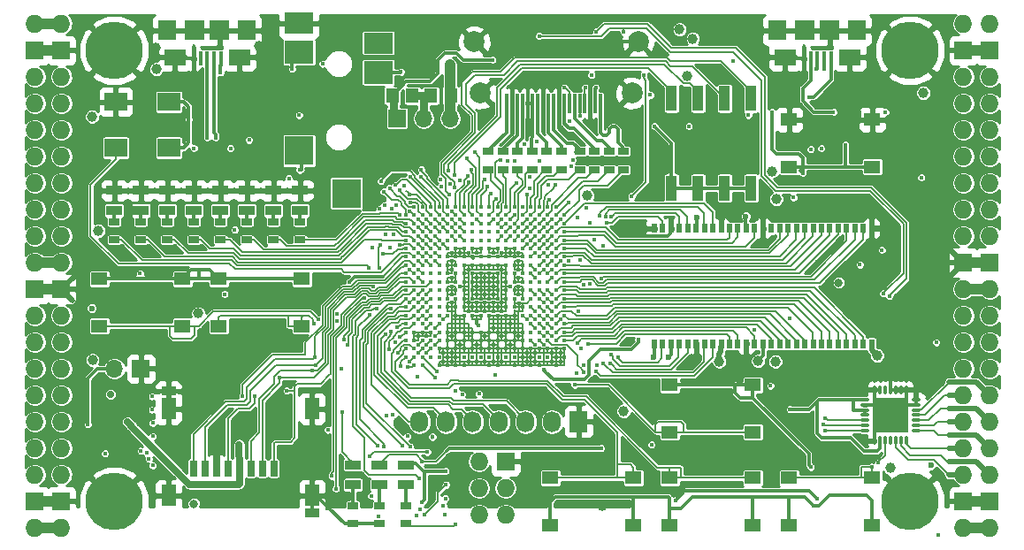
<source format=gtl>
G04 #@! TF.GenerationSoftware,KiCad,Pcbnew,5.0.0+dfsg1-1*
G04 #@! TF.CreationDate,2018-08-10T18:38:10+02:00*
G04 #@! TF.ProjectId,ulx3s,756C7833732E6B696361645F70636200,rev?*
G04 #@! TF.SameCoordinates,Original*
G04 #@! TF.FileFunction,Copper,L1,Top,Signal*
G04 #@! TF.FilePolarity,Positive*
%FSLAX46Y46*%
G04 Gerber Fmt 4.6, Leading zero omitted, Abs format (unit mm)*
G04 Created by KiCad (PCBNEW 5.0.0+dfsg1-1) date Fri Aug 10 18:38:10 2018*
%MOMM*%
%LPD*%
G01*
G04 APERTURE LIST*
G04 #@! TA.AperFunction,BGAPad,CuDef*
%ADD10C,0.400000*%
G04 #@! TD*
G04 #@! TA.AperFunction,SMDPad,CuDef*
%ADD11R,0.300000X1.900000*%
G04 #@! TD*
G04 #@! TA.AperFunction,ComponentPad*
%ADD12C,2.000000*%
G04 #@! TD*
G04 #@! TA.AperFunction,SMDPad,CuDef*
%ADD13R,1.120000X2.440000*%
G04 #@! TD*
G04 #@! TA.AperFunction,SMDPad,CuDef*
%ADD14R,0.560000X0.900000*%
G04 #@! TD*
G04 #@! TA.AperFunction,ComponentPad*
%ADD15O,1.727200X1.727200*%
G04 #@! TD*
G04 #@! TA.AperFunction,ComponentPad*
%ADD16R,1.727200X1.727200*%
G04 #@! TD*
G04 #@! TA.AperFunction,ComponentPad*
%ADD17C,5.500000*%
G04 #@! TD*
G04 #@! TA.AperFunction,SMDPad,CuDef*
%ADD18O,0.850000X0.300000*%
G04 #@! TD*
G04 #@! TA.AperFunction,SMDPad,CuDef*
%ADD19O,0.300000X0.850000*%
G04 #@! TD*
G04 #@! TA.AperFunction,SMDPad,CuDef*
%ADD20R,1.675000X1.675000*%
G04 #@! TD*
G04 #@! TA.AperFunction,ComponentPad*
%ADD21R,1.727200X2.032000*%
G04 #@! TD*
G04 #@! TA.AperFunction,ComponentPad*
%ADD22O,1.727200X2.032000*%
G04 #@! TD*
G04 #@! TA.AperFunction,SMDPad,CuDef*
%ADD23R,2.800000X2.000000*%
G04 #@! TD*
G04 #@! TA.AperFunction,SMDPad,CuDef*
%ADD24R,2.800000X2.200000*%
G04 #@! TD*
G04 #@! TA.AperFunction,SMDPad,CuDef*
%ADD25R,2.800000X2.800000*%
G04 #@! TD*
G04 #@! TA.AperFunction,SMDPad,CuDef*
%ADD26R,0.700000X1.500000*%
G04 #@! TD*
G04 #@! TA.AperFunction,SMDPad,CuDef*
%ADD27R,1.450000X0.900000*%
G04 #@! TD*
G04 #@! TA.AperFunction,SMDPad,CuDef*
%ADD28R,1.450000X2.000000*%
G04 #@! TD*
G04 #@! TA.AperFunction,SMDPad,CuDef*
%ADD29R,2.200000X1.800000*%
G04 #@! TD*
G04 #@! TA.AperFunction,SMDPad,CuDef*
%ADD30R,1.000000X0.670000*%
G04 #@! TD*
G04 #@! TA.AperFunction,SMDPad,CuDef*
%ADD31R,1.500000X0.970000*%
G04 #@! TD*
G04 #@! TA.AperFunction,ComponentPad*
%ADD32R,1.700000X1.700000*%
G04 #@! TD*
G04 #@! TA.AperFunction,ComponentPad*
%ADD33O,1.700000X1.700000*%
G04 #@! TD*
G04 #@! TA.AperFunction,SMDPad,CuDef*
%ADD34R,1.295000X1.400000*%
G04 #@! TD*
G04 #@! TA.AperFunction,SMDPad,CuDef*
%ADD35R,1.800000X1.900000*%
G04 #@! TD*
G04 #@! TA.AperFunction,SMDPad,CuDef*
%ADD36R,0.400000X1.350000*%
G04 #@! TD*
G04 #@! TA.AperFunction,SMDPad,CuDef*
%ADD37R,1.900000X1.900000*%
G04 #@! TD*
G04 #@! TA.AperFunction,SMDPad,CuDef*
%ADD38R,2.100000X1.600000*%
G04 #@! TD*
G04 #@! TA.AperFunction,SMDPad,CuDef*
%ADD39R,1.550000X1.300000*%
G04 #@! TD*
G04 #@! TA.AperFunction,ViaPad*
%ADD40C,2.000000*%
G04 #@! TD*
G04 #@! TA.AperFunction,ViaPad*
%ADD41C,0.419000*%
G04 #@! TD*
G04 #@! TA.AperFunction,ViaPad*
%ADD42C,0.600000*%
G04 #@! TD*
G04 #@! TA.AperFunction,ViaPad*
%ADD43C,1.000000*%
G04 #@! TD*
G04 #@! TA.AperFunction,ViaPad*
%ADD44C,0.800000*%
G04 #@! TD*
G04 #@! TA.AperFunction,ViaPad*
%ADD45C,0.700000*%
G04 #@! TD*
G04 #@! TA.AperFunction,ViaPad*
%ADD46C,0.454000*%
G04 #@! TD*
G04 #@! TA.AperFunction,Conductor*
%ADD47C,0.300000*%
G04 #@! TD*
G04 #@! TA.AperFunction,Conductor*
%ADD48C,0.127000*%
G04 #@! TD*
G04 #@! TA.AperFunction,Conductor*
%ADD49C,0.190000*%
G04 #@! TD*
G04 #@! TA.AperFunction,Conductor*
%ADD50C,0.500000*%
G04 #@! TD*
G04 #@! TA.AperFunction,Conductor*
%ADD51C,1.000000*%
G04 #@! TD*
G04 #@! TA.AperFunction,Conductor*
%ADD52C,0.700000*%
G04 #@! TD*
G04 #@! TA.AperFunction,Conductor*
%ADD53C,0.800000*%
G04 #@! TD*
G04 #@! TA.AperFunction,Conductor*
%ADD54C,0.140000*%
G04 #@! TD*
G04 #@! TA.AperFunction,Conductor*
%ADD55C,0.254000*%
G04 #@! TD*
G04 APERTURE END LIST*
D10*
G04 #@! TO.P,U1,Y19*
G04 #@! TO.N,GND*
X145280000Y-95400000D03*
G04 #@! TO.P,U1,Y17*
X143680000Y-95400000D03*
G04 #@! TO.P,U1,Y16*
X142880000Y-95400000D03*
G04 #@! TO.P,U1,Y15*
X142080000Y-95400000D03*
G04 #@! TO.P,U1,Y14*
X141280000Y-95400000D03*
G04 #@! TO.P,U1,Y12*
X139680000Y-95400000D03*
G04 #@! TO.P,U1,Y11*
X138880000Y-95400000D03*
G04 #@! TO.P,U1,Y8*
X136480000Y-95400000D03*
G04 #@! TO.P,U1,Y7*
X135680000Y-95400000D03*
G04 #@! TO.P,U1,Y6*
X134880000Y-95400000D03*
G04 #@! TO.P,U1,Y5*
X134080000Y-95400000D03*
G04 #@! TO.P,U1,Y3*
G04 #@! TO.N,/flash/FPGA_DONE*
X132480000Y-95400000D03*
G04 #@! TO.P,U1,Y2*
G04 #@! TO.N,/flash/FLASH_nWP*
X131680000Y-95400000D03*
G04 #@! TO.P,U1,W20*
G04 #@! TO.N,GND*
X146080000Y-94600000D03*
G04 #@! TO.P,U1,W19*
X145280000Y-94600000D03*
G04 #@! TO.P,U1,W18*
G04 #@! TO.N,N/C*
X144480000Y-94600000D03*
G04 #@! TO.P,U1,W17*
X143680000Y-94600000D03*
G04 #@! TO.P,U1,W16*
G04 #@! TO.N,GND*
X142880000Y-94600000D03*
G04 #@! TO.P,U1,W15*
X142080000Y-94600000D03*
G04 #@! TO.P,U1,W14*
G04 #@! TO.N,N/C*
X141280000Y-94600000D03*
G04 #@! TO.P,U1,W13*
X140480000Y-94600000D03*
G04 #@! TO.P,U1,W12*
G04 #@! TO.N,GND*
X139680000Y-94600000D03*
G04 #@! TO.P,U1,W11*
G04 #@! TO.N,N/C*
X138880000Y-94600000D03*
G04 #@! TO.P,U1,W10*
X138080000Y-94600000D03*
G04 #@! TO.P,U1,W9*
X137280000Y-94600000D03*
G04 #@! TO.P,U1,W8*
X136480000Y-94600000D03*
G04 #@! TO.P,U1,W7*
G04 #@! TO.N,GND*
X135680000Y-94600000D03*
G04 #@! TO.P,U1,W6*
X134880000Y-94600000D03*
G04 #@! TO.P,U1,W5*
G04 #@! TO.N,N/C*
X134080000Y-94600000D03*
G04 #@! TO.P,U1,W4*
X133280000Y-94600000D03*
G04 #@! TO.P,U1,W3*
G04 #@! TO.N,/flash/FPGA_PROGRAMN*
X132480000Y-94600000D03*
G04 #@! TO.P,U1,W2*
G04 #@! TO.N,/flash/FLASH_MOSI*
X131680000Y-94600000D03*
G04 #@! TO.P,U1,W1*
G04 #@! TO.N,/flash/FLASH_nHOLD*
X130880000Y-94600000D03*
G04 #@! TO.P,U1,V20*
G04 #@! TO.N,GND*
X146080000Y-93800000D03*
G04 #@! TO.P,U1,V19*
X145280000Y-93800000D03*
G04 #@! TO.P,U1,V18*
X144480000Y-93800000D03*
G04 #@! TO.P,U1,V17*
X143680000Y-93800000D03*
G04 #@! TO.P,U1,V16*
X142880000Y-93800000D03*
G04 #@! TO.P,U1,V15*
X142080000Y-93800000D03*
G04 #@! TO.P,U1,V14*
X141280000Y-93800000D03*
G04 #@! TO.P,U1,V13*
X140480000Y-93800000D03*
G04 #@! TO.P,U1,V12*
X139680000Y-93800000D03*
G04 #@! TO.P,U1,V11*
X138880000Y-93800000D03*
G04 #@! TO.P,U1,V10*
X138080000Y-93800000D03*
G04 #@! TO.P,U1,V9*
X137280000Y-93800000D03*
G04 #@! TO.P,U1,V8*
X136480000Y-93800000D03*
G04 #@! TO.P,U1,V7*
X135680000Y-93800000D03*
G04 #@! TO.P,U1,V6*
X134880000Y-93800000D03*
G04 #@! TO.P,U1,V5*
X134080000Y-93800000D03*
G04 #@! TO.P,U1,V4*
G04 #@! TO.N,JTAG_TDO*
X133280000Y-93800000D03*
G04 #@! TO.P,U1,V3*
G04 #@! TO.N,/flash/FPGA_INITN*
X132480000Y-93800000D03*
G04 #@! TO.P,U1,V2*
G04 #@! TO.N,/flash/FLASH_MISO*
X131680000Y-93800000D03*
G04 #@! TO.P,U1,V1*
G04 #@! TO.N,BTN_D*
X130880000Y-93800000D03*
G04 #@! TO.P,U1,U20*
G04 #@! TO.N,SDRAM_D7*
X146080000Y-93000000D03*
G04 #@! TO.P,U1,U19*
G04 #@! TO.N,SDRAM_DQM0*
X145280000Y-93000000D03*
G04 #@! TO.P,U1,U18*
G04 #@! TO.N,GP14*
X144480000Y-93000000D03*
G04 #@! TO.P,U1,U17*
G04 #@! TO.N,GN14*
X143680000Y-93000000D03*
G04 #@! TO.P,U1,U16*
G04 #@! TO.N,ADC_MISO*
X142880000Y-93000000D03*
G04 #@! TO.P,U1,U15*
G04 #@! TO.N,GND*
X142080000Y-93000000D03*
G04 #@! TO.P,U1,U14*
X141280000Y-93000000D03*
G04 #@! TO.P,U1,U13*
X140480000Y-93000000D03*
G04 #@! TO.P,U1,U12*
X139680000Y-93000000D03*
G04 #@! TO.P,U1,U11*
X138880000Y-93000000D03*
G04 #@! TO.P,U1,U10*
X138080000Y-93000000D03*
G04 #@! TO.P,U1,U9*
X137280000Y-93000000D03*
G04 #@! TO.P,U1,U8*
X136480000Y-93000000D03*
G04 #@! TO.P,U1,U7*
X135680000Y-93000000D03*
G04 #@! TO.P,U1,U6*
X134880000Y-93000000D03*
G04 #@! TO.P,U1,U5*
G04 #@! TO.N,JTAG_TMS*
X134080000Y-93000000D03*
G04 #@! TO.P,U1,U4*
G04 #@! TO.N,GND*
X133280000Y-93000000D03*
G04 #@! TO.P,U1,U3*
G04 #@! TO.N,/flash/FLASH_SCK*
X132480000Y-93000000D03*
G04 #@! TO.P,U1,U2*
G04 #@! TO.N,+3V3*
X131680000Y-93000000D03*
G04 #@! TO.P,U1,U1*
G04 #@! TO.N,BTN_L*
X130880000Y-93000000D03*
G04 #@! TO.P,U1,T20*
G04 #@! TO.N,SDRAM_nWE*
X146080000Y-92200000D03*
G04 #@! TO.P,U1,T19*
G04 #@! TO.N,SDRAM_nCAS*
X145280000Y-92200000D03*
G04 #@! TO.P,U1,T18*
G04 #@! TO.N,SDRAM_D5*
X144480000Y-92200000D03*
G04 #@! TO.P,U1,T17*
G04 #@! TO.N,SDRAM_D6*
X143680000Y-92200000D03*
G04 #@! TO.P,U1,T16*
G04 #@! TO.N,N/C*
X142880000Y-92200000D03*
G04 #@! TO.P,U1,T15*
G04 #@! TO.N,GND*
X142080000Y-92200000D03*
G04 #@! TO.P,U1,T14*
X141280000Y-92200000D03*
G04 #@! TO.P,U1,T13*
X140480000Y-92200000D03*
G04 #@! TO.P,U1,T12*
X139680000Y-92200000D03*
G04 #@! TO.P,U1,T11*
X138880000Y-92200000D03*
G04 #@! TO.P,U1,T10*
X138080000Y-92200000D03*
G04 #@! TO.P,U1,T9*
X137280000Y-92200000D03*
G04 #@! TO.P,U1,T8*
X136480000Y-92200000D03*
G04 #@! TO.P,U1,T7*
X135680000Y-92200000D03*
G04 #@! TO.P,U1,T6*
X134880000Y-92200000D03*
G04 #@! TO.P,U1,T5*
G04 #@! TO.N,JTAG_TCK*
X134080000Y-92200000D03*
G04 #@! TO.P,U1,T4*
G04 #@! TO.N,+3V3*
X133280000Y-92200000D03*
G04 #@! TO.P,U1,T3*
X132480000Y-92200000D03*
G04 #@! TO.P,U1,T2*
X131680000Y-92200000D03*
G04 #@! TO.P,U1,T1*
G04 #@! TO.N,BTN_F2*
X130880000Y-92200000D03*
G04 #@! TO.P,U1,R20*
G04 #@! TO.N,SDRAM_nRAS*
X146080000Y-91400000D03*
G04 #@! TO.P,U1,R19*
G04 #@! TO.N,GND*
X145280000Y-91400000D03*
G04 #@! TO.P,U1,R18*
G04 #@! TO.N,BTN_U*
X144480000Y-91400000D03*
G04 #@! TO.P,U1,R17*
G04 #@! TO.N,ADC_CSn*
X143680000Y-91400000D03*
G04 #@! TO.P,U1,R16*
G04 #@! TO.N,ADC_MOSI*
X142880000Y-91400000D03*
G04 #@! TO.P,U1,R5*
G04 #@! TO.N,JTAG_TDI*
X134080000Y-91400000D03*
G04 #@! TO.P,U1,R4*
G04 #@! TO.N,GND*
X133280000Y-91400000D03*
G04 #@! TO.P,U1,R3*
G04 #@! TO.N,N/C*
X132480000Y-91400000D03*
G04 #@! TO.P,U1,R2*
G04 #@! TO.N,/flash/FLASH_nCS*
X131680000Y-91400000D03*
G04 #@! TO.P,U1,R1*
G04 #@! TO.N,BTN_F1*
X130880000Y-91400000D03*
G04 #@! TO.P,U1,P20*
G04 #@! TO.N,SDRAM_nCS*
X146080000Y-90600000D03*
G04 #@! TO.P,U1,P19*
G04 #@! TO.N,SDRAM_BA0*
X145280000Y-90600000D03*
G04 #@! TO.P,U1,P18*
G04 #@! TO.N,SDRAM_D4*
X144480000Y-90600000D03*
G04 #@! TO.P,U1,P17*
G04 #@! TO.N,ADC_SCLK*
X143680000Y-90600000D03*
G04 #@! TO.P,U1,P16*
G04 #@! TO.N,GN15*
X142880000Y-90600000D03*
G04 #@! TO.P,U1,P15*
G04 #@! TO.N,+2V5*
X142080000Y-90600000D03*
G04 #@! TO.P,U1,P14*
G04 #@! TO.N,GND*
X141280000Y-90600000D03*
G04 #@! TO.P,U1,P13*
X140480000Y-90600000D03*
G04 #@! TO.P,U1,P12*
X139680000Y-90600000D03*
G04 #@! TO.P,U1,P11*
X138880000Y-90600000D03*
G04 #@! TO.P,U1,P10*
G04 #@! TO.N,+3V3*
X138080000Y-90600000D03*
G04 #@! TO.P,U1,P9*
X137280000Y-90600000D03*
G04 #@! TO.P,U1,P8*
G04 #@! TO.N,GND*
X136480000Y-90600000D03*
G04 #@! TO.P,U1,P7*
X135680000Y-90600000D03*
G04 #@! TO.P,U1,P6*
G04 #@! TO.N,+2V5*
X134880000Y-90600000D03*
G04 #@! TO.P,U1,P5*
G04 #@! TO.N,N/C*
X134080000Y-90600000D03*
G04 #@! TO.P,U1,P4*
G04 #@! TO.N,OLED_CLK*
X133280000Y-90600000D03*
G04 #@! TO.P,U1,P3*
G04 #@! TO.N,OLED_MOSI*
X132480000Y-90600000D03*
G04 #@! TO.P,U1,P2*
G04 #@! TO.N,OLED_RES*
X131680000Y-90600000D03*
G04 #@! TO.P,U1,P1*
G04 #@! TO.N,OLED_DC*
X130880000Y-90600000D03*
G04 #@! TO.P,U1,N20*
G04 #@! TO.N,SDRAM_BA1*
X146080000Y-89800000D03*
G04 #@! TO.P,U1,N19*
G04 #@! TO.N,SDRAM_A10*
X145280000Y-89800000D03*
G04 #@! TO.P,U1,N18*
G04 #@! TO.N,SDRAM_D3*
X144480000Y-89800000D03*
G04 #@! TO.P,U1,N17*
G04 #@! TO.N,GP15*
X143680000Y-89800000D03*
G04 #@! TO.P,U1,N16*
G04 #@! TO.N,GP16*
X142880000Y-89800000D03*
G04 #@! TO.P,U1,N15*
G04 #@! TO.N,GND*
X142080000Y-89800000D03*
G04 #@! TO.P,U1,N14*
X141280000Y-89800000D03*
G04 #@! TO.P,U1,N13*
G04 #@! TO.N,+1V1*
X140480000Y-89800000D03*
G04 #@! TO.P,U1,N12*
X139680000Y-89800000D03*
G04 #@! TO.P,U1,N11*
X138880000Y-89800000D03*
G04 #@! TO.P,U1,N10*
X138080000Y-89800000D03*
G04 #@! TO.P,U1,N9*
X137280000Y-89800000D03*
G04 #@! TO.P,U1,N8*
X136480000Y-89800000D03*
G04 #@! TO.P,U1,N7*
G04 #@! TO.N,GND*
X135680000Y-89800000D03*
G04 #@! TO.P,U1,N6*
X134880000Y-89800000D03*
G04 #@! TO.P,U1,N5*
G04 #@! TO.N,N/C*
X134080000Y-89800000D03*
G04 #@! TO.P,U1,N4*
G04 #@! TO.N,WIFI_GPIO5*
X133280000Y-89800000D03*
G04 #@! TO.P,U1,N3*
G04 #@! TO.N,WIFI_GPIO17*
X132480000Y-89800000D03*
G04 #@! TO.P,U1,N2*
G04 #@! TO.N,OLED_CS*
X131680000Y-89800000D03*
G04 #@! TO.P,U1,N1*
G04 #@! TO.N,FTDI_nDTR*
X130880000Y-89800000D03*
G04 #@! TO.P,U1,M20*
G04 #@! TO.N,SDRAM_A0*
X146080000Y-89000000D03*
G04 #@! TO.P,U1,M19*
G04 #@! TO.N,SDRAM_A1*
X145280000Y-89000000D03*
G04 #@! TO.P,U1,M18*
G04 #@! TO.N,SDRAM_D2*
X144480000Y-89000000D03*
G04 #@! TO.P,U1,M17*
G04 #@! TO.N,GN16*
X143680000Y-89000000D03*
G04 #@! TO.P,U1,M16*
G04 #@! TO.N,GND*
X142880000Y-89000000D03*
G04 #@! TO.P,U1,M15*
G04 #@! TO.N,+3V3*
X142080000Y-89000000D03*
G04 #@! TO.P,U1,M14*
G04 #@! TO.N,GND*
X141280000Y-89000000D03*
G04 #@! TO.P,U1,M13*
G04 #@! TO.N,+1V1*
X140480000Y-89000000D03*
G04 #@! TO.P,U1,M12*
G04 #@! TO.N,GND*
X139680000Y-89000000D03*
G04 #@! TO.P,U1,M11*
X138880000Y-89000000D03*
G04 #@! TO.P,U1,M10*
X138080000Y-89000000D03*
G04 #@! TO.P,U1,M9*
X137280000Y-89000000D03*
G04 #@! TO.P,U1,M8*
G04 #@! TO.N,+1V1*
X136480000Y-89000000D03*
G04 #@! TO.P,U1,M7*
G04 #@! TO.N,GND*
X135680000Y-89000000D03*
G04 #@! TO.P,U1,M6*
G04 #@! TO.N,+3V3*
X134880000Y-89000000D03*
G04 #@! TO.P,U1,M5*
G04 #@! TO.N,N/C*
X134080000Y-89000000D03*
G04 #@! TO.P,U1,M4*
G04 #@! TO.N,USER_PROGRAMN*
X133280000Y-89000000D03*
G04 #@! TO.P,U1,M3*
G04 #@! TO.N,FTDI_nRTS*
X132480000Y-89000000D03*
G04 #@! TO.P,U1,M2*
G04 #@! TO.N,GND*
X131680000Y-89000000D03*
G04 #@! TO.P,U1,M1*
G04 #@! TO.N,FTDI_TXD*
X130880000Y-89000000D03*
G04 #@! TO.P,U1,L20*
G04 #@! TO.N,SDRAM_A2*
X146080000Y-88200000D03*
G04 #@! TO.P,U1,L19*
G04 #@! TO.N,SDRAM_A3*
X145280000Y-88200000D03*
G04 #@! TO.P,U1,L18*
G04 #@! TO.N,SDRAM_D1*
X144480000Y-88200000D03*
G04 #@! TO.P,U1,L17*
G04 #@! TO.N,GN17*
X143680000Y-88200000D03*
G04 #@! TO.P,U1,L16*
G04 #@! TO.N,GP17*
X142880000Y-88200000D03*
G04 #@! TO.P,U1,L15*
G04 #@! TO.N,+3V3*
X142080000Y-88200000D03*
G04 #@! TO.P,U1,L14*
X141280000Y-88200000D03*
G04 #@! TO.P,U1,L13*
G04 #@! TO.N,+1V1*
X140480000Y-88200000D03*
G04 #@! TO.P,U1,L12*
G04 #@! TO.N,GND*
X139680000Y-88200000D03*
G04 #@! TO.P,U1,L11*
X138880000Y-88200000D03*
G04 #@! TO.P,U1,L10*
X138080000Y-88200000D03*
G04 #@! TO.P,U1,L9*
X137280000Y-88200000D03*
G04 #@! TO.P,U1,L8*
G04 #@! TO.N,+1V1*
X136480000Y-88200000D03*
G04 #@! TO.P,U1,L7*
G04 #@! TO.N,+3V3*
X135680000Y-88200000D03*
G04 #@! TO.P,U1,L6*
X134880000Y-88200000D03*
G04 #@! TO.P,U1,L5*
G04 #@! TO.N,N/C*
X134080000Y-88200000D03*
G04 #@! TO.P,U1,L4*
G04 #@! TO.N,FTDI_RXD*
X133280000Y-88200000D03*
G04 #@! TO.P,U1,L3*
G04 #@! TO.N,FTDI_TXDEN*
X132480000Y-88200000D03*
G04 #@! TO.P,U1,L2*
G04 #@! TO.N,WIFI_GPIO0*
X131680000Y-88200000D03*
G04 #@! TO.P,U1,L1*
G04 #@! TO.N,WIFI_GPIO16*
X130880000Y-88200000D03*
G04 #@! TO.P,U1,K20*
G04 #@! TO.N,SDRAM_A4*
X146080000Y-87400000D03*
G04 #@! TO.P,U1,K19*
G04 #@! TO.N,SDRAM_A5*
X145280000Y-87400000D03*
G04 #@! TO.P,U1,K18*
G04 #@! TO.N,SDRAM_A6*
X144480000Y-87400000D03*
G04 #@! TO.P,U1,K17*
G04 #@! TO.N,N/C*
X143680000Y-87400000D03*
G04 #@! TO.P,U1,K16*
X142880000Y-87400000D03*
G04 #@! TO.P,U1,K15*
G04 #@! TO.N,GND*
X142080000Y-87400000D03*
G04 #@! TO.P,U1,K14*
X141280000Y-87400000D03*
G04 #@! TO.P,U1,K13*
G04 #@! TO.N,+1V1*
X140480000Y-87400000D03*
G04 #@! TO.P,U1,K12*
G04 #@! TO.N,GND*
X139680000Y-87400000D03*
G04 #@! TO.P,U1,K11*
X138880000Y-87400000D03*
G04 #@! TO.P,U1,K10*
X138080000Y-87400000D03*
G04 #@! TO.P,U1,K9*
X137280000Y-87400000D03*
G04 #@! TO.P,U1,K8*
G04 #@! TO.N,+1V1*
X136480000Y-87400000D03*
G04 #@! TO.P,U1,K7*
G04 #@! TO.N,GND*
X135680000Y-87400000D03*
G04 #@! TO.P,U1,K6*
X134880000Y-87400000D03*
G04 #@! TO.P,U1,K5*
G04 #@! TO.N,N/C*
X134080000Y-87400000D03*
G04 #@! TO.P,U1,K4*
G04 #@! TO.N,WIFI_TXD*
X133280000Y-87400000D03*
G04 #@! TO.P,U1,K3*
G04 #@! TO.N,WIFI_RXD*
X132480000Y-87400000D03*
G04 #@! TO.P,U1,K2*
G04 #@! TO.N,SD_D3*
X131680000Y-87400000D03*
G04 #@! TO.P,U1,K1*
G04 #@! TO.N,SD_D2*
X130880000Y-87400000D03*
G04 #@! TO.P,U1,J20*
G04 #@! TO.N,SDRAM_A7*
X146080000Y-86600000D03*
G04 #@! TO.P,U1,J19*
G04 #@! TO.N,SDRAM_A8*
X145280000Y-86600000D03*
G04 #@! TO.P,U1,J18*
G04 #@! TO.N,SDRAM_D14*
X144480000Y-86600000D03*
G04 #@! TO.P,U1,J17*
G04 #@! TO.N,SDRAM_D15*
X143680000Y-86600000D03*
G04 #@! TO.P,U1,J16*
G04 #@! TO.N,SDRAM_D0*
X142880000Y-86600000D03*
G04 #@! TO.P,U1,J15*
G04 #@! TO.N,+3V3*
X142080000Y-86600000D03*
G04 #@! TO.P,U1,J14*
G04 #@! TO.N,GND*
X141280000Y-86600000D03*
G04 #@! TO.P,U1,J13*
G04 #@! TO.N,+1V1*
X140480000Y-86600000D03*
G04 #@! TO.P,U1,J12*
G04 #@! TO.N,GND*
X139680000Y-86600000D03*
G04 #@! TO.P,U1,J11*
X138880000Y-86600000D03*
G04 #@! TO.P,U1,J10*
X138080000Y-86600000D03*
G04 #@! TO.P,U1,J9*
X137280000Y-86600000D03*
G04 #@! TO.P,U1,J8*
G04 #@! TO.N,+1V1*
X136480000Y-86600000D03*
G04 #@! TO.P,U1,J7*
G04 #@! TO.N,GND*
X135680000Y-86600000D03*
G04 #@! TO.P,U1,J6*
G04 #@! TO.N,2V5_3V3*
X134880000Y-86600000D03*
G04 #@! TO.P,U1,J5*
G04 #@! TO.N,N/C*
X134080000Y-86600000D03*
G04 #@! TO.P,U1,J4*
X133280000Y-86600000D03*
G04 #@! TO.P,U1,J3*
G04 #@! TO.N,SD_D0*
X132480000Y-86600000D03*
G04 #@! TO.P,U1,J2*
G04 #@! TO.N,GND*
X131680000Y-86600000D03*
G04 #@! TO.P,U1,J1*
G04 #@! TO.N,SD_CMD*
X130880000Y-86600000D03*
G04 #@! TO.P,U1,H20*
G04 #@! TO.N,SDRAM_A9*
X146080000Y-85800000D03*
G04 #@! TO.P,U1,H19*
G04 #@! TO.N,GND*
X145280000Y-85800000D03*
G04 #@! TO.P,U1,H18*
G04 #@! TO.N,GP18*
X144480000Y-85800000D03*
G04 #@! TO.P,U1,H17*
G04 #@! TO.N,GN18*
X143680000Y-85800000D03*
G04 #@! TO.P,U1,H16*
G04 #@! TO.N,BTN_R*
X142880000Y-85800000D03*
G04 #@! TO.P,U1,H15*
G04 #@! TO.N,+3V3*
X142080000Y-85800000D03*
G04 #@! TO.P,U1,H14*
X141280000Y-85800000D03*
G04 #@! TO.P,U1,H13*
G04 #@! TO.N,+1V1*
X140480000Y-85800000D03*
G04 #@! TO.P,U1,H12*
X139680000Y-85800000D03*
G04 #@! TO.P,U1,H11*
X138880000Y-85800000D03*
G04 #@! TO.P,U1,H10*
X138080000Y-85800000D03*
G04 #@! TO.P,U1,H9*
X137280000Y-85800000D03*
G04 #@! TO.P,U1,H8*
X136480000Y-85800000D03*
G04 #@! TO.P,U1,H7*
G04 #@! TO.N,2V5_3V3*
X135680000Y-85800000D03*
G04 #@! TO.P,U1,H6*
X134880000Y-85800000D03*
G04 #@! TO.P,U1,H5*
G04 #@! TO.N,AUDIO_V0*
X134080000Y-85800000D03*
G04 #@! TO.P,U1,H4*
G04 #@! TO.N,GP13*
X133280000Y-85800000D03*
G04 #@! TO.P,U1,H3*
G04 #@! TO.N,LED7*
X132480000Y-85800000D03*
G04 #@! TO.P,U1,H2*
G04 #@! TO.N,SD_CLK*
X131680000Y-85800000D03*
G04 #@! TO.P,U1,H1*
G04 #@! TO.N,SD_D1*
X130880000Y-85800000D03*
G04 #@! TO.P,U1,G20*
G04 #@! TO.N,SDRAM_A11*
X146080000Y-85000000D03*
G04 #@! TO.P,U1,G19*
G04 #@! TO.N,SDRAM_A12*
X145280000Y-85000000D03*
G04 #@! TO.P,U1,G18*
G04 #@! TO.N,GN19*
X144480000Y-85000000D03*
G04 #@! TO.P,U1,G17*
G04 #@! TO.N,GND*
X143680000Y-85000000D03*
G04 #@! TO.P,U1,G16*
G04 #@! TO.N,SHUTDOWN*
X142880000Y-85000000D03*
G04 #@! TO.P,U1,G15*
G04 #@! TO.N,GND*
X142080000Y-85000000D03*
G04 #@! TO.P,U1,G14*
X141280000Y-85000000D03*
G04 #@! TO.P,U1,G13*
X140480000Y-85000000D03*
G04 #@! TO.P,U1,G12*
X139680000Y-85000000D03*
G04 #@! TO.P,U1,G11*
X138880000Y-85000000D03*
G04 #@! TO.P,U1,G10*
X138080000Y-85000000D03*
G04 #@! TO.P,U1,G9*
X137280000Y-85000000D03*
G04 #@! TO.P,U1,G8*
X136480000Y-85000000D03*
G04 #@! TO.P,U1,G7*
X135680000Y-85000000D03*
G04 #@! TO.P,U1,G6*
X134880000Y-85000000D03*
G04 #@! TO.P,U1,G5*
G04 #@! TO.N,GN13*
X134080000Y-85000000D03*
G04 #@! TO.P,U1,G4*
G04 #@! TO.N,GND*
X133280000Y-85000000D03*
G04 #@! TO.P,U1,G3*
G04 #@! TO.N,GP12*
X132480000Y-85000000D03*
G04 #@! TO.P,U1,G2*
G04 #@! TO.N,CLK_25MHz*
X131680000Y-85000000D03*
G04 #@! TO.P,U1,G1*
G04 #@! TO.N,/usb/ANT_433MHz*
X130880000Y-85000000D03*
G04 #@! TO.P,U1,F20*
G04 #@! TO.N,SDRAM_CKE*
X146080000Y-84200000D03*
G04 #@! TO.P,U1,F19*
G04 #@! TO.N,SDRAM_CLK*
X145280000Y-84200000D03*
G04 #@! TO.P,U1,F18*
G04 #@! TO.N,SDRAM_D13*
X144480000Y-84200000D03*
G04 #@! TO.P,U1,F17*
G04 #@! TO.N,GP19*
X143680000Y-84200000D03*
G04 #@! TO.P,U1,F16*
G04 #@! TO.N,USB_FPGA_D-*
X142880000Y-84200000D03*
G04 #@! TO.P,U1,F15*
G04 #@! TO.N,+2V5*
X142080000Y-84200000D03*
G04 #@! TO.P,U1,F14*
G04 #@! TO.N,GND*
X141280000Y-84200000D03*
G04 #@! TO.P,U1,F13*
X140480000Y-84200000D03*
G04 #@! TO.P,U1,F12*
G04 #@! TO.N,+3V3*
X139680000Y-84200000D03*
G04 #@! TO.P,U1,F11*
X138880000Y-84200000D03*
G04 #@! TO.P,U1,F10*
G04 #@! TO.N,2V5_3V3*
X138080000Y-84200000D03*
G04 #@! TO.P,U1,F9*
X137280000Y-84200000D03*
G04 #@! TO.P,U1,F8*
G04 #@! TO.N,GND*
X136480000Y-84200000D03*
G04 #@! TO.P,U1,F7*
X135680000Y-84200000D03*
G04 #@! TO.P,U1,F6*
G04 #@! TO.N,+2V5*
X134880000Y-84200000D03*
G04 #@! TO.P,U1,F5*
G04 #@! TO.N,AUDIO_V2*
X134080000Y-84200000D03*
G04 #@! TO.P,U1,F4*
G04 #@! TO.N,GP11*
X133280000Y-84200000D03*
G04 #@! TO.P,U1,F3*
G04 #@! TO.N,GN12*
X132480000Y-84200000D03*
G04 #@! TO.P,U1,F2*
G04 #@! TO.N,AUDIO_V1*
X131680000Y-84200000D03*
G04 #@! TO.P,U1,F1*
G04 #@! TO.N,WIFI_EN*
X130880000Y-84200000D03*
G04 #@! TO.P,U1,E20*
G04 #@! TO.N,SDRAM_DQM1*
X146080000Y-83400000D03*
G04 #@! TO.P,U1,E19*
G04 #@! TO.N,SDRAM_D8*
X145280000Y-83400000D03*
G04 #@! TO.P,U1,E18*
G04 #@! TO.N,SDRAM_D12*
X144480000Y-83400000D03*
G04 #@! TO.P,U1,E17*
G04 #@! TO.N,GN20*
X143680000Y-83400000D03*
G04 #@! TO.P,U1,E16*
G04 #@! TO.N,USB_FPGA_D+*
X142880000Y-83400000D03*
G04 #@! TO.P,U1,E15*
G04 #@! TO.N,USB_FPGA_D-*
X142080000Y-83400000D03*
G04 #@! TO.P,U1,E14*
G04 #@! TO.N,GN25*
X141280000Y-83400000D03*
G04 #@! TO.P,U1,E13*
G04 #@! TO.N,GN27*
X140480000Y-83400000D03*
G04 #@! TO.P,U1,E12*
G04 #@! TO.N,FPDI_SCL*
X139680000Y-83400000D03*
G04 #@! TO.P,U1,E11*
G04 #@! TO.N,N/C*
X138880000Y-83400000D03*
G04 #@! TO.P,U1,E10*
X138080000Y-83400000D03*
G04 #@! TO.P,U1,E9*
X137280000Y-83400000D03*
G04 #@! TO.P,U1,E8*
G04 #@! TO.N,SW1*
X136480000Y-83400000D03*
G04 #@! TO.P,U1,E7*
G04 #@! TO.N,SW4*
X135680000Y-83400000D03*
G04 #@! TO.P,U1,E6*
G04 #@! TO.N,N/C*
X134880000Y-83400000D03*
G04 #@! TO.P,U1,E5*
G04 #@! TO.N,AUDIO_V3*
X134080000Y-83400000D03*
G04 #@! TO.P,U1,E4*
G04 #@! TO.N,AUDIO_L0*
X133280000Y-83400000D03*
G04 #@! TO.P,U1,E3*
G04 #@! TO.N,GN11*
X132480000Y-83400000D03*
G04 #@! TO.P,U1,E2*
G04 #@! TO.N,LED5*
X131680000Y-83400000D03*
G04 #@! TO.P,U1,E1*
G04 #@! TO.N,LED6*
X130880000Y-83400000D03*
G04 #@! TO.P,U1,D20*
G04 #@! TO.N,SDRAM_D9*
X146080000Y-82600000D03*
G04 #@! TO.P,U1,D19*
G04 #@! TO.N,SDRAM_D10*
X145280000Y-82600000D03*
G04 #@! TO.P,U1,D18*
G04 #@! TO.N,GP20*
X144480000Y-82600000D03*
G04 #@! TO.P,U1,D17*
G04 #@! TO.N,GN21*
X143680000Y-82600000D03*
G04 #@! TO.P,U1,D16*
G04 #@! TO.N,GN24*
X142880000Y-82600000D03*
G04 #@! TO.P,U1,D15*
G04 #@! TO.N,USB_FPGA_D+*
X142080000Y-82600000D03*
G04 #@! TO.P,U1,D14*
G04 #@! TO.N,GP25*
X141280000Y-82600000D03*
G04 #@! TO.P,U1,D13*
G04 #@! TO.N,GP27*
X140480000Y-82600000D03*
G04 #@! TO.P,U1,D12*
G04 #@! TO.N,N/C*
X139680000Y-82600000D03*
G04 #@! TO.P,U1,D11*
X138880000Y-82600000D03*
G04 #@! TO.P,U1,D10*
X138080000Y-82600000D03*
G04 #@! TO.P,U1,D9*
X137280000Y-82600000D03*
G04 #@! TO.P,U1,D8*
G04 #@! TO.N,SW2*
X136480000Y-82600000D03*
G04 #@! TO.P,U1,D7*
G04 #@! TO.N,SW3*
X135680000Y-82600000D03*
G04 #@! TO.P,U1,D6*
G04 #@! TO.N,BTN_PWRn*
X134880000Y-82600000D03*
G04 #@! TO.P,U1,D5*
G04 #@! TO.N,AUDIO_R2*
X134080000Y-82600000D03*
G04 #@! TO.P,U1,D4*
G04 #@! TO.N,GND*
X133280000Y-82600000D03*
G04 #@! TO.P,U1,D3*
G04 #@! TO.N,AUDIO_L1*
X132480000Y-82600000D03*
G04 #@! TO.P,U1,D2*
G04 #@! TO.N,LED3*
X131680000Y-82600000D03*
G04 #@! TO.P,U1,D1*
G04 #@! TO.N,LED4*
X130880000Y-82600000D03*
G04 #@! TO.P,U1,C20*
G04 #@! TO.N,SDRAM_D11*
X146080000Y-81800000D03*
G04 #@! TO.P,U1,C19*
G04 #@! TO.N,GND*
X145280000Y-81800000D03*
G04 #@! TO.P,U1,C18*
G04 #@! TO.N,GP21*
X144480000Y-81800000D03*
G04 #@! TO.P,U1,C17*
G04 #@! TO.N,GN23*
X143680000Y-81800000D03*
G04 #@! TO.P,U1,C16*
G04 #@! TO.N,GP24*
X142880000Y-81800000D03*
G04 #@! TO.P,U1,C15*
G04 #@! TO.N,GN22*
X142080000Y-81800000D03*
G04 #@! TO.P,U1,C14*
G04 #@! TO.N,FPDI_D1-*
X141280000Y-81800000D03*
G04 #@! TO.P,U1,C13*
G04 #@! TO.N,GN26*
X140480000Y-81800000D03*
G04 #@! TO.P,U1,C12*
G04 #@! TO.N,USB_FPGA_PULL_D-*
X139680000Y-81800000D03*
G04 #@! TO.P,U1,C11*
G04 #@! TO.N,GN0*
X138880000Y-81800000D03*
G04 #@! TO.P,U1,C10*
G04 #@! TO.N,GN3*
X138080000Y-81800000D03*
G04 #@! TO.P,U1,C9*
G04 #@! TO.N,N/C*
X137280000Y-81800000D03*
G04 #@! TO.P,U1,C8*
G04 #@! TO.N,GP5*
X136480000Y-81800000D03*
G04 #@! TO.P,U1,C7*
G04 #@! TO.N,GN6*
X135680000Y-81800000D03*
G04 #@! TO.P,U1,C6*
G04 #@! TO.N,GP6*
X134880000Y-81800000D03*
G04 #@! TO.P,U1,C5*
G04 #@! TO.N,AUDIO_R3*
X134080000Y-81800000D03*
G04 #@! TO.P,U1,C4*
G04 #@! TO.N,GP10*
X133280000Y-81800000D03*
G04 #@! TO.P,U1,C3*
G04 #@! TO.N,AUDIO_L2*
X132480000Y-81800000D03*
G04 #@! TO.P,U1,C2*
G04 #@! TO.N,LED1*
X131680000Y-81800000D03*
G04 #@! TO.P,U1,C1*
G04 #@! TO.N,LED2*
X130880000Y-81800000D03*
G04 #@! TO.P,U1,B20*
G04 #@! TO.N,FPDI_ETH-*
X146080000Y-81000000D03*
G04 #@! TO.P,U1,B19*
G04 #@! TO.N,FPDI_SDA*
X145280000Y-81000000D03*
G04 #@! TO.P,U1,B18*
G04 #@! TO.N,FPDI_CLK-*
X144480000Y-81000000D03*
G04 #@! TO.P,U1,B17*
G04 #@! TO.N,GP23*
X143680000Y-81000000D03*
G04 #@! TO.P,U1,B16*
G04 #@! TO.N,FPDI_D0-*
X142880000Y-81000000D03*
G04 #@! TO.P,U1,B15*
G04 #@! TO.N,GP22*
X142080000Y-81000000D03*
G04 #@! TO.P,U1,B14*
G04 #@! TO.N,GND*
X141280000Y-81000000D03*
G04 #@! TO.P,U1,B13*
G04 #@! TO.N,GP26*
X140480000Y-81000000D03*
G04 #@! TO.P,U1,B12*
G04 #@! TO.N,USB_FPGA_PULL_D+*
X139680000Y-81000000D03*
G04 #@! TO.P,U1,B11*
G04 #@! TO.N,GP0*
X138880000Y-81000000D03*
G04 #@! TO.P,U1,B10*
G04 #@! TO.N,GN2*
X138080000Y-81000000D03*
G04 #@! TO.P,U1,B9*
G04 #@! TO.N,GP3*
X137280000Y-81000000D03*
G04 #@! TO.P,U1,B8*
G04 #@! TO.N,GN5*
X136480000Y-81000000D03*
G04 #@! TO.P,U1,B7*
G04 #@! TO.N,GND*
X135680000Y-81000000D03*
G04 #@! TO.P,U1,B6*
G04 #@! TO.N,GN7*
X134880000Y-81000000D03*
G04 #@! TO.P,U1,B5*
G04 #@! TO.N,AUDIO_R1*
X134080000Y-81000000D03*
G04 #@! TO.P,U1,B4*
G04 #@! TO.N,GN10*
X133280000Y-81000000D03*
G04 #@! TO.P,U1,B3*
G04 #@! TO.N,AUDIO_L3*
X132480000Y-81000000D03*
G04 #@! TO.P,U1,B2*
G04 #@! TO.N,LED0*
X131680000Y-81000000D03*
G04 #@! TO.P,U1,B1*
G04 #@! TO.N,GN9*
X130880000Y-81000000D03*
G04 #@! TO.P,U1,A19*
G04 #@! TO.N,FPDI_ETH+*
X145280000Y-80200000D03*
G04 #@! TO.P,U1,A18*
G04 #@! TO.N,/gpdi/FPDI_CEC*
X144480000Y-80200000D03*
G04 #@! TO.P,U1,A17*
G04 #@! TO.N,FPDI_CLK+*
X143680000Y-80200000D03*
G04 #@! TO.P,U1,A16*
G04 #@! TO.N,FPDI_D0+*
X142880000Y-80200000D03*
G04 #@! TO.P,U1,A15*
G04 #@! TO.N,N/C*
X142080000Y-80200000D03*
G04 #@! TO.P,U1,A14*
G04 #@! TO.N,FPDI_D1+*
X141280000Y-80200000D03*
G04 #@! TO.P,U1,A13*
G04 #@! TO.N,FPDI_D2-*
X140480000Y-80200000D03*
G04 #@! TO.P,U1,A12*
G04 #@! TO.N,FPDI_D2+*
X139680000Y-80200000D03*
G04 #@! TO.P,U1,A11*
G04 #@! TO.N,GN1*
X138880000Y-80200000D03*
G04 #@! TO.P,U1,A10*
G04 #@! TO.N,GP1*
X138080000Y-80200000D03*
G04 #@! TO.P,U1,A9*
G04 #@! TO.N,GP2*
X137280000Y-80200000D03*
G04 #@! TO.P,U1,A8*
G04 #@! TO.N,GN4*
X136480000Y-80200000D03*
G04 #@! TO.P,U1,A7*
G04 #@! TO.N,GP4*
X135680000Y-80200000D03*
G04 #@! TO.P,U1,A6*
G04 #@! TO.N,GP7*
X134880000Y-80200000D03*
G04 #@! TO.P,U1,A5*
G04 #@! TO.N,GN8*
X134080000Y-80200000D03*
G04 #@! TO.P,U1,A4*
G04 #@! TO.N,GP8*
X133280000Y-80200000D03*
G04 #@! TO.P,U1,A3*
G04 #@! TO.N,AUDIO_R0*
X132480000Y-80200000D03*
G04 #@! TO.P,U1,A2*
G04 #@! TO.N,GP9*
X131680000Y-80200000D03*
G04 #@! TD*
D11*
G04 #@! TO.P,GPDI1,19*
G04 #@! TO.N,/gpdi/GPDI_ETH-*
X149546000Y-70312000D03*
G04 #@! TO.P,GPDI1,18*
G04 #@! TO.N,+5V*
X149046000Y-70312000D03*
G04 #@! TO.P,GPDI1,17*
G04 #@! TO.N,GND*
X148546000Y-70312000D03*
G04 #@! TO.P,GPDI1,16*
G04 #@! TO.N,GPDI_SDA*
X148046000Y-70312000D03*
G04 #@! TO.P,GPDI1,15*
G04 #@! TO.N,GPDI_SCL*
X147546000Y-70312000D03*
G04 #@! TO.P,GPDI1,14*
G04 #@! TO.N,/gpdi/GPDI_ETH+*
X147046000Y-70312000D03*
G04 #@! TO.P,GPDI1,13*
G04 #@! TO.N,GPDI_CEC*
X146546000Y-70312000D03*
G04 #@! TO.P,GPDI1,12*
G04 #@! TO.N,/gpdi/GPDI_CLK-*
X146046000Y-70312000D03*
G04 #@! TO.P,GPDI1,11*
G04 #@! TO.N,GND*
X145546000Y-70312000D03*
G04 #@! TO.P,GPDI1,10*
G04 #@! TO.N,/gpdi/GPDI_CLK+*
X145046000Y-70312000D03*
G04 #@! TO.P,GPDI1,9*
G04 #@! TO.N,/gpdi/GPDI_D0-*
X144546000Y-70312000D03*
G04 #@! TO.P,GPDI1,8*
G04 #@! TO.N,GND*
X144046000Y-70312000D03*
G04 #@! TO.P,GPDI1,7*
G04 #@! TO.N,/gpdi/GPDI_D0+*
X143546000Y-70312000D03*
G04 #@! TO.P,GPDI1,6*
G04 #@! TO.N,/gpdi/GPDI_D1-*
X143046000Y-70312000D03*
G04 #@! TO.P,GPDI1,5*
G04 #@! TO.N,GND*
X142546000Y-70312000D03*
G04 #@! TO.P,GPDI1,4*
G04 #@! TO.N,/gpdi/GPDI_D1+*
X142046000Y-70312000D03*
G04 #@! TO.P,GPDI1,3*
G04 #@! TO.N,/gpdi/GPDI_D2-*
X141546000Y-70312000D03*
G04 #@! TO.P,GPDI1,2*
G04 #@! TO.N,GND*
X141046000Y-70312000D03*
G04 #@! TO.P,GPDI1,1*
G04 #@! TO.N,/gpdi/GPDI_D2+*
X140546000Y-70312000D03*
D12*
G04 #@! TO.P,GPDI1,0*
G04 #@! TO.N,GND*
X152546000Y-69312000D03*
X138046000Y-69312000D03*
X153146000Y-64412000D03*
X137446000Y-64412000D03*
G04 #@! TD*
D13*
G04 #@! TO.P,SW1,8*
G04 #@! TO.N,SW1*
X156330000Y-69815000D03*
G04 #@! TO.P,SW1,4*
G04 #@! TO.N,/blinkey/SWPU*
X163950000Y-78425000D03*
G04 #@! TO.P,SW1,7*
G04 #@! TO.N,SW2*
X158870000Y-69815000D03*
G04 #@! TO.P,SW1,3*
G04 #@! TO.N,/blinkey/SWPU*
X161410000Y-78425000D03*
G04 #@! TO.P,SW1,6*
G04 #@! TO.N,SW3*
X161410000Y-69815000D03*
G04 #@! TO.P,SW1,2*
G04 #@! TO.N,/blinkey/SWPU*
X158870000Y-78425000D03*
G04 #@! TO.P,SW1,5*
G04 #@! TO.N,SW4*
X163950000Y-69815000D03*
G04 #@! TO.P,SW1,1*
G04 #@! TO.N,/blinkey/SWPU*
X156330000Y-78425000D03*
G04 #@! TD*
D14*
G04 #@! TO.P,U2,28*
G04 #@! TO.N,GND*
X175493000Y-82270000D03*
G04 #@! TO.P,U2,1*
G04 #@! TO.N,+3V3*
X154693000Y-93330000D03*
G04 #@! TO.P,U2,2*
G04 #@! TO.N,SDRAM_D0*
X155493000Y-93330000D03*
G04 #@! TO.P,U2,3*
G04 #@! TO.N,+3V3*
X156293000Y-93330000D03*
G04 #@! TO.P,U2,4*
G04 #@! TO.N,SDRAM_D1*
X157093000Y-93330000D03*
G04 #@! TO.P,U2,5*
G04 #@! TO.N,SDRAM_D2*
X157893000Y-93330000D03*
G04 #@! TO.P,U2,6*
G04 #@! TO.N,GND*
X158693000Y-93330000D03*
G04 #@! TO.P,U2,7*
G04 #@! TO.N,SDRAM_D3*
X159493000Y-93330000D03*
G04 #@! TO.P,U2,8*
G04 #@! TO.N,SDRAM_D4*
X160293000Y-93330000D03*
G04 #@! TO.P,U2,9*
G04 #@! TO.N,+3V3*
X161093000Y-93330000D03*
G04 #@! TO.P,U2,10*
G04 #@! TO.N,SDRAM_D5*
X161893000Y-93330000D03*
G04 #@! TO.P,U2,11*
G04 #@! TO.N,SDRAM_D6*
X162693000Y-93330000D03*
G04 #@! TO.P,U2,12*
G04 #@! TO.N,GND*
X163493000Y-93330000D03*
G04 #@! TO.P,U2,13*
G04 #@! TO.N,SDRAM_D7*
X164293000Y-93330000D03*
G04 #@! TO.P,U2,14*
G04 #@! TO.N,+3V3*
X165093000Y-93330000D03*
G04 #@! TO.P,U2,15*
G04 #@! TO.N,SDRAM_DQM0*
X165893000Y-93330000D03*
G04 #@! TO.P,U2,16*
G04 #@! TO.N,SDRAM_nWE*
X166693000Y-93330000D03*
G04 #@! TO.P,U2,17*
G04 #@! TO.N,SDRAM_nCAS*
X167493000Y-93330000D03*
G04 #@! TO.P,U2,18*
G04 #@! TO.N,SDRAM_nRAS*
X168293000Y-93330000D03*
G04 #@! TO.P,U2,19*
G04 #@! TO.N,SDRAM_nCS*
X169093000Y-93330000D03*
G04 #@! TO.P,U2,20*
G04 #@! TO.N,SDRAM_BA0*
X169893000Y-93330000D03*
G04 #@! TO.P,U2,21*
G04 #@! TO.N,SDRAM_BA1*
X170693000Y-93330000D03*
G04 #@! TO.P,U2,22*
G04 #@! TO.N,SDRAM_A10*
X171493000Y-93330000D03*
G04 #@! TO.P,U2,23*
G04 #@! TO.N,SDRAM_A0*
X172293000Y-93330000D03*
G04 #@! TO.P,U2,24*
G04 #@! TO.N,SDRAM_A1*
X173093000Y-93330000D03*
G04 #@! TO.P,U2,25*
G04 #@! TO.N,SDRAM_A2*
X173893000Y-93330000D03*
G04 #@! TO.P,U2,26*
G04 #@! TO.N,SDRAM_A3*
X174693000Y-93330000D03*
G04 #@! TO.P,U2,27*
G04 #@! TO.N,+3V3*
X175493000Y-93330000D03*
G04 #@! TO.P,U2,29*
G04 #@! TO.N,SDRAM_A4*
X174693000Y-82270000D03*
G04 #@! TO.P,U2,30*
G04 #@! TO.N,SDRAM_A5*
X173893000Y-82270000D03*
G04 #@! TO.P,U2,31*
G04 #@! TO.N,SDRAM_A6*
X173093000Y-82270000D03*
G04 #@! TO.P,U2,32*
G04 #@! TO.N,SDRAM_A7*
X172293000Y-82270000D03*
G04 #@! TO.P,U2,33*
G04 #@! TO.N,SDRAM_A8*
X171493000Y-82270000D03*
G04 #@! TO.P,U2,34*
G04 #@! TO.N,SDRAM_A9*
X170693000Y-82270000D03*
G04 #@! TO.P,U2,35*
G04 #@! TO.N,SDRAM_A11*
X169893000Y-82270000D03*
G04 #@! TO.P,U2,36*
G04 #@! TO.N,SDRAM_A12*
X169093000Y-82270000D03*
G04 #@! TO.P,U2,37*
G04 #@! TO.N,SDRAM_CKE*
X168293000Y-82270000D03*
G04 #@! TO.P,U2,38*
G04 #@! TO.N,SDRAM_CLK*
X167493000Y-82270000D03*
G04 #@! TO.P,U2,39*
G04 #@! TO.N,SDRAM_DQM1*
X166693000Y-82270000D03*
G04 #@! TO.P,U2,40*
G04 #@! TO.N,N/C*
X165893000Y-82270000D03*
G04 #@! TO.P,U2,41*
G04 #@! TO.N,GND*
X165093000Y-82270000D03*
G04 #@! TO.P,U2,42*
G04 #@! TO.N,SDRAM_D8*
X164293000Y-82270000D03*
G04 #@! TO.P,U2,43*
G04 #@! TO.N,+3V3*
X163493000Y-82270000D03*
G04 #@! TO.P,U2,44*
G04 #@! TO.N,SDRAM_D9*
X162693000Y-82270000D03*
G04 #@! TO.P,U2,45*
G04 #@! TO.N,SDRAM_D10*
X161893000Y-82270000D03*
G04 #@! TO.P,U2,46*
G04 #@! TO.N,GND*
X161093000Y-82270000D03*
G04 #@! TO.P,U2,47*
G04 #@! TO.N,SDRAM_D11*
X160293000Y-82270000D03*
G04 #@! TO.P,U2,48*
G04 #@! TO.N,SDRAM_D12*
X159493000Y-82270000D03*
G04 #@! TO.P,U2,49*
G04 #@! TO.N,+3V3*
X158693000Y-82270000D03*
G04 #@! TO.P,U2,50*
G04 #@! TO.N,SDRAM_D13*
X157893000Y-82270000D03*
G04 #@! TO.P,U2,51*
G04 #@! TO.N,SDRAM_D14*
X157093000Y-82270000D03*
G04 #@! TO.P,U2,52*
G04 #@! TO.N,GND*
X156293000Y-82270000D03*
G04 #@! TO.P,U2,53*
G04 #@! TO.N,SDRAM_D15*
X155493000Y-82270000D03*
G04 #@! TO.P,U2,54*
G04 #@! TO.N,GND*
X154693000Y-82270000D03*
G04 #@! TD*
D15*
G04 #@! TO.P,J1,1*
G04 #@! TO.N,2V5_3V3*
X97910000Y-62690000D03*
G04 #@! TO.P,J1,2*
X95370000Y-62690000D03*
D16*
G04 #@! TO.P,J1,3*
G04 #@! TO.N,GND*
X97910000Y-65230000D03*
G04 #@! TO.P,J1,4*
X95370000Y-65230000D03*
D15*
G04 #@! TO.P,J1,5*
G04 #@! TO.N,GN0*
X97910000Y-67770000D03*
G04 #@! TO.P,J1,6*
G04 #@! TO.N,GP0*
X95370000Y-67770000D03*
G04 #@! TO.P,J1,7*
G04 #@! TO.N,GN1*
X97910000Y-70310000D03*
G04 #@! TO.P,J1,8*
G04 #@! TO.N,GP1*
X95370000Y-70310000D03*
G04 #@! TO.P,J1,9*
G04 #@! TO.N,GN2*
X97910000Y-72850000D03*
G04 #@! TO.P,J1,10*
G04 #@! TO.N,GP2*
X95370000Y-72850000D03*
G04 #@! TO.P,J1,11*
G04 #@! TO.N,GN3*
X97910000Y-75390000D03*
G04 #@! TO.P,J1,12*
G04 #@! TO.N,GP3*
X95370000Y-75390000D03*
G04 #@! TO.P,J1,13*
G04 #@! TO.N,GN4*
X97910000Y-77930000D03*
G04 #@! TO.P,J1,14*
G04 #@! TO.N,GP4*
X95370000Y-77930000D03*
G04 #@! TO.P,J1,15*
G04 #@! TO.N,GN5*
X97910000Y-80470000D03*
G04 #@! TO.P,J1,16*
G04 #@! TO.N,GP5*
X95370000Y-80470000D03*
G04 #@! TO.P,J1,17*
G04 #@! TO.N,GN6*
X97910000Y-83010000D03*
G04 #@! TO.P,J1,18*
G04 #@! TO.N,GP6*
X95370000Y-83010000D03*
G04 #@! TO.P,J1,19*
G04 #@! TO.N,2V5_3V3*
X97910000Y-85550000D03*
G04 #@! TO.P,J1,20*
X95370000Y-85550000D03*
D16*
G04 #@! TO.P,J1,21*
G04 #@! TO.N,GND*
X97910000Y-88090000D03*
G04 #@! TO.P,J1,22*
X95370000Y-88090000D03*
D15*
G04 #@! TO.P,J1,23*
G04 #@! TO.N,GN7*
X97910000Y-90630000D03*
G04 #@! TO.P,J1,24*
G04 #@! TO.N,GP7*
X95370000Y-90630000D03*
G04 #@! TO.P,J1,25*
G04 #@! TO.N,GN8*
X97910000Y-93170000D03*
G04 #@! TO.P,J1,26*
G04 #@! TO.N,GP8*
X95370000Y-93170000D03*
G04 #@! TO.P,J1,27*
G04 #@! TO.N,GN9*
X97910000Y-95710000D03*
G04 #@! TO.P,J1,28*
G04 #@! TO.N,GP9*
X95370000Y-95710000D03*
G04 #@! TO.P,J1,29*
G04 #@! TO.N,GN10*
X97910000Y-98250000D03*
G04 #@! TO.P,J1,30*
G04 #@! TO.N,GP10*
X95370000Y-98250000D03*
G04 #@! TO.P,J1,31*
G04 #@! TO.N,GN11*
X97910000Y-100790000D03*
G04 #@! TO.P,J1,32*
G04 #@! TO.N,GP11*
X95370000Y-100790000D03*
G04 #@! TO.P,J1,33*
G04 #@! TO.N,GN12*
X97910000Y-103330000D03*
G04 #@! TO.P,J1,34*
G04 #@! TO.N,GP12*
X95370000Y-103330000D03*
G04 #@! TO.P,J1,35*
G04 #@! TO.N,GN13*
X97910000Y-105870000D03*
G04 #@! TO.P,J1,36*
G04 #@! TO.N,GP13*
X95370000Y-105870000D03*
D16*
G04 #@! TO.P,J1,37*
G04 #@! TO.N,GND*
X97910000Y-108410000D03*
G04 #@! TO.P,J1,38*
X95370000Y-108410000D03*
D15*
G04 #@! TO.P,J1,39*
G04 #@! TO.N,2V5_3V3*
X97910000Y-110950000D03*
G04 #@! TO.P,J1,40*
X95370000Y-110950000D03*
G04 #@! TD*
G04 #@! TO.P,J2,1*
G04 #@! TO.N,+3V3*
X184270000Y-110950000D03*
G04 #@! TO.P,J2,2*
X186810000Y-110950000D03*
D16*
G04 #@! TO.P,J2,3*
G04 #@! TO.N,GND*
X184270000Y-108410000D03*
G04 #@! TO.P,J2,4*
X186810000Y-108410000D03*
D15*
G04 #@! TO.P,J2,5*
G04 #@! TO.N,GN14*
X184270000Y-105870000D03*
G04 #@! TO.P,J2,6*
G04 #@! TO.N,GP14*
X186810000Y-105870000D03*
G04 #@! TO.P,J2,7*
G04 #@! TO.N,GN15*
X184270000Y-103330000D03*
G04 #@! TO.P,J2,8*
G04 #@! TO.N,GP15*
X186810000Y-103330000D03*
G04 #@! TO.P,J2,9*
G04 #@! TO.N,GN16*
X184270000Y-100790000D03*
G04 #@! TO.P,J2,10*
G04 #@! TO.N,GP16*
X186810000Y-100790000D03*
G04 #@! TO.P,J2,11*
G04 #@! TO.N,GN17*
X184270000Y-98250000D03*
G04 #@! TO.P,J2,12*
G04 #@! TO.N,GP17*
X186810000Y-98250000D03*
G04 #@! TO.P,J2,13*
G04 #@! TO.N,GN18*
X184270000Y-95710000D03*
G04 #@! TO.P,J2,14*
G04 #@! TO.N,GP18*
X186810000Y-95710000D03*
G04 #@! TO.P,J2,15*
G04 #@! TO.N,GN19*
X184270000Y-93170000D03*
G04 #@! TO.P,J2,16*
G04 #@! TO.N,GP19*
X186810000Y-93170000D03*
G04 #@! TO.P,J2,17*
G04 #@! TO.N,GN20*
X184270000Y-90630000D03*
G04 #@! TO.P,J2,18*
G04 #@! TO.N,GP20*
X186810000Y-90630000D03*
G04 #@! TO.P,J2,19*
G04 #@! TO.N,+3V3*
X184270000Y-88090000D03*
G04 #@! TO.P,J2,20*
X186810000Y-88090000D03*
D16*
G04 #@! TO.P,J2,21*
G04 #@! TO.N,GND*
X184270000Y-85550000D03*
G04 #@! TO.P,J2,22*
X186810000Y-85550000D03*
D15*
G04 #@! TO.P,J2,23*
G04 #@! TO.N,GN21*
X184270000Y-83010000D03*
G04 #@! TO.P,J2,24*
G04 #@! TO.N,GP21*
X186810000Y-83010000D03*
G04 #@! TO.P,J2,25*
G04 #@! TO.N,GN22*
X184270000Y-80470000D03*
G04 #@! TO.P,J2,26*
G04 #@! TO.N,GP22*
X186810000Y-80470000D03*
G04 #@! TO.P,J2,27*
G04 #@! TO.N,GN23*
X184270000Y-77930000D03*
G04 #@! TO.P,J2,28*
G04 #@! TO.N,GP23*
X186810000Y-77930000D03*
G04 #@! TO.P,J2,29*
G04 #@! TO.N,GN24*
X184270000Y-75390000D03*
G04 #@! TO.P,J2,30*
G04 #@! TO.N,GP24*
X186810000Y-75390000D03*
G04 #@! TO.P,J2,31*
G04 #@! TO.N,GN25*
X184270000Y-72850000D03*
G04 #@! TO.P,J2,32*
G04 #@! TO.N,GP25*
X186810000Y-72850000D03*
G04 #@! TO.P,J2,33*
G04 #@! TO.N,GN26*
X184270000Y-70310000D03*
G04 #@! TO.P,J2,34*
G04 #@! TO.N,GP26*
X186810000Y-70310000D03*
G04 #@! TO.P,J2,35*
G04 #@! TO.N,GN27*
X184270000Y-67770000D03*
G04 #@! TO.P,J2,36*
G04 #@! TO.N,GP27*
X186810000Y-67770000D03*
D16*
G04 #@! TO.P,J2,37*
G04 #@! TO.N,GND*
X184270000Y-65230000D03*
G04 #@! TO.P,J2,38*
X186810000Y-65230000D03*
D15*
G04 #@! TO.P,J2,39*
G04 #@! TO.N,/gpio/IN5V*
X184270000Y-62690000D03*
G04 #@! TO.P,J2,40*
G04 #@! TO.N,/gpio/OUT5V*
X186810000Y-62690000D03*
G04 #@! TD*
D17*
G04 #@! TO.P,H1,1*
G04 #@! TO.N,GND*
X102990000Y-108410000D03*
G04 #@! TD*
G04 #@! TO.P,H2,1*
G04 #@! TO.N,GND*
X179190000Y-108410000D03*
G04 #@! TD*
G04 #@! TO.P,H3,1*
G04 #@! TO.N,GND*
X179190000Y-65230000D03*
G04 #@! TD*
G04 #@! TO.P,H4,1*
G04 #@! TO.N,GND*
X102990000Y-65230000D03*
G04 #@! TD*
D16*
G04 #@! TO.P,J4,1*
G04 #@! TO.N,GND*
X140455000Y-104600000D03*
D15*
G04 #@! TO.P,J4,2*
G04 #@! TO.N,+3V3*
X137915000Y-104600000D03*
G04 #@! TO.P,J4,3*
G04 #@! TO.N,JTAG_TDI*
X140455000Y-107140000D03*
G04 #@! TO.P,J4,4*
G04 #@! TO.N,JTAG_TCK*
X137915000Y-107140000D03*
G04 #@! TO.P,J4,5*
G04 #@! TO.N,JTAG_TMS*
X140455000Y-109680000D03*
G04 #@! TO.P,J4,6*
G04 #@! TO.N,JTAG_TDO*
X137915000Y-109680000D03*
G04 #@! TD*
D18*
G04 #@! TO.P,U8,1*
G04 #@! TO.N,GP15*
X179735000Y-101655000D03*
G04 #@! TO.P,U8,2*
G04 #@! TO.N,GN16*
X179735000Y-101155000D03*
G04 #@! TO.P,U8,3*
G04 #@! TO.N,GP16*
X179735000Y-100655000D03*
G04 #@! TO.P,U8,4*
G04 #@! TO.N,GN17*
X179735000Y-100155000D03*
G04 #@! TO.P,U8,5*
G04 #@! TO.N,GP17*
X179735000Y-99655000D03*
G04 #@! TO.P,U8,6*
G04 #@! TO.N,GND*
X179735000Y-99155000D03*
G04 #@! TO.P,U8,7*
X179735000Y-98655000D03*
D19*
G04 #@! TO.P,U8,8*
X178785000Y-97705000D03*
G04 #@! TO.P,U8,9*
X178285000Y-97705000D03*
G04 #@! TO.P,U8,10*
X177785000Y-97705000D03*
G04 #@! TO.P,U8,11*
X177285000Y-97705000D03*
G04 #@! TO.P,U8,12*
G04 #@! TO.N,N/C*
X176785000Y-97705000D03*
G04 #@! TO.P,U8,13*
G04 #@! TO.N,GND*
X176285000Y-97705000D03*
G04 #@! TO.P,U8,14*
X175785000Y-97705000D03*
D18*
G04 #@! TO.P,U8,15*
G04 #@! TO.N,/analog/ADC3V3*
X174835000Y-98655000D03*
G04 #@! TO.P,U8,16*
G04 #@! TO.N,GND*
X174835000Y-99155000D03*
G04 #@! TO.P,U8,17*
G04 #@! TO.N,/analog/ADC3V3*
X174835000Y-99655000D03*
G04 #@! TO.P,U8,18*
X174835000Y-100155000D03*
G04 #@! TO.P,U8,19*
G04 #@! TO.N,ADC_SCLK*
X174835000Y-100655000D03*
G04 #@! TO.P,U8,20*
G04 #@! TO.N,ADC_CSn*
X174835000Y-101155000D03*
G04 #@! TO.P,U8,21*
G04 #@! TO.N,ADC_MOSI*
X174835000Y-101655000D03*
D19*
G04 #@! TO.P,U8,22*
G04 #@! TO.N,GND*
X175785000Y-102605000D03*
G04 #@! TO.P,U8,23*
G04 #@! TO.N,/analog/ADC3V3*
X176285000Y-102605000D03*
G04 #@! TO.P,U8,24*
G04 #@! TO.N,ADC_MISO*
X176785000Y-102605000D03*
G04 #@! TO.P,U8,25*
G04 #@! TO.N,N/C*
X177285000Y-102605000D03*
G04 #@! TO.P,U8,26*
G04 #@! TO.N,GN14*
X177785000Y-102605000D03*
G04 #@! TO.P,U8,27*
G04 #@! TO.N,GP14*
X178285000Y-102605000D03*
G04 #@! TO.P,U8,28*
G04 #@! TO.N,GN15*
X178785000Y-102605000D03*
D20*
G04 #@! TO.P,U8,29*
G04 #@! TO.N,GND*
X176447500Y-99317500D03*
X176447500Y-100992500D03*
X178122500Y-99317500D03*
X178122500Y-100992500D03*
G04 #@! TD*
D21*
G04 #@! TO.P,OLED1,1*
G04 #@! TO.N,GND*
X147440000Y-100790000D03*
D22*
G04 #@! TO.P,OLED1,2*
G04 #@! TO.N,+3V3*
X144900000Y-100790000D03*
G04 #@! TO.P,OLED1,3*
G04 #@! TO.N,OLED_CLK*
X142360000Y-100790000D03*
G04 #@! TO.P,OLED1,4*
G04 #@! TO.N,OLED_MOSI*
X139820000Y-100790000D03*
G04 #@! TO.P,OLED1,5*
G04 #@! TO.N,OLED_RES*
X137280000Y-100790000D03*
G04 #@! TO.P,OLED1,6*
G04 #@! TO.N,OLED_DC*
X134740000Y-100790000D03*
G04 #@! TO.P,OLED1,7*
G04 #@! TO.N,OLED_CS*
X132200000Y-100790000D03*
G04 #@! TD*
D23*
G04 #@! TO.P,AUDIO1,1*
G04 #@! TO.N,GND*
X120668000Y-62618000D03*
D24*
G04 #@! TO.P,AUDIO1,4*
G04 #@! TO.N,/analog/AUDIO_V*
X120668000Y-65418000D03*
D25*
G04 #@! TO.P,AUDIO1,2*
G04 #@! TO.N,/analog/AUDIO_L*
X120668000Y-74818000D03*
G04 #@! TO.P,AUDIO1,5*
G04 #@! TO.N,N/C*
X125218000Y-78918000D03*
D24*
G04 #@! TO.P,AUDIO1,3*
G04 #@! TO.N,/analog/AUDIO_R*
X128268000Y-67318000D03*
D23*
G04 #@! TO.P,AUDIO1,6*
G04 #@! TO.N,N/C*
X128268000Y-64518000D03*
G04 #@! TD*
D26*
G04 #@! TO.P,SD1,1*
G04 #@! TO.N,SD_D2*
X118250000Y-105250000D03*
G04 #@! TO.P,SD1,2*
G04 #@! TO.N,SD_D3*
X117150000Y-105250000D03*
G04 #@! TO.P,SD1,3*
G04 #@! TO.N,SD_CMD*
X116050000Y-105250000D03*
G04 #@! TO.P,SD1,4*
G04 #@! TO.N,/sdcard/SD3V3*
X114950000Y-105250000D03*
G04 #@! TO.P,SD1,5*
G04 #@! TO.N,SD_CLK*
X113850000Y-105250000D03*
G04 #@! TO.P,SD1,6*
G04 #@! TO.N,GND*
X112750000Y-105250000D03*
G04 #@! TO.P,SD1,7*
G04 #@! TO.N,SD_D0*
X111650000Y-105250000D03*
G04 #@! TO.P,SD1,8*
G04 #@! TO.N,SD_D1*
X110550000Y-105250000D03*
D27*
G04 #@! TO.P,SD1,10*
G04 #@! TO.N,GND*
X121925000Y-109550000D03*
G04 #@! TO.P,SD1,11*
X108175000Y-97850000D03*
D28*
G04 #@! TO.P,SD1,9*
X108175000Y-107850000D03*
X121925000Y-107850000D03*
X121925000Y-99550000D03*
X108175000Y-99550000D03*
G04 #@! TD*
D29*
G04 #@! TO.P,Y1,1*
G04 #@! TO.N,+3V3*
X108212000Y-70160000D03*
G04 #@! TO.P,Y1,2*
G04 #@! TO.N,GND*
X103132000Y-70160000D03*
G04 #@! TO.P,Y1,3*
G04 #@! TO.N,CLK_25MHz*
X103132000Y-74560000D03*
G04 #@! TO.P,Y1,4*
G04 #@! TO.N,+3V3*
X108212000Y-74560000D03*
G04 #@! TD*
D30*
G04 #@! TO.P,C36,1*
G04 #@! TO.N,FPDI_ETH+*
X150361000Y-76646000D03*
G04 #@! TO.P,C36,2*
G04 #@! TO.N,/gpdi/GPDI_ETH+*
X150361000Y-74896000D03*
G04 #@! TD*
G04 #@! TO.P,C37,2*
G04 #@! TO.N,/gpdi/GPDI_ETH-*
X151758000Y-74896000D03*
G04 #@! TO.P,C37,1*
G04 #@! TO.N,FPDI_ETH-*
X151758000Y-76646000D03*
G04 #@! TD*
G04 #@! TO.P,C38,2*
G04 #@! TO.N,/gpdi/GPDI_D2-*
X140201000Y-74896000D03*
G04 #@! TO.P,C38,1*
G04 #@! TO.N,FPDI_D2-*
X140201000Y-76646000D03*
G04 #@! TD*
G04 #@! TO.P,C39,1*
G04 #@! TO.N,FPDI_D1-*
X142995000Y-76646000D03*
G04 #@! TO.P,C39,2*
G04 #@! TO.N,/gpdi/GPDI_D1-*
X142995000Y-74896000D03*
G04 #@! TD*
G04 #@! TO.P,C40,1*
G04 #@! TO.N,FPDI_D0-*
X145789000Y-76646000D03*
G04 #@! TO.P,C40,2*
G04 #@! TO.N,/gpdi/GPDI_D0-*
X145789000Y-74896000D03*
G04 #@! TD*
G04 #@! TO.P,C41,2*
G04 #@! TO.N,/gpdi/GPDI_CLK-*
X148964000Y-74896000D03*
G04 #@! TO.P,C41,1*
G04 #@! TO.N,FPDI_CLK-*
X148964000Y-76646000D03*
G04 #@! TD*
G04 #@! TO.P,C42,1*
G04 #@! TO.N,FPDI_D2+*
X138742800Y-76638600D03*
G04 #@! TO.P,C42,2*
G04 #@! TO.N,/gpdi/GPDI_D2+*
X138742800Y-74888600D03*
G04 #@! TD*
G04 #@! TO.P,C43,2*
G04 #@! TO.N,/gpdi/GPDI_D1+*
X141598000Y-74896000D03*
G04 #@! TO.P,C43,1*
G04 #@! TO.N,FPDI_D1+*
X141598000Y-76646000D03*
G04 #@! TD*
G04 #@! TO.P,C44,2*
G04 #@! TO.N,/gpdi/GPDI_D0+*
X144392000Y-74896000D03*
G04 #@! TO.P,C44,1*
G04 #@! TO.N,FPDI_D0+*
X144392000Y-76646000D03*
G04 #@! TD*
G04 #@! TO.P,C45,1*
G04 #@! TO.N,FPDI_CLK+*
X147567000Y-76634000D03*
G04 #@! TO.P,C45,2*
G04 #@! TO.N,/gpdi/GPDI_CLK+*
X147567000Y-74884000D03*
G04 #@! TD*
D31*
G04 #@! TO.P,D19,1*
G04 #@! TO.N,/blinkey/LED_TXLED*
X130930000Y-106825000D03*
G04 #@! TO.P,D19,2*
G04 #@! TO.N,FT2V5*
X130930000Y-104915000D03*
G04 #@! TD*
G04 #@! TO.P,D0,1*
G04 #@! TO.N,GND*
X120770000Y-78644000D03*
G04 #@! TO.P,D0,2*
G04 #@! TO.N,/blinkey/ALED0*
X120770000Y-80554000D03*
G04 #@! TD*
G04 #@! TO.P,D1,2*
G04 #@! TO.N,/blinkey/ALED1*
X118230000Y-80554000D03*
G04 #@! TO.P,D1,1*
G04 #@! TO.N,GND*
X118230000Y-78644000D03*
G04 #@! TD*
G04 #@! TO.P,D2,1*
G04 #@! TO.N,GND*
X115690000Y-78644000D03*
G04 #@! TO.P,D2,2*
G04 #@! TO.N,/blinkey/ALED2*
X115690000Y-80554000D03*
G04 #@! TD*
G04 #@! TO.P,D3,1*
G04 #@! TO.N,GND*
X113150000Y-78644000D03*
G04 #@! TO.P,D3,2*
G04 #@! TO.N,/blinkey/ALED3*
X113150000Y-80554000D03*
G04 #@! TD*
G04 #@! TO.P,D4,2*
G04 #@! TO.N,/blinkey/ALED4*
X110610000Y-80554000D03*
G04 #@! TO.P,D4,1*
G04 #@! TO.N,GND*
X110610000Y-78644000D03*
G04 #@! TD*
G04 #@! TO.P,D5,2*
G04 #@! TO.N,/blinkey/ALED5*
X108070000Y-80554000D03*
G04 #@! TO.P,D5,1*
G04 #@! TO.N,GND*
X108070000Y-78644000D03*
G04 #@! TD*
G04 #@! TO.P,D6,1*
G04 #@! TO.N,GND*
X105545000Y-78644000D03*
G04 #@! TO.P,D6,2*
G04 #@! TO.N,/blinkey/ALED6*
X105545000Y-80554000D03*
G04 #@! TD*
G04 #@! TO.P,D7,2*
G04 #@! TO.N,/blinkey/ALED7*
X102990000Y-80554000D03*
G04 #@! TO.P,D7,1*
G04 #@! TO.N,GND*
X102990000Y-78644000D03*
G04 #@! TD*
G04 #@! TO.P,D18,1*
G04 #@! TO.N,/blinkey/LED_PWREN*
X128390000Y-106825000D03*
G04 #@! TO.P,D18,2*
G04 #@! TO.N,FTDI_nSLEEP*
X128390000Y-104915000D03*
G04 #@! TD*
G04 #@! TO.P,D22,2*
G04 #@! TO.N,WIFI_GPIO5*
X125850000Y-104915000D03*
G04 #@! TO.P,D22,1*
G04 #@! TO.N,/blinkey/LED_WIFI*
X125850000Y-106825000D03*
G04 #@! TD*
D30*
G04 #@! TO.P,R41,1*
G04 #@! TO.N,LED0*
X120770000Y-83377000D03*
G04 #@! TO.P,R41,2*
G04 #@! TO.N,/blinkey/ALED0*
X120770000Y-81627000D03*
G04 #@! TD*
G04 #@! TO.P,R42,2*
G04 #@! TO.N,/blinkey/ALED1*
X118230000Y-81627000D03*
G04 #@! TO.P,R42,1*
G04 #@! TO.N,LED1*
X118230000Y-83377000D03*
G04 #@! TD*
G04 #@! TO.P,R43,1*
G04 #@! TO.N,LED2*
X115690000Y-83377000D03*
G04 #@! TO.P,R43,2*
G04 #@! TO.N,/blinkey/ALED2*
X115690000Y-81627000D03*
G04 #@! TD*
G04 #@! TO.P,R44,2*
G04 #@! TO.N,/blinkey/ALED3*
X113150000Y-81627000D03*
G04 #@! TO.P,R44,1*
G04 #@! TO.N,LED3*
X113150000Y-83377000D03*
G04 #@! TD*
G04 #@! TO.P,R45,2*
G04 #@! TO.N,/blinkey/ALED4*
X110610000Y-81627000D03*
G04 #@! TO.P,R45,1*
G04 #@! TO.N,LED4*
X110610000Y-83377000D03*
G04 #@! TD*
G04 #@! TO.P,R46,1*
G04 #@! TO.N,LED5*
X108070000Y-83377000D03*
G04 #@! TO.P,R46,2*
G04 #@! TO.N,/blinkey/ALED5*
X108070000Y-81627000D03*
G04 #@! TD*
G04 #@! TO.P,R47,2*
G04 #@! TO.N,/blinkey/ALED6*
X105530000Y-81627000D03*
G04 #@! TO.P,R47,1*
G04 #@! TO.N,LED6*
X105530000Y-83377000D03*
G04 #@! TD*
G04 #@! TO.P,R48,1*
G04 #@! TO.N,LED7*
X102990000Y-83377000D03*
G04 #@! TO.P,R48,2*
G04 #@! TO.N,/blinkey/ALED7*
X102990000Y-81627000D03*
G04 #@! TD*
G04 #@! TO.P,R36,2*
G04 #@! TO.N,GND*
X128390000Y-110555000D03*
G04 #@! TO.P,R36,1*
G04 #@! TO.N,/blinkey/LED_PWREN*
X128390000Y-108805000D03*
G04 #@! TD*
G04 #@! TO.P,R37,1*
G04 #@! TO.N,FTDI_nTXLED*
X130930000Y-110555000D03*
G04 #@! TO.P,R37,2*
G04 #@! TO.N,/blinkey/LED_TXLED*
X130930000Y-108805000D03*
G04 #@! TD*
G04 #@! TO.P,R62,1*
G04 #@! TO.N,/blinkey/LED_WIFI*
X125850000Y-108805000D03*
G04 #@! TO.P,R62,2*
G04 #@! TO.N,GND*
X125850000Y-110555000D03*
G04 #@! TD*
D32*
G04 #@! TO.P,J3,1*
G04 #@! TO.N,GND*
X105530000Y-95710000D03*
D33*
G04 #@! TO.P,J3,2*
G04 #@! TO.N,/wifi/WIFIEN*
X102990000Y-95710000D03*
G04 #@! TD*
D32*
G04 #@! TO.P,J5,1*
G04 #@! TO.N,+2V5*
X130056000Y-71725000D03*
D33*
G04 #@! TO.P,J5,2*
G04 #@! TO.N,2V5_3V3*
X132596000Y-71725000D03*
G04 #@! TO.P,J5,3*
G04 #@! TO.N,+3V3*
X135136000Y-71725000D03*
G04 #@! TD*
D34*
G04 #@! TO.P,RV2,2*
G04 #@! TO.N,2V5_3V3*
X131531500Y-69566000D03*
G04 #@! TO.P,RV2,1*
G04 #@! TO.N,+2V5*
X129596500Y-69566000D03*
G04 #@! TD*
G04 #@! TO.P,RV3,1*
G04 #@! TO.N,2V5_3V3*
X133279500Y-69566000D03*
G04 #@! TO.P,RV3,2*
G04 #@! TO.N,+3V3*
X135214500Y-69566000D03*
G04 #@! TD*
D35*
G04 #@! TO.P,US1,6*
G04 #@! TO.N,GND*
X108080000Y-63325000D03*
X115680000Y-63325000D03*
D36*
G04 #@! TO.P,US1,5*
X110580000Y-66000000D03*
G04 #@! TO.P,US1,4*
G04 #@! TO.N,N/C*
X111230000Y-66000000D03*
G04 #@! TO.P,US1,3*
G04 #@! TO.N,/usb/FTD+*
X111880000Y-66000000D03*
G04 #@! TO.P,US1,2*
G04 #@! TO.N,/usb/FTD-*
X112530000Y-66000000D03*
G04 #@! TO.P,US1,1*
G04 #@! TO.N,USB5V*
X113180000Y-66000000D03*
D37*
G04 #@! TO.P,US1,6*
G04 #@! TO.N,GND*
X110680000Y-63325000D03*
X113080000Y-63325000D03*
D38*
X108780000Y-65875000D03*
X114980000Y-65875000D03*
G04 #@! TD*
G04 #@! TO.P,US2,6*
G04 #@! TO.N,GND*
X173400000Y-65875000D03*
X167200000Y-65875000D03*
D37*
X171500000Y-63325000D03*
X169100000Y-63325000D03*
D36*
G04 #@! TO.P,US2,1*
G04 #@! TO.N,/usb/US2VBUS*
X171600000Y-66000000D03*
G04 #@! TO.P,US2,2*
G04 #@! TO.N,/usb/FPD-*
X170950000Y-66000000D03*
G04 #@! TO.P,US2,3*
G04 #@! TO.N,/usb/FPD+*
X170300000Y-66000000D03*
G04 #@! TO.P,US2,4*
G04 #@! TO.N,US2_ID*
X169650000Y-66000000D03*
G04 #@! TO.P,US2,5*
G04 #@! TO.N,GND*
X169000000Y-66000000D03*
D35*
G04 #@! TO.P,US2,6*
X174100000Y-63325000D03*
X166500000Y-63325000D03*
G04 #@! TD*
D39*
G04 #@! TO.P,B0,2*
G04 #@! TO.N,GND*
X175550000Y-71870000D03*
G04 #@! TO.P,B0,1*
G04 #@! TO.N,PWRBTn*
X175550000Y-76370000D03*
X167590000Y-76370000D03*
G04 #@! TO.P,B0,2*
G04 #@! TO.N,GND*
X167590000Y-71870000D03*
G04 #@! TD*
G04 #@! TO.P,B1,2*
G04 #@! TO.N,BTN_F1*
X109510000Y-91610000D03*
G04 #@! TO.P,B1,1*
G04 #@! TO.N,/blinkey/BTNPUL*
X109510000Y-87110000D03*
X101550000Y-87110000D03*
G04 #@! TO.P,B1,2*
G04 #@! TO.N,BTN_F1*
X101550000Y-91610000D03*
G04 #@! TD*
G04 #@! TO.P,B2,2*
G04 #@! TO.N,BTN_F2*
X112980000Y-91610000D03*
G04 #@! TO.P,B2,1*
G04 #@! TO.N,/blinkey/BTNPUL*
X112980000Y-87110000D03*
X120940000Y-87110000D03*
G04 #@! TO.P,B2,2*
G04 #@! TO.N,BTN_F2*
X120940000Y-91610000D03*
G04 #@! TD*
G04 #@! TO.P,B3,2*
G04 #@! TO.N,BTN_U*
X164120000Y-101770000D03*
G04 #@! TO.P,B3,1*
G04 #@! TO.N,/blinkey/BTNPUR*
X164120000Y-97270000D03*
X156160000Y-97270000D03*
G04 #@! TO.P,B3,2*
G04 #@! TO.N,BTN_U*
X156160000Y-101770000D03*
G04 #@! TD*
G04 #@! TO.P,B4,2*
G04 #@! TO.N,BTN_D*
X164120000Y-106160000D03*
G04 #@! TO.P,B4,1*
G04 #@! TO.N,/blinkey/BTNPUR*
X164120000Y-110660000D03*
X156160000Y-110660000D03*
G04 #@! TO.P,B4,2*
G04 #@! TO.N,BTN_D*
X156160000Y-106160000D03*
G04 #@! TD*
G04 #@! TO.P,B5,2*
G04 #@! TO.N,BTN_L*
X144730000Y-106160000D03*
G04 #@! TO.P,B5,1*
G04 #@! TO.N,/blinkey/BTNPUR*
X144730000Y-110660000D03*
X152690000Y-110660000D03*
G04 #@! TO.P,B5,2*
G04 #@! TO.N,BTN_L*
X152690000Y-106160000D03*
G04 #@! TD*
G04 #@! TO.P,B6,2*
G04 #@! TO.N,BTN_R*
X175550000Y-106160000D03*
G04 #@! TO.P,B6,1*
G04 #@! TO.N,/blinkey/BTNPUR*
X175550000Y-110660000D03*
X167590000Y-110660000D03*
G04 #@! TO.P,B6,2*
G04 #@! TO.N,BTN_R*
X167590000Y-106160000D03*
G04 #@! TD*
D40*
G04 #@! TO.N,GND*
X118689500Y-101316000D03*
D41*
X152408000Y-72169500D03*
X140080000Y-92600000D03*
X135280000Y-87000000D03*
X177287984Y-96778661D03*
D42*
X152510125Y-81695229D03*
D43*
X177658444Y-82281349D03*
X163203000Y-94966000D03*
X158539988Y-94868772D03*
D42*
X156262773Y-81349374D03*
X123437000Y-108972000D03*
D41*
X170309539Y-85441529D03*
X133216000Y-107465000D03*
X137680000Y-88600000D03*
X142480000Y-95000000D03*
X141680000Y-92600000D03*
D43*
X116880503Y-64802940D03*
X106974809Y-64953974D03*
D41*
X142480000Y-94200000D03*
X140880000Y-93400000D03*
X139280000Y-93400000D03*
X137680000Y-93400000D03*
X135280000Y-92600000D03*
X132880000Y-91800000D03*
X132880000Y-93400000D03*
X139280000Y-87000000D03*
X137680000Y-87000000D03*
X136080000Y-84600000D03*
X139280000Y-88600000D03*
D43*
X175776000Y-63343000D03*
X164854000Y-63343000D03*
X158645000Y-98635000D03*
X104402000Y-76932000D03*
X123198000Y-64232000D03*
D44*
X167267000Y-68677000D03*
D41*
X170061000Y-103094000D03*
X173109000Y-103094000D03*
D43*
X166632000Y-96363000D03*
X173490000Y-94585000D03*
D44*
X176411000Y-86838000D03*
D41*
X122944000Y-67788000D03*
D43*
X118245000Y-67534000D03*
D41*
X114181000Y-76678000D03*
X111006000Y-76551000D03*
X106815000Y-76424000D03*
X101354000Y-76297000D03*
X116340000Y-76678000D03*
D43*
X121674000Y-104618000D03*
X108339000Y-71852000D03*
X147455000Y-107031000D03*
X149741000Y-108809000D03*
D42*
X152408000Y-92997500D03*
D43*
X173934500Y-68550000D03*
X180221000Y-94712000D03*
D40*
X115197000Y-101316000D03*
D41*
X180460000Y-74374000D03*
X116452000Y-74247000D03*
X100450000Y-103838000D03*
X131280000Y-89400000D03*
X131280000Y-86200000D03*
X132880000Y-82200000D03*
X135280000Y-80600000D03*
X132880000Y-84600000D03*
X134480000Y-94200000D03*
X135280000Y-94200000D03*
X135280000Y-95000000D03*
X136080000Y-93400000D03*
X145680000Y-94200000D03*
X145680000Y-85400000D03*
X145680000Y-81400000D03*
X144080000Y-84600000D03*
X140880000Y-81400000D03*
X145680000Y-91000000D03*
X140880000Y-84600000D03*
X139280000Y-91800000D03*
X140880000Y-91400000D03*
X141480000Y-68800000D03*
X174313117Y-71127457D03*
D42*
X179459000Y-71036957D03*
D43*
X105149000Y-71727010D03*
X180714000Y-91900000D03*
D42*
X154567000Y-79178521D03*
D43*
X101847000Y-100790000D03*
D44*
X164331000Y-81232000D03*
D41*
X181412500Y-86312000D03*
D43*
X159266000Y-72205935D03*
X173030500Y-77212479D03*
D44*
X112794578Y-101644078D03*
D41*
X101974000Y-88788500D03*
X100005500Y-79962000D03*
X135280000Y-89400000D03*
X138480000Y-88600000D03*
D44*
X161092500Y-81232000D03*
D42*
X169220500Y-79644500D03*
X172840000Y-79644500D03*
X174110000Y-79263500D03*
D41*
X135280000Y-84600000D03*
X136880000Y-84600000D03*
X140080000Y-84600000D03*
X141680000Y-84600000D03*
X138480000Y-87000000D03*
X137680000Y-87800000D03*
X139280000Y-87800000D03*
X141700000Y-89420000D03*
X134480000Y-95000000D03*
X136880000Y-95000000D03*
X137680000Y-95000000D03*
X138480000Y-95000000D03*
X139280000Y-95000000D03*
X140080000Y-95000000D03*
X143280000Y-95000000D03*
X145680000Y-95000000D03*
X144880000Y-94200000D03*
X144880000Y-95000000D03*
X143280000Y-94200000D03*
X138480000Y-92600000D03*
X141680000Y-87000000D03*
D43*
G04 #@! TO.N,+5V*
X107021491Y-67043629D03*
X157807568Y-67669269D03*
X166284693Y-95025145D03*
D41*
X174379000Y-85743000D03*
X149080000Y-68800000D03*
D43*
X166363006Y-79473521D03*
X165982000Y-76801043D03*
X101466000Y-82502000D03*
G04 #@! TO.N,/gpio/IN5V*
X157107000Y-63216000D03*
G04 #@! TO.N,/gpio/OUT5V*
X158376998Y-64105000D03*
X180444709Y-69292440D03*
D41*
G04 #@! TO.N,+3V3*
X119692151Y-77494120D03*
D42*
X156091000Y-94585000D03*
X181155918Y-104980708D03*
D43*
X135105588Y-66616618D03*
D41*
X114513935Y-82409431D03*
X165803369Y-97344883D03*
D42*
X154593901Y-94607945D03*
D43*
X164625730Y-94982471D03*
D44*
X110593913Y-108636458D03*
D41*
X129005202Y-100174798D03*
X141680000Y-86200000D03*
X132880000Y-92600000D03*
X141680000Y-85400000D03*
D45*
X102624000Y-98141000D03*
D41*
X110117000Y-71852000D03*
D44*
X172347000Y-87473000D03*
D42*
X163457000Y-81123000D03*
X158758000Y-81250000D03*
D41*
X102101000Y-103838000D03*
X132080000Y-92600000D03*
X135280000Y-87800000D03*
X139280000Y-84600000D03*
X148680006Y-67600000D03*
D43*
X177285000Y-105235000D03*
X176015000Y-94440000D03*
X100894500Y-94884500D03*
D41*
X113546000Y-88559731D03*
X180255508Y-77402208D03*
D43*
X148268387Y-79156021D03*
D41*
X135280000Y-88600000D03*
X141680000Y-88600000D03*
X137880000Y-91600000D03*
X141680000Y-87800000D03*
D43*
X160900006Y-95020000D03*
D41*
G04 #@! TO.N,BTN_F1*
X130092500Y-91742500D03*
X122520963Y-90982169D03*
G04 #@! TO.N,BTN_F2*
X130283002Y-92694998D03*
X122116566Y-91386566D03*
G04 #@! TO.N,BTN_R*
X143280000Y-86200000D03*
X146480000Y-85400000D03*
X181680000Y-93200000D03*
X175507000Y-105108000D03*
G04 #@! TO.N,BTN_U*
X144880000Y-91800000D03*
X147047006Y-97267000D03*
X147700000Y-93768490D03*
G04 #@! TO.N,+2V5*
X142480000Y-83800000D03*
X134480000Y-83800000D03*
X134480000Y-91000000D03*
X139200000Y-66137000D03*
D43*
X111025100Y-90413100D03*
D41*
X142480000Y-91000000D03*
G04 #@! TO.N,/power/PWREN*
X154313000Y-69502500D03*
X122926177Y-66532317D03*
X105454500Y-86599000D03*
X120664983Y-71436510D03*
G04 #@! TO.N,/power/VBAT*
X156725998Y-108301000D03*
X170315004Y-108174000D03*
G04 #@! TO.N,JTAG_TDI*
X132708000Y-109680000D03*
X134750646Y-106810513D03*
X133680000Y-91800000D03*
X136280000Y-98200000D03*
X128251000Y-109840000D03*
G04 #@! TO.N,JTAG_TCK*
X134675868Y-108131585D03*
D46*
X133449289Y-102232615D03*
D41*
X133680000Y-92600000D03*
X135680000Y-97800000D03*
G04 #@! TO.N,JTAG_TMS*
X127419091Y-104077728D03*
X134463998Y-108841973D03*
X133680000Y-93400000D03*
X132950000Y-103680500D03*
G04 #@! TO.N,JTAG_TDO*
X131039072Y-102187000D03*
X134636872Y-109719950D03*
X132880000Y-94200000D03*
X131997500Y-96505000D03*
G04 #@! TO.N,SHUTDOWN*
X143260000Y-84620000D03*
X176480289Y-84343711D03*
G04 #@! TO.N,GPDI_SDA*
X148059490Y-68800000D03*
G04 #@! TO.N,GPDI_SCL*
X147582000Y-71534498D03*
G04 #@! TO.N,SD_CMD*
X121928000Y-95855000D03*
G04 #@! TO.N,SD_CLK*
X115245500Y-98377000D03*
X116438522Y-98377000D03*
G04 #@! TO.N,SD_D0*
X122309000Y-95347000D03*
X132080000Y-86200000D03*
X127747678Y-87860116D03*
G04 #@! TO.N,SD_D1*
X122203636Y-94585375D03*
X124707000Y-95710000D03*
G04 #@! TO.N,USB5V*
X113157250Y-67343629D03*
X127586603Y-107875044D03*
X115880000Y-73800000D03*
G04 #@! TO.N,GPDI_CEC*
X146080000Y-68800000D03*
G04 #@! TO.N,FTDI_nDTR*
X131299000Y-103172500D03*
G04 #@! TO.N,SDRAM_D15*
X144080000Y-86200000D03*
X150107000Y-81740000D03*
G04 #@! TO.N,SDRAM_A6*
X144880000Y-87000000D03*
X149575498Y-87093010D03*
G04 #@! TO.N,SDRAM_D13*
X144880000Y-83800000D03*
X150013807Y-81172725D03*
G04 #@! TO.N,SDRAM_D6*
X147343891Y-93217126D03*
X144080000Y-92600000D03*
G04 #@! TO.N,SDRAM_D14*
X144880000Y-86200000D03*
X150559802Y-81168435D03*
G04 #@! TO.N,SDRAM_D12*
X144880000Y-83000000D03*
X149471988Y-81105000D03*
G04 #@! TO.N,SDRAM_D5*
X148349010Y-93322307D03*
X144880000Y-92600000D03*
G04 #@! TO.N,SDRAM_D4*
X149091000Y-95964000D03*
X144880000Y-91000000D03*
G04 #@! TO.N,SDRAM_D3*
X144880000Y-90200000D03*
X149777490Y-95171500D03*
G04 #@! TO.N,SDRAM_D2*
X144880000Y-89400000D03*
X150476000Y-95171500D03*
G04 #@! TO.N,SDRAM_D1*
X144880000Y-88600000D03*
X150539500Y-94346000D03*
G04 #@! TO.N,SDRAM_D0*
X143280000Y-87000000D03*
X151190159Y-94650846D03*
G04 #@! TO.N,/flash/FLASH_nWP*
X131084713Y-95564177D03*
X129861888Y-93188963D03*
G04 #@! TO.N,/flash/FLASH_nHOLD*
X130405479Y-95464307D03*
G04 #@! TO.N,/flash/FLASH_MOSI*
X131280000Y-95000000D03*
G04 #@! TO.N,/flash/FLASH_MISO*
X130176181Y-94152270D03*
G04 #@! TO.N,/flash/FLASH_SCK*
X132080000Y-93400000D03*
G04 #@! TO.N,/flash/FLASH_nCS*
X129318354Y-93878451D03*
G04 #@! TO.N,/flash/FPGA_PROGRAMN*
X139439000Y-96345000D03*
X133880000Y-96000000D03*
G04 #@! TO.N,/flash/FPGA_DONE*
X133680000Y-96600000D03*
G04 #@! TO.N,/flash/FPGA_INITN*
X132080000Y-94200000D03*
G04 #@! TO.N,WIFI_EN*
X105530000Y-103584000D03*
X128701140Y-84724382D03*
G04 #@! TO.N,FTDI_nRTS*
X129449238Y-89937935D03*
X132080000Y-89400000D03*
X130537000Y-103109000D03*
G04 #@! TO.N,FTDI_TXD*
X128806823Y-103185900D03*
G04 #@! TO.N,FTDI_RXD*
X132162861Y-106185868D03*
X132880000Y-88600000D03*
X128132185Y-89930183D03*
G04 #@! TO.N,WIFI_RXD*
X132080000Y-87000000D03*
X126923286Y-88929791D03*
X123802408Y-105966500D03*
G04 #@! TO.N,WIFI_GPIO0*
X125291490Y-93393500D03*
G04 #@! TO.N,WIFI_TXD*
X124202418Y-107207639D03*
G04 #@! TO.N,USB_FTDI_D+*
X110599084Y-74589383D03*
X131882500Y-109743500D03*
G04 #@! TO.N,USB_FTDI_D-*
X114104080Y-74612196D03*
X132275111Y-109182963D03*
G04 #@! TO.N,SD_D3*
X118804124Y-96541124D03*
G04 #@! TO.N,AUDIO_L3*
X131297848Y-79823446D03*
G04 #@! TO.N,AUDIO_L2*
X132080000Y-81400000D03*
G04 #@! TO.N,AUDIO_L1*
X132080000Y-82200000D03*
G04 #@! TO.N,AUDIO_L0*
X132880000Y-83000000D03*
G04 #@! TO.N,AUDIO_R3*
X133680000Y-81400000D03*
G04 #@! TO.N,AUDIO_R2*
X133680000Y-82200000D03*
G04 #@! TO.N,AUDIO_R1*
X131285655Y-77327355D03*
G04 #@! TO.N,AUDIO_R0*
X130283053Y-78624643D03*
G04 #@! TO.N,OLED_CLK*
X132880000Y-91000000D03*
X129457500Y-92123500D03*
G04 #@! TO.N,OLED_MOSI*
X132077338Y-91002010D03*
X128962831Y-92390827D03*
G04 #@! TO.N,LED0*
X131280000Y-80623627D03*
X130295000Y-80978000D03*
G04 #@! TO.N,LED7*
X132080000Y-85414999D03*
X127374000Y-86058000D03*
G04 #@! TO.N,BTN_PWRn*
X134480000Y-82200000D03*
X146565997Y-71977990D03*
X134250196Y-78254176D03*
X163690901Y-71416935D03*
G04 #@! TO.N,FTDI_nTXLED*
X135656559Y-110610712D03*
G04 #@! TO.N,FTDI_nSLEEP*
X149577281Y-103320847D03*
X132442000Y-104633000D03*
D45*
G04 #@! TO.N,/sdcard/SD3V3*
X104260000Y-100790000D03*
D41*
G04 #@! TO.N,SD_D2*
X119500000Y-97820000D03*
G04 #@! TO.N,/blinkey/BTNPUL*
X111895217Y-86253790D03*
G04 #@! TO.N,/blinkey/BTNPUR*
X162441000Y-97270000D03*
X169934000Y-108808998D03*
X169680000Y-105126000D03*
G04 #@! TO.N,USB_FPGA_D+*
X142480000Y-82200000D03*
X143280000Y-83000000D03*
X169653000Y-74706510D03*
G04 #@! TO.N,/power/FTDI_nSUSPEND*
X154425580Y-102987766D03*
X168014000Y-79327000D03*
G04 #@! TO.N,/usb/FTD-*
X112680000Y-73600000D03*
G04 #@! TO.N,/usb/FTD+*
X111880000Y-73600000D03*
G04 #@! TO.N,ADC_MISO*
X143280000Y-93400000D03*
X176142000Y-104727000D03*
G04 #@! TO.N,ADC_MOSI*
X143280000Y-91800000D03*
X171050000Y-101628490D03*
G04 #@! TO.N,ADC_CSn*
X144080000Y-91800000D03*
X170859500Y-101077000D03*
G04 #@! TO.N,ADC_SCLK*
X144080000Y-91000000D03*
X171050000Y-100442000D03*
G04 #@! TO.N,SW3*
X135280000Y-82200000D03*
X135591505Y-78376591D03*
G04 #@! TO.N,SW2*
X136080000Y-82200000D03*
X134993992Y-76723500D03*
G04 #@! TO.N,SW1*
X136080000Y-83000000D03*
X135565500Y-77168000D03*
G04 #@! TO.N,USB_FPGA_D-*
X142460000Y-83020000D03*
X143280000Y-83800000D03*
X170680000Y-74600000D03*
X142785835Y-77336599D03*
G04 #@! TO.N,/usb/FPD+*
X170188000Y-67026000D03*
G04 #@! TO.N,/usb/FPD-*
X170950000Y-67026000D03*
G04 #@! TO.N,WIFI_GPIO16*
X124963994Y-92956608D03*
G04 #@! TO.N,/usb/ANT_433MHz*
X181872000Y-111603000D03*
X125488374Y-87410874D03*
G04 #@! TO.N,PROG_DONE*
X129660000Y-100155000D03*
X123425447Y-101564351D03*
G04 #@! TO.N,FTDI_TXDEN*
X132080000Y-88600000D03*
X128187500Y-103109000D03*
X127438343Y-90557396D03*
G04 #@! TO.N,/analog/AUDIO_V*
X120008000Y-67008000D03*
G04 #@! TO.N,AUDIO_V3*
X133680000Y-83000000D03*
X129947106Y-80044312D03*
G04 #@! TO.N,AUDIO_V2*
X133680000Y-83800000D03*
X129507513Y-80406500D03*
G04 #@! TO.N,AUDIO_V1*
X130334100Y-83854100D03*
X128834500Y-80089000D03*
G04 #@! TO.N,AUDIO_V0*
X133680000Y-85400000D03*
X128453500Y-83899000D03*
X128390000Y-80406500D03*
X128340716Y-86062072D03*
G04 #@! TO.N,+1V1*
X136080000Y-87800000D03*
X140080000Y-89400000D03*
X136880000Y-89400000D03*
D43*
X151758000Y-99774000D03*
D41*
X136880000Y-86200000D03*
X140080000Y-86200000D03*
X137680000Y-90200000D03*
X139280000Y-90200000D03*
X136880000Y-90200000D03*
X138480000Y-90200000D03*
X140080000Y-90200000D03*
X138480000Y-89400000D03*
X137680000Y-89400000D03*
X139280000Y-89400000D03*
X140880000Y-87800000D03*
G04 #@! TO.N,SW4*
X135021320Y-79024950D03*
X135280000Y-83000000D03*
G04 #@! TO.N,/blinkey/SWPU*
X154694000Y-72487000D03*
G04 #@! TO.N,/wifi/WIFIEN*
X100450000Y-101044000D03*
G04 #@! TO.N,FT2V5*
X134707351Y-105508447D03*
X132442000Y-108506500D03*
G04 #@! TO.N,GN0*
X139280000Y-81400000D03*
G04 #@! TO.N,GP0*
X139554000Y-79423500D03*
G04 #@! TO.N,GN1*
X139046000Y-78915500D03*
G04 #@! TO.N,GP1*
X138728500Y-78280500D03*
G04 #@! TO.N,GN2*
X138405916Y-77551542D03*
G04 #@! TO.N,GP2*
X137480000Y-75000000D03*
G04 #@! TO.N,GN3*
X137680000Y-81400000D03*
G04 #@! TO.N,GP3*
X136742593Y-75579407D03*
G04 #@! TO.N,GN4*
X137174375Y-76624866D03*
G04 #@! TO.N,GP4*
X136863200Y-77287600D03*
G04 #@! TO.N,GN5*
X136894606Y-77861070D03*
G04 #@! TO.N,GP5*
X136048819Y-77645502D03*
X136080000Y-81400000D03*
G04 #@! TO.N,GN6*
X135280000Y-81400000D03*
X135172500Y-78026500D03*
G04 #@! TO.N,GP6*
X134480000Y-81400000D03*
X134211634Y-77583950D03*
G04 #@! TO.N,GN14*
X147280010Y-96104826D03*
X144080000Y-93400000D03*
G04 #@! TO.N,GP14*
X147945596Y-96037210D03*
G04 #@! TO.N,GN15*
X147928857Y-95339016D03*
X143280000Y-91000000D03*
G04 #@! TO.N,GP15*
X144080000Y-90200000D03*
X149206000Y-95362000D03*
G04 #@! TO.N,GN16*
X144080000Y-89400000D03*
X147430953Y-90233021D03*
G04 #@! TO.N,GP16*
X143280000Y-90200000D03*
G04 #@! TO.N,GN17*
X147910791Y-87683418D03*
X144080000Y-88600000D03*
G04 #@! TO.N,GP17*
X148483539Y-87623462D03*
X143280000Y-88600000D03*
G04 #@! TO.N,GN18*
X144080000Y-85400000D03*
G04 #@! TO.N,GP18*
X144880000Y-85400000D03*
X147612154Y-85271855D03*
G04 #@! TO.N,GN19*
X144880000Y-84600000D03*
X149764011Y-83914020D03*
G04 #@! TO.N,GP19*
X144080000Y-83800000D03*
X148964000Y-83391010D03*
G04 #@! TO.N,GN20*
X144080000Y-83000000D03*
X148519500Y-81740000D03*
G04 #@! TO.N,GP20*
X144880000Y-82200000D03*
G04 #@! TO.N,GN21*
X144080000Y-82200000D03*
X148202000Y-80343000D03*
G04 #@! TO.N,GP21*
X144880000Y-81400000D03*
X147301000Y-81265000D03*
G04 #@! TO.N,GN22*
X142480000Y-81400000D03*
X142773292Y-78438000D03*
G04 #@! TO.N,GP22*
X142463773Y-79031095D03*
G04 #@! TO.N,GN23*
X144080000Y-81400000D03*
X144519000Y-78120500D03*
G04 #@! TO.N,GP23*
X145217500Y-78120500D03*
G04 #@! TO.N,GN24*
X143280000Y-82200000D03*
X146700290Y-76355020D03*
G04 #@! TO.N,GP24*
X146868500Y-75707500D03*
X143280000Y-81400000D03*
G04 #@! TO.N,GN25*
X143708879Y-75817300D03*
X141680000Y-83000000D03*
G04 #@! TO.N,GP25*
X141680000Y-82200000D03*
G04 #@! TO.N,GN26*
X140080000Y-82200000D03*
G04 #@! TO.N,GP26*
X141459000Y-77962998D03*
G04 #@! TO.N,GN27*
X140880000Y-83000000D03*
X142280000Y-74200000D03*
G04 #@! TO.N,GP27*
X140880000Y-82200000D03*
X143418626Y-73975126D03*
G04 #@! TO.N,GN7*
X132309031Y-77342560D03*
G04 #@! TO.N,GP7*
X132378500Y-76629500D03*
G04 #@! TO.N,GN8*
X128517000Y-77754510D03*
G04 #@! TO.N,GP8*
X129914000Y-78120498D03*
G04 #@! TO.N,GN9*
X128771000Y-78755500D03*
G04 #@! TO.N,GP9*
X129342500Y-78438000D03*
G04 #@! TO.N,GN10*
X131248178Y-79023435D03*
G04 #@! TO.N,GP10*
X132880000Y-81400000D03*
X130739500Y-78184000D03*
G04 #@! TO.N,GN11*
X132080000Y-83000000D03*
X106609500Y-99647000D03*
X129723500Y-82838510D03*
G04 #@! TO.N,GP11*
X132880000Y-83800000D03*
X106609500Y-98377000D03*
X128961500Y-82883000D03*
G04 #@! TO.N,GN12*
X132080000Y-83800000D03*
X106673000Y-102187010D03*
X129405008Y-84108521D03*
G04 #@! TO.N,GP12*
X132080000Y-84600000D03*
X106673000Y-100917000D03*
X127691500Y-84153000D03*
G04 #@! TO.N,GN13*
X133680000Y-84600000D03*
X106673000Y-104981000D03*
X106059700Y-103716425D03*
G04 #@! TO.N,GP13*
X132880000Y-85400000D03*
X106292000Y-104346000D03*
G04 #@! TO.N,WIFI_GPIO5*
X132900000Y-90180000D03*
X124770500Y-99901000D03*
X124337009Y-91171000D03*
G04 #@! TO.N,WIFI_GPIO17*
X132080000Y-90200000D03*
X124337018Y-90487913D03*
G04 #@! TO.N,USB_FPGA_PULL_D+*
X162271466Y-66284958D03*
X139993521Y-75751715D03*
G04 #@! TO.N,USB_FPGA_PULL_D-*
X140080000Y-81400000D03*
X140680000Y-75800000D03*
X176797084Y-71127457D03*
G04 #@! TO.N,FPDI_SDA*
X176605426Y-88507160D03*
X152497066Y-79193467D03*
X146481406Y-79819384D03*
X143650666Y-63862520D03*
X151773000Y-63470000D03*
X153680000Y-67600000D03*
G04 #@! TO.N,FPDI_SCL*
X140060000Y-83020000D03*
X149134122Y-63424051D03*
X177188990Y-88764025D03*
X141280000Y-75800000D03*
G04 #@! TO.N,/gpdi/FPDI_CEC*
X144634000Y-79522787D03*
G04 #@! TO.N,2V5_3V3*
X157996000Y-72487000D03*
D43*
X100855891Y-71574861D03*
D41*
X135280000Y-85400000D03*
X135280000Y-86200000D03*
X137680000Y-84600000D03*
D42*
X100831000Y-89931500D03*
D41*
G04 #@! TO.N,/usb/US2VBUS*
X169517039Y-69686488D03*
G04 #@! TO.N,US2_ID*
X171839000Y-71127457D03*
G04 #@! TO.N,/analog/AUDIO_L*
X120739932Y-76694083D03*
G04 #@! TO.N,/analog/AUDIO_R*
X130437000Y-67280000D03*
G04 #@! TO.N,/analog/ADC3V3*
X167648000Y-90902000D03*
X167680000Y-99600000D03*
G04 #@! TO.N,PWRBTn*
X172982000Y-74265000D03*
X164285100Y-91945900D03*
X153155000Y-92916000D03*
X165982000Y-71127457D03*
X168903000Y-76972035D03*
X144079996Y-95800000D03*
G04 #@! TO.N,USER_PROGRAMN*
X137914992Y-98123000D03*
X132880000Y-89400000D03*
G04 #@! TD*
D47*
G04 #@! TO.N,GND*
X153146000Y-64412000D02*
X151466000Y-64412000D01*
X151466000Y-64412000D02*
X151392000Y-64486000D01*
X125850000Y-110555000D02*
X125020000Y-110555000D01*
X125020000Y-110555000D02*
X123437000Y-108972000D01*
X128390000Y-110555000D02*
X125850000Y-110555000D01*
X118230000Y-78644000D02*
X120770000Y-78644000D01*
X115690000Y-78644000D02*
X118230000Y-78644000D01*
X113150000Y-78644000D02*
X115690000Y-78644000D01*
X110610000Y-78644000D02*
X113150000Y-78644000D01*
X108070000Y-78644000D02*
X110610000Y-78644000D01*
X105545000Y-78644000D02*
X108070000Y-78644000D01*
X102990000Y-78644000D02*
X105545000Y-78644000D01*
X148407500Y-68359500D02*
X148598000Y-68550000D01*
X144046000Y-70312000D02*
X144046000Y-68951000D01*
X145546000Y-70312000D02*
X145546000Y-69062000D01*
X145546000Y-69062000D02*
X145550000Y-69058000D01*
X142565500Y-69375500D02*
X142565500Y-69058000D01*
X142546000Y-70312000D02*
X142546000Y-69395000D01*
X142546000Y-69395000D02*
X142565500Y-69375500D01*
D48*
X138480000Y-92200000D02*
X138880000Y-92200000D01*
X138080000Y-92200000D02*
X138480000Y-92200000D01*
D49*
X138480000Y-92200000D02*
X138480000Y-92600000D01*
D48*
X140080000Y-92200000D02*
X140480000Y-92200000D01*
X139680000Y-92200000D02*
X140080000Y-92200000D01*
D49*
X140080000Y-92200000D02*
X140080000Y-92600000D01*
D48*
X135680000Y-89800000D02*
X135280000Y-89800000D01*
X135280000Y-89800000D02*
X134880000Y-89800000D01*
D47*
X177285000Y-96781645D02*
X177287984Y-96778661D01*
X177285000Y-97705000D02*
X177285000Y-96781645D01*
D50*
X184230000Y-85550000D02*
X182920003Y-84240003D01*
X182920003Y-84240003D02*
X182920003Y-84225534D01*
D47*
X184270000Y-85550000D02*
X184230000Y-85550000D01*
D50*
X184270000Y-85610000D02*
X182952738Y-86927262D01*
X182952738Y-86927262D02*
X182916738Y-86927262D01*
D47*
X184270000Y-85550000D02*
X184270000Y-85610000D01*
D50*
X97910000Y-88090000D02*
X99203955Y-86796045D01*
X99203955Y-86796045D02*
X99203955Y-86791266D01*
D47*
X177252609Y-82281349D02*
X177658444Y-82281349D01*
X177241260Y-82270000D02*
X177252609Y-82281349D01*
X121925000Y-107450000D02*
X121925000Y-109150000D01*
X156280000Y-82270000D02*
X156280000Y-81366601D01*
X156280000Y-81366601D02*
X156262773Y-81349374D01*
D50*
X175480000Y-82270000D02*
X177241260Y-82270000D01*
D47*
X121930000Y-107465000D02*
X123437000Y-108972000D01*
D51*
X184270000Y-65230000D02*
X186810000Y-65230000D01*
X184270000Y-85550000D02*
X186810000Y-85550000D01*
X184270000Y-108410000D02*
X186810000Y-108410000D01*
X95370000Y-108410000D02*
X97910000Y-108410000D01*
D50*
X97910000Y-88090000D02*
X99013590Y-89193590D01*
D47*
X99013590Y-89193590D02*
X99060056Y-89193590D01*
D51*
X95370000Y-88090000D02*
X97910000Y-88090000D01*
X95370000Y-65230000D02*
X97910000Y-65230000D01*
D48*
X142480000Y-94600000D02*
X142880000Y-94600000D01*
X142080000Y-94600000D02*
X142480000Y-94600000D01*
D49*
X142480000Y-94600000D02*
X142480000Y-95000000D01*
D48*
X141680000Y-92200000D02*
X142080000Y-92200000D01*
X141280000Y-92200000D02*
X141680000Y-92200000D01*
D49*
X141680000Y-92200000D02*
X141680000Y-92600000D01*
D47*
X143590561Y-93800000D02*
X143680000Y-93800000D01*
D48*
X142080000Y-93000000D02*
X142080000Y-93800000D01*
D47*
X175495631Y-72230631D02*
X175495631Y-71740274D01*
X175535000Y-72270000D02*
X175495631Y-72230631D01*
X178785000Y-97705000D02*
X178785000Y-98655000D01*
X178785000Y-98655000D02*
X178122500Y-99317500D01*
X176285000Y-97705000D02*
X175785000Y-97705000D01*
X175785000Y-102605000D02*
X175785000Y-101655000D01*
X175785000Y-101655000D02*
X176447500Y-100992500D01*
X178122500Y-99317500D02*
X178122500Y-100992500D01*
X176447500Y-99317500D02*
X178122500Y-99317500D01*
X176447500Y-100992500D02*
X178122500Y-100992500D01*
X178122500Y-99317500D02*
X178285000Y-99155000D01*
X178285000Y-99155000D02*
X179735000Y-99155000D01*
X179735000Y-98655000D02*
X179735000Y-99155000D01*
X177785000Y-97705000D02*
X177920000Y-97705000D01*
X177920000Y-97705000D02*
X178285000Y-97705000D01*
X178285000Y-97705000D02*
X178785000Y-97705000D01*
X177285000Y-97705000D02*
X177785000Y-97705000D01*
X175785000Y-97705000D02*
X175785000Y-98655000D01*
X175785000Y-98655000D02*
X176447500Y-99317500D01*
X174835000Y-99155000D02*
X176285000Y-99155000D01*
X176285000Y-99155000D02*
X176447500Y-99317500D01*
X137368351Y-85088351D02*
X137280000Y-85000000D01*
D48*
X139680000Y-88200000D02*
X139680000Y-89000000D01*
X139680000Y-86600000D02*
X139680000Y-87400000D01*
X137280000Y-88200000D02*
X137280000Y-89000000D01*
X137280000Y-88200000D02*
X138080000Y-88200000D01*
X145680000Y-93800000D02*
X145280000Y-93800000D01*
X146080000Y-93800000D02*
X145680000Y-93800000D01*
X135280000Y-95400000D02*
X135680000Y-95400000D01*
X134880000Y-95400000D02*
X135280000Y-95400000D01*
X135280000Y-93800000D02*
X135680000Y-93800000D01*
X134880000Y-93800000D02*
X135280000Y-93800000D01*
X142480000Y-93800000D02*
X142080000Y-93800000D01*
X142880000Y-93800000D02*
X142480000Y-93800000D01*
D49*
X142480000Y-93800000D02*
X142480000Y-94200000D01*
D48*
X140880000Y-93000000D02*
X141280000Y-93000000D01*
X140480000Y-93000000D02*
X140880000Y-93000000D01*
D49*
X140880000Y-93000000D02*
X140880000Y-93400000D01*
D48*
X139280000Y-93000000D02*
X138880000Y-93000000D01*
X139680000Y-93000000D02*
X139280000Y-93000000D01*
D49*
X139280000Y-93000000D02*
X139280000Y-93400000D01*
D48*
X137680000Y-93000000D02*
X137280000Y-93000000D01*
D49*
X137680000Y-93000000D02*
X137680000Y-93400000D01*
D48*
X138080000Y-93000000D02*
X137680000Y-93000000D01*
X136080000Y-93000000D02*
X135680000Y-93000000D01*
X136480000Y-93000000D02*
X136080000Y-93000000D01*
X136880000Y-93000000D02*
X136480000Y-93000000D01*
X137280000Y-93000000D02*
X136880000Y-93000000D01*
D49*
X136880000Y-93000000D02*
X136880000Y-92600000D01*
D48*
X135280000Y-93000000D02*
X135680000Y-93000000D01*
X134880000Y-93000000D02*
X135280000Y-93000000D01*
D49*
X135280000Y-93000000D02*
X135280000Y-92600000D01*
D48*
X133280000Y-91400000D02*
X132880000Y-91800000D01*
X133280000Y-93000000D02*
X132880000Y-93400000D01*
X138880000Y-86600000D02*
X139680000Y-86600000D01*
X134880000Y-93000000D02*
X134880000Y-93800000D01*
X137280000Y-92200000D02*
X138080000Y-92200000D01*
X137280000Y-92200000D02*
X137280000Y-93000000D01*
D47*
X109555000Y-66000000D02*
X109280000Y-65725000D01*
X110580000Y-66000000D02*
X109555000Y-66000000D01*
X167975000Y-66000000D02*
X167700000Y-65725000D01*
X169000000Y-66000000D02*
X167975000Y-66000000D01*
X161080000Y-82270000D02*
X161044000Y-82234000D01*
X153117000Y-64412000D02*
X153146000Y-64412000D01*
X153146000Y-64412000D02*
X152990000Y-64412000D01*
X152990000Y-64412000D02*
X152154000Y-65248000D01*
X152154000Y-65248000D02*
X152027000Y-65375000D01*
X152027000Y-65375000D02*
X151519000Y-65375000D01*
D48*
X131280000Y-89400000D02*
X131680000Y-89000000D01*
X131280000Y-86200000D02*
X131680000Y-86600000D01*
X132880000Y-82200000D02*
X133280000Y-82600000D01*
X135280000Y-80600000D02*
X135680000Y-81000000D01*
X132880000Y-84600000D02*
X133280000Y-85000000D01*
X135288625Y-93808625D02*
X135280000Y-93800000D01*
D49*
X135288625Y-94191375D02*
X135288625Y-93808625D01*
D47*
X135280000Y-94200000D02*
X135288625Y-94191375D01*
D48*
X135284627Y-95395373D02*
X135280000Y-95400000D01*
D49*
X135284627Y-95004627D02*
X135284627Y-95395373D01*
D47*
X135280000Y-95000000D02*
X135284627Y-95004627D01*
D48*
X136095958Y-93015958D02*
X136080000Y-93000000D01*
D49*
X136095958Y-93384042D02*
X136095958Y-93015958D01*
D47*
X136080000Y-93400000D02*
X136095958Y-93384042D01*
D49*
X145691238Y-94188762D02*
X145691238Y-93811238D01*
D48*
X145691238Y-93811238D02*
X145680000Y-93800000D01*
D47*
X145680000Y-94200000D02*
X145691238Y-94188762D01*
D48*
X145680000Y-85400000D02*
X145280000Y-85800000D01*
X145680000Y-81400000D02*
X145280000Y-81800000D01*
X144080000Y-84600000D02*
X143680000Y-85000000D01*
X140880000Y-81400000D02*
X141280000Y-81000000D01*
X145680000Y-91000000D02*
X145280000Y-91400000D01*
D47*
X139280000Y-91800000D02*
X139264636Y-91784636D01*
D48*
X140480000Y-90600000D02*
X140480000Y-91000000D01*
D49*
X139680000Y-91000000D02*
X139280000Y-91000000D01*
D48*
X139680000Y-90600000D02*
X139680000Y-91000000D01*
D49*
X140880000Y-91400000D02*
X140480000Y-91400000D01*
D47*
X141280000Y-68828000D02*
X141046000Y-69062000D01*
X141046000Y-69062000D02*
X141046000Y-70312000D01*
X141480000Y-68800000D02*
X141280000Y-68800000D01*
X141280000Y-68800000D02*
X141280000Y-68828000D01*
X145546000Y-69062000D02*
X145546000Y-68534000D01*
X145546000Y-68534000D02*
X145966502Y-68113498D01*
X148161498Y-68113498D02*
X148407500Y-68359500D01*
X145966502Y-68113498D02*
X148161498Y-68113498D01*
X148546000Y-69062000D02*
X148546000Y-70312000D01*
X148546000Y-68602000D02*
X148546000Y-69062000D01*
X148598000Y-68550000D02*
X148546000Y-68602000D01*
X148948000Y-68200000D02*
X148598000Y-68550000D01*
X152546000Y-69312000D02*
X151434000Y-68200000D01*
X151434000Y-68200000D02*
X148948000Y-68200000D01*
X175550000Y-71870000D02*
X174475000Y-71870000D01*
X174313117Y-71423734D02*
X174313117Y-71127457D01*
X174475000Y-71870000D02*
X174313117Y-71708117D01*
X174313117Y-71708117D02*
X174313117Y-71423734D01*
X156205000Y-81920000D02*
X156205000Y-82786602D01*
X156205000Y-82786602D02*
X155977635Y-83013967D01*
X155977635Y-83013967D02*
X153828863Y-83013967D01*
X153828863Y-83013967D02*
X152810124Y-81995228D01*
X152810124Y-81995228D02*
X152510125Y-81695229D01*
D52*
X112750000Y-101688656D02*
X112794578Y-101644078D01*
X112750000Y-105250000D02*
X112750000Y-101688656D01*
D48*
X134480000Y-93806000D02*
X134486000Y-93800000D01*
D49*
X134480000Y-94200000D02*
X134480000Y-93806000D01*
D48*
X134080000Y-93800000D02*
X134486000Y-93800000D01*
X134486000Y-93800000D02*
X134880000Y-93800000D01*
D49*
X142480000Y-95000000D02*
X142880000Y-95000000D01*
D48*
X142880000Y-95400000D02*
X142880000Y-95000000D01*
X142880000Y-95000000D02*
X142880000Y-94600000D01*
D49*
X142480000Y-95000000D02*
X142080000Y-95000000D01*
D48*
X142080000Y-95400000D02*
X142080000Y-95000000D01*
X142080000Y-95000000D02*
X142080000Y-94600000D01*
D49*
X142480000Y-95000000D02*
X142480000Y-95400000D01*
D48*
X142080000Y-95400000D02*
X142480000Y-95400000D01*
X142480000Y-95400000D02*
X142880000Y-95400000D01*
D49*
X142480000Y-94200000D02*
X142880000Y-94200000D01*
D48*
X142880000Y-94600000D02*
X142880000Y-94200000D01*
X142880000Y-94200000D02*
X142880000Y-93800000D01*
D49*
X142480000Y-94200000D02*
X142080000Y-94200000D01*
D48*
X142080000Y-93800000D02*
X142080000Y-94200000D01*
X142080000Y-94200000D02*
X142080000Y-94600000D01*
D49*
X142480000Y-94200000D02*
X142480000Y-94600000D01*
X135280000Y-92600000D02*
X135280000Y-92200000D01*
D48*
X135680000Y-92200000D02*
X135280000Y-92200000D01*
X135280000Y-92200000D02*
X134880000Y-92200000D01*
D49*
X135280000Y-92600000D02*
X135680000Y-92600000D01*
D48*
X135680000Y-92200000D02*
X135680000Y-92600000D01*
X135680000Y-92600000D02*
X135680000Y-93000000D01*
D49*
X135280000Y-92600000D02*
X134880000Y-92600000D01*
D48*
X134880000Y-92200000D02*
X134880000Y-92600000D01*
X134880000Y-92600000D02*
X134880000Y-93000000D01*
X136480000Y-92200000D02*
X136880000Y-92200000D01*
D49*
X136880000Y-92600000D02*
X136880000Y-92200000D01*
D48*
X136880000Y-92200000D02*
X137280000Y-92200000D01*
D49*
X136880000Y-92600000D02*
X137280000Y-92600000D01*
X136880000Y-92600000D02*
X136480000Y-92600000D01*
D48*
X136480000Y-92200000D02*
X136480000Y-92600000D01*
X136480000Y-92600000D02*
X136480000Y-93000000D01*
D49*
X138480000Y-92600000D02*
X138480000Y-93000000D01*
D48*
X138080000Y-93000000D02*
X138480000Y-93000000D01*
X138480000Y-93000000D02*
X138880000Y-93000000D01*
D49*
X138480000Y-92600000D02*
X138880000Y-92600000D01*
D48*
X138880000Y-92200000D02*
X138880000Y-92600000D01*
X138880000Y-92600000D02*
X138880000Y-93000000D01*
D49*
X138480000Y-92600000D02*
X138080000Y-92600000D01*
D48*
X138080000Y-92200000D02*
X138080000Y-92600000D01*
X138080000Y-92600000D02*
X138080000Y-93000000D01*
D49*
X139280000Y-91800000D02*
X139280000Y-92200000D01*
D48*
X138880000Y-92200000D02*
X139280000Y-92200000D01*
X139280000Y-92200000D02*
X139680000Y-92200000D01*
D49*
X139280000Y-91800000D02*
X139680000Y-91800000D01*
D48*
X139680000Y-91800000D02*
X139680000Y-92200000D01*
D49*
X140080000Y-92600000D02*
X140080000Y-93000000D01*
D48*
X140480000Y-93000000D02*
X140080000Y-93000000D01*
X140080000Y-93000000D02*
X139680000Y-93000000D01*
D49*
X140080000Y-92600000D02*
X140480000Y-92600000D01*
D48*
X140480000Y-93000000D02*
X140480000Y-92600000D01*
X140480000Y-92600000D02*
X140480000Y-92200000D01*
D49*
X140080000Y-92600000D02*
X139680000Y-92600000D01*
D48*
X139680000Y-92200000D02*
X139680000Y-92600000D01*
X139680000Y-92600000D02*
X139680000Y-93000000D01*
D49*
X140880000Y-93400000D02*
X140480000Y-93400000D01*
D48*
X140480000Y-93000000D02*
X140480000Y-93400000D01*
X140480000Y-93400000D02*
X140480000Y-93800000D01*
D49*
X140880000Y-93400000D02*
X141280000Y-93400000D01*
D48*
X141280000Y-93000000D02*
X141280000Y-93400000D01*
X141280000Y-93400000D02*
X141280000Y-93800000D01*
D49*
X140880000Y-93400000D02*
X140880000Y-93800000D01*
D48*
X140480000Y-93800000D02*
X140880000Y-93800000D01*
X140880000Y-93800000D02*
X141280000Y-93800000D01*
D49*
X141680000Y-92600000D02*
X141680000Y-93000000D01*
D48*
X142080000Y-93000000D02*
X141680000Y-93000000D01*
X141680000Y-93000000D02*
X141280000Y-93000000D01*
D49*
X141680000Y-92600000D02*
X142080000Y-92600000D01*
D48*
X142080000Y-92200000D02*
X142080000Y-92600000D01*
X142080000Y-92600000D02*
X142080000Y-93000000D01*
X141280000Y-93000000D02*
X141280000Y-92600000D01*
D49*
X141680000Y-92600000D02*
X141280000Y-92600000D01*
D48*
X141280000Y-92600000D02*
X141280000Y-92200000D01*
X140480000Y-85000000D02*
X140480000Y-84600000D01*
D49*
X140880000Y-84600000D02*
X140480000Y-84600000D01*
D48*
X140480000Y-84600000D02*
X140480000Y-84200000D01*
D49*
X140880000Y-84600000D02*
X140880000Y-84200000D01*
D48*
X140480000Y-84200000D02*
X140880000Y-84200000D01*
X140880000Y-84200000D02*
X141280000Y-84200000D01*
D49*
X140880000Y-84600000D02*
X140880000Y-85000000D01*
D48*
X140480000Y-85000000D02*
X140880000Y-85000000D01*
X140880000Y-85000000D02*
X141280000Y-85000000D01*
X138880000Y-85000000D02*
X139680000Y-85000000D01*
X134880000Y-85000000D02*
X135680000Y-85000000D01*
X137280000Y-85000000D02*
X138080000Y-85000000D01*
X138080000Y-85000000D02*
X138880000Y-85000000D01*
X135680000Y-84200000D02*
X135680000Y-85000000D01*
D49*
X136080000Y-84600000D02*
X136080000Y-84200000D01*
D48*
X135680000Y-84200000D02*
X136080000Y-84200000D01*
X136080000Y-84200000D02*
X136480000Y-84200000D01*
D49*
X136080000Y-84600000D02*
X136080000Y-85000000D01*
D48*
X135680000Y-85000000D02*
X136080000Y-85000000D01*
X136080000Y-85000000D02*
X136480000Y-85000000D01*
D49*
X136080000Y-84600000D02*
X136480000Y-84600000D01*
D48*
X136480000Y-84200000D02*
X136480000Y-84600000D01*
X136480000Y-84600000D02*
X136480000Y-85000000D01*
D49*
X136080000Y-84600000D02*
X135680000Y-84600000D01*
D48*
X142080000Y-87400000D02*
X141680000Y-87400000D01*
X141680000Y-87400000D02*
X141280000Y-87400000D01*
X141293479Y-86986521D02*
X141280000Y-87000000D01*
X141280000Y-86600000D02*
X141280000Y-87000000D01*
X141280000Y-87000000D02*
X141280000Y-87400000D01*
X141280000Y-89000000D02*
X141280000Y-89800000D01*
D49*
X135280000Y-89400000D02*
X135280000Y-89800000D01*
X135280000Y-89400000D02*
X135680000Y-89400000D01*
D48*
X135680000Y-89000000D02*
X135680000Y-89400000D01*
X135680000Y-89400000D02*
X135680000Y-89800000D01*
X135280000Y-87000000D02*
X135280000Y-87400000D01*
X134880000Y-87400000D02*
X135280000Y-87400000D01*
X135280000Y-87400000D02*
X135680000Y-87400000D01*
X135680000Y-87400000D02*
X135680000Y-87000000D01*
X135680000Y-87000000D02*
X135680000Y-86600000D01*
X137280000Y-86600000D02*
X137680000Y-86600000D01*
D49*
X137680000Y-87000000D02*
X137680000Y-86600000D01*
D48*
X137680000Y-86600000D02*
X138080000Y-86600000D01*
D49*
X137680000Y-87000000D02*
X137280000Y-87000000D01*
D48*
X137280000Y-86600000D02*
X137280000Y-87000000D01*
X137280000Y-87000000D02*
X137280000Y-87400000D01*
D49*
X137680000Y-87000000D02*
X138080000Y-87000000D01*
D48*
X138080000Y-87400000D02*
X138080000Y-87000000D01*
X138080000Y-87000000D02*
X138080000Y-86600000D01*
X138880000Y-86600000D02*
X138880000Y-87000000D01*
X138880000Y-87000000D02*
X138880000Y-87400000D01*
D49*
X138480000Y-87000000D02*
X138880000Y-87000000D01*
X138480000Y-86600000D02*
X138480000Y-87000000D01*
X138080000Y-87000000D02*
X138480000Y-87000000D01*
D48*
X138480000Y-86600000D02*
X138880000Y-86600000D01*
X138080000Y-86600000D02*
X138480000Y-86600000D01*
X138480000Y-87000000D02*
X138480000Y-87400000D01*
X138080000Y-87400000D02*
X138480000Y-87400000D01*
X138480000Y-87400000D02*
X138880000Y-87400000D01*
D49*
X139280000Y-87000000D02*
X139280000Y-86600000D01*
X139280000Y-87000000D02*
X138880000Y-87000000D01*
X139280000Y-87000000D02*
X139680000Y-87000000D01*
X139280000Y-87000000D02*
X139280000Y-87400000D01*
D48*
X138880000Y-87400000D02*
X139280000Y-87400000D01*
X139280000Y-87400000D02*
X139680000Y-87400000D01*
X137280000Y-87400000D02*
X137680000Y-87400000D01*
X137680000Y-87400000D02*
X138080000Y-87400000D01*
X138080000Y-87800000D02*
X138080000Y-87400000D01*
X138080000Y-88200000D02*
X138080000Y-87800000D01*
X137280000Y-87800000D02*
X137280000Y-88200000D01*
X137280000Y-87400000D02*
X137280000Y-87800000D01*
X138880000Y-87400000D02*
X138880000Y-87800000D01*
X138880000Y-87800000D02*
X138880000Y-88200000D01*
D49*
X137680000Y-87800000D02*
X138080000Y-87800000D01*
X137280000Y-87800000D02*
X137680000Y-87800000D01*
X137680000Y-87200000D02*
X137680000Y-87400000D01*
D48*
X137680000Y-87000000D02*
X137680000Y-87200000D01*
X138480000Y-87400000D02*
X138480000Y-87800000D01*
X138080000Y-87800000D02*
X138480000Y-87800000D01*
X138480000Y-87800000D02*
X138880000Y-87800000D01*
X138480000Y-87800000D02*
X138480000Y-88200000D01*
X138080000Y-88200000D02*
X138480000Y-88200000D01*
X138480000Y-88200000D02*
X138880000Y-88200000D01*
D49*
X139280000Y-87400000D02*
X139280000Y-87800000D01*
X139280000Y-87800000D02*
X139280000Y-88200000D01*
D48*
X138880000Y-88200000D02*
X139280000Y-88200000D01*
X139280000Y-88200000D02*
X139680000Y-88200000D01*
D49*
X137680000Y-88600000D02*
X137680000Y-88200000D01*
X137680000Y-88600000D02*
X137280000Y-88600000D01*
X137680000Y-88600000D02*
X138080000Y-88600000D01*
D48*
X138080000Y-89000000D02*
X138080000Y-88600000D01*
X138080000Y-88600000D02*
X138080000Y-88200000D01*
X137680000Y-88600000D02*
X137680000Y-89000000D01*
X137280000Y-89000000D02*
X137680000Y-89000000D01*
X137680000Y-89000000D02*
X138080000Y-89000000D01*
D49*
X138080000Y-88600000D02*
X138480000Y-88600000D01*
D48*
X138880000Y-88200000D02*
X138880000Y-88600000D01*
X138880000Y-88600000D02*
X138880000Y-89000000D01*
X138480000Y-88200000D02*
X138480000Y-88600000D01*
X138480000Y-88600000D02*
X138480000Y-89000000D01*
X138080000Y-89000000D02*
X138480000Y-89000000D01*
X138480000Y-89000000D02*
X138880000Y-89000000D01*
D49*
X139280000Y-88600000D02*
X139280000Y-88200000D01*
X139280000Y-88600000D02*
X138880000Y-88600000D01*
X139280000Y-88600000D02*
X139680000Y-88600000D01*
D48*
X139280000Y-88600000D02*
X139280000Y-89000000D01*
X138880000Y-89000000D02*
X139280000Y-89000000D01*
X139280000Y-89000000D02*
X139680000Y-89000000D01*
D49*
X145680000Y-94200000D02*
X145680000Y-94600000D01*
D48*
X145280000Y-94600000D02*
X145680000Y-94600000D01*
X145680000Y-94600000D02*
X146080000Y-94600000D01*
D49*
X145280000Y-94200000D02*
X145680000Y-94200000D01*
D48*
X145280000Y-94200000D02*
X145280000Y-94600000D01*
X145280000Y-93800000D02*
X145280000Y-94200000D01*
D49*
X145680000Y-94200000D02*
X146080000Y-94200000D01*
D48*
X146080000Y-94600000D02*
X146080000Y-94200000D01*
X146080000Y-94200000D02*
X146080000Y-93800000D01*
D49*
X142880000Y-95000000D02*
X143280000Y-95000000D01*
D48*
X142880000Y-95400000D02*
X143280000Y-95400000D01*
X143280000Y-95400000D02*
X143680000Y-95400000D01*
X139680000Y-95000000D02*
X139680000Y-94600000D01*
X141680000Y-95000000D02*
X141680000Y-95400000D01*
X141280000Y-95400000D02*
X141680000Y-95400000D01*
X141680000Y-95400000D02*
X142080000Y-95400000D01*
X141680000Y-95000000D02*
X142080000Y-95000000D01*
X140880000Y-95400000D02*
X141280000Y-95400000D01*
X140880000Y-95000000D02*
X140880000Y-95400000D01*
X139680000Y-95400000D02*
X140080000Y-95400000D01*
D49*
X140080000Y-95000000D02*
X140080000Y-95400000D01*
D48*
X139680000Y-95000000D02*
X140080000Y-95000000D01*
X139680000Y-93800000D02*
X140080000Y-93800000D01*
X140080000Y-93800000D02*
X140480000Y-93800000D01*
X139680000Y-94200000D02*
X140080000Y-94200000D01*
X140080000Y-94200000D02*
X140080000Y-93800000D01*
X140080000Y-95000000D02*
X140080000Y-94200000D01*
X139680000Y-94200000D02*
X139680000Y-94600000D01*
X139680000Y-93800000D02*
X139680000Y-94200000D01*
D49*
X134480000Y-94200000D02*
X134880000Y-94200000D01*
D48*
X134880000Y-94600000D02*
X134880000Y-94200000D01*
X134880000Y-94200000D02*
X134880000Y-93800000D01*
D49*
X135280000Y-94200000D02*
X135280000Y-94600000D01*
D48*
X135680000Y-94600000D02*
X135280000Y-94600000D01*
X135280000Y-94600000D02*
X134880000Y-94600000D01*
D49*
X135280000Y-94200000D02*
X134880000Y-94200000D01*
X135280000Y-94200000D02*
X135680000Y-94200000D01*
D48*
X135680000Y-93800000D02*
X135680000Y-94200000D01*
X135680000Y-94200000D02*
X135680000Y-94600000D01*
D49*
X135280000Y-94600000D02*
X135280000Y-95000000D01*
X135280000Y-95000000D02*
X134880000Y-95000000D01*
D48*
X134880000Y-94600000D02*
X134880000Y-95000000D01*
X134880000Y-95000000D02*
X134880000Y-95400000D01*
D49*
X135280000Y-95000000D02*
X135680000Y-95000000D01*
D48*
X135680000Y-95400000D02*
X135680000Y-95000000D01*
X135680000Y-95000000D02*
X135680000Y-94600000D01*
D49*
X134480000Y-95000000D02*
X134880000Y-95000000D01*
D48*
X135280000Y-84600000D02*
X135680000Y-84600000D01*
X136480000Y-84600000D02*
X136880000Y-84600000D01*
X140080000Y-84600000D02*
X140480000Y-84600000D01*
D49*
X136880000Y-95000000D02*
X136880000Y-95400000D01*
D48*
X136480000Y-95400000D02*
X136880000Y-95400000D01*
X138480000Y-95400000D02*
X138880000Y-95400000D01*
D49*
X137680000Y-95000000D02*
X137680000Y-95400000D01*
D48*
X136080000Y-95000000D02*
X136080000Y-95400000D01*
X136080000Y-95400000D02*
X136480000Y-95400000D01*
X135680000Y-95400000D02*
X136080000Y-95400000D01*
X135680000Y-95000000D02*
X136080000Y-95000000D01*
D49*
X139280000Y-95000000D02*
X139280000Y-95400000D01*
D48*
X139280000Y-95400000D02*
X139680000Y-95400000D01*
X138880000Y-95400000D02*
X139280000Y-95400000D01*
X139280000Y-95000000D02*
X139680000Y-95000000D01*
X137280000Y-95000000D02*
X137280000Y-95400000D01*
X136880000Y-95400000D02*
X137280000Y-95400000D01*
X137280000Y-95400000D02*
X137680000Y-95400000D01*
X137280000Y-95000000D02*
X137680000Y-95000000D01*
X136880000Y-95000000D02*
X137280000Y-95000000D01*
X138080000Y-95000000D02*
X138080000Y-95400000D01*
X137680000Y-95400000D02*
X138080000Y-95400000D01*
X138080000Y-95000000D02*
X138480000Y-95000000D01*
X138080000Y-95400000D02*
X138480000Y-95400000D01*
X137680000Y-95000000D02*
X138080000Y-95000000D01*
X140480000Y-95000000D02*
X140480000Y-95400000D01*
X140480000Y-95400000D02*
X140880000Y-95400000D01*
X140080000Y-95400000D02*
X140480000Y-95400000D01*
X140480000Y-95000000D02*
X140880000Y-95000000D01*
X140080000Y-95000000D02*
X140480000Y-95000000D01*
D49*
X140480000Y-91000000D02*
X140880000Y-91000000D01*
X140480000Y-91000000D02*
X140480000Y-91400000D01*
X139680000Y-91620470D02*
X139680000Y-91800000D01*
X140080000Y-91000000D02*
X140480000Y-91000000D01*
X139680000Y-91000000D02*
X140080000Y-91000000D01*
X140880000Y-84600000D02*
X141259530Y-84600000D01*
D48*
X141280000Y-84579530D02*
X141280000Y-84200000D01*
X141259530Y-84600000D02*
X141280000Y-84579530D01*
X141280000Y-84620470D02*
X141280000Y-85000000D01*
X141259530Y-84600000D02*
X141280000Y-84620470D01*
X141259530Y-84600000D02*
X141680000Y-84600000D01*
X135680000Y-93800000D02*
X136080000Y-93800000D01*
D49*
X136080000Y-93400000D02*
X136080000Y-93800000D01*
D48*
X136080000Y-93800000D02*
X136480000Y-93800000D01*
X136459530Y-93400000D02*
X136480000Y-93420470D01*
D49*
X136080000Y-93400000D02*
X136459530Y-93400000D01*
D48*
X136480000Y-93000000D02*
X136480000Y-93420470D01*
X136480000Y-93420470D02*
X136480000Y-93800000D01*
D49*
X136080000Y-93400000D02*
X135680000Y-93400000D01*
D48*
X135680000Y-93000000D02*
X135680000Y-93400000D01*
X135680000Y-93400000D02*
X135680000Y-93800000D01*
X137280000Y-93800000D02*
X137680000Y-93800000D01*
D49*
X137680000Y-93400000D02*
X137680000Y-93800000D01*
D48*
X137680000Y-93800000D02*
X138080000Y-93800000D01*
D49*
X137680000Y-93400000D02*
X137280000Y-93400000D01*
D48*
X137280000Y-93800000D02*
X137280000Y-93400000D01*
X137280000Y-93400000D02*
X137280000Y-93000000D01*
X138080000Y-93800000D02*
X138080000Y-93400000D01*
D49*
X137680000Y-93400000D02*
X138080000Y-93400000D01*
D48*
X138080000Y-93400000D02*
X138080000Y-93000000D01*
D49*
X139280000Y-93400000D02*
X138880000Y-93400000D01*
D48*
X138880000Y-93000000D02*
X138880000Y-93400000D01*
X138880000Y-93400000D02*
X138880000Y-93800000D01*
D49*
X139280000Y-93400000D02*
X139280000Y-93800000D01*
D48*
X138880000Y-93800000D02*
X139280000Y-93800000D01*
X139280000Y-93800000D02*
X139680000Y-93800000D01*
D49*
X139280000Y-93400000D02*
X139680000Y-93400000D01*
D48*
X139680000Y-93800000D02*
X139680000Y-93400000D01*
X139680000Y-93400000D02*
X139680000Y-93000000D01*
D49*
X135280000Y-87000000D02*
X135680000Y-87000000D01*
D48*
X136080000Y-90600000D02*
X136480000Y-90600000D01*
X136080000Y-92200000D02*
X136480000Y-92200000D01*
X135680000Y-90600000D02*
X136080000Y-90600000D01*
X135680000Y-92200000D02*
X136080000Y-92200000D01*
D49*
X135680000Y-91400000D02*
X136480000Y-91400000D01*
X140880000Y-91400000D02*
X140880000Y-91000000D01*
X138480000Y-88600000D02*
X138880000Y-88600000D01*
X141700000Y-89420000D02*
X141300000Y-89420000D01*
X141700000Y-89420000D02*
X141700000Y-89800000D01*
D48*
X141280000Y-89800000D02*
X141700000Y-89800000D01*
X141700000Y-89800000D02*
X142080000Y-89800000D01*
X138480000Y-95000000D02*
X138526247Y-95000000D01*
D49*
X138480000Y-95000000D02*
X138480000Y-95400000D01*
X145680000Y-94600000D02*
X145680000Y-95000000D01*
X145680000Y-95000000D02*
X145280000Y-95000000D01*
D48*
X145280000Y-94600000D02*
X145280000Y-95000000D01*
X145280000Y-95000000D02*
X145280000Y-95400000D01*
X134880000Y-94600000D02*
X134480000Y-94600000D01*
X134480000Y-94200000D02*
X134480000Y-94600000D01*
X134480000Y-94600000D02*
X134480000Y-95000000D01*
D49*
X142880000Y-94200000D02*
X143280000Y-94200000D01*
D48*
X143280000Y-94200000D02*
X143280000Y-93800000D01*
X142880000Y-93800000D02*
X143280000Y-93800000D01*
X143280000Y-93800000D02*
X143680000Y-93800000D01*
X142880000Y-94600000D02*
X143280000Y-94600000D01*
D49*
X144880000Y-93800000D02*
X144880000Y-94200000D01*
D48*
X144880000Y-93800000D02*
X144480000Y-93800000D01*
X145280000Y-93800000D02*
X144880000Y-93800000D01*
D49*
X144880000Y-94200000D02*
X145280000Y-94200000D01*
D48*
X144880000Y-94600000D02*
X145280000Y-94600000D01*
X144880000Y-94200000D02*
X144880000Y-94600000D01*
X144880000Y-94600000D02*
X144880000Y-95000000D01*
D49*
X145280000Y-95000000D02*
X144880000Y-95000000D01*
D48*
X142080000Y-89420000D02*
X142080000Y-89800000D01*
X141700000Y-89420000D02*
X142080000Y-89420000D01*
X142460000Y-89420000D02*
X142880000Y-89000000D01*
X142080000Y-89420000D02*
X142460000Y-89420000D01*
X144080000Y-93800000D02*
X144080000Y-94200000D01*
X144080000Y-93800000D02*
X144480000Y-93800000D01*
X143680000Y-93800000D02*
X144080000Y-93800000D01*
X144080000Y-94200000D02*
X144080000Y-95000000D01*
X144080000Y-95000000D02*
X144080000Y-95400000D01*
X143680000Y-95400000D02*
X144080000Y-95400000D01*
D49*
X143280000Y-95000000D02*
X143280000Y-95400000D01*
X144880000Y-95000000D02*
X144880000Y-95400000D01*
D48*
X144880000Y-95400000D02*
X145280000Y-95400000D01*
X141680000Y-84600000D02*
X141680000Y-85000000D01*
X141280000Y-85000000D02*
X141680000Y-85000000D01*
X141680000Y-85000000D02*
X142080000Y-85000000D01*
X140080000Y-84600000D02*
X140080000Y-85000000D01*
X139680000Y-85000000D02*
X140080000Y-85000000D01*
X140080000Y-85000000D02*
X140480000Y-85000000D01*
X136880000Y-84600000D02*
X136880000Y-85000000D01*
X136480000Y-85000000D02*
X136880000Y-85000000D01*
X136880000Y-85000000D02*
X137280000Y-85000000D01*
X135280000Y-84600000D02*
X135280000Y-85000000D01*
D49*
X138480000Y-92600000D02*
X138480000Y-92600000D01*
D48*
X136480000Y-93800000D02*
X136880000Y-93800000D01*
X136880000Y-93800000D02*
X137280000Y-93800000D01*
X138880000Y-93800000D02*
X138480000Y-93800000D01*
X138480000Y-93800000D02*
X138080000Y-93800000D01*
X141680000Y-93800000D02*
X142080000Y-93800000D01*
X141280000Y-93800000D02*
X141680000Y-93800000D01*
X135680000Y-94200000D02*
X136080000Y-94200000D01*
X136880000Y-95000000D02*
X136880000Y-94200000D01*
X136880000Y-94200000D02*
X136880000Y-93800000D01*
X137680000Y-95000000D02*
X137680000Y-94200000D01*
X137680000Y-94200000D02*
X137680000Y-93800000D01*
X138480000Y-95000000D02*
X138480000Y-94200000D01*
X138480000Y-94200000D02*
X138480000Y-93800000D01*
X139280000Y-95000000D02*
X139280000Y-94200000D01*
X139280000Y-94200000D02*
X139280000Y-93800000D01*
X139280000Y-94200000D02*
X139680000Y-94200000D01*
X140880000Y-95000000D02*
X140880000Y-94200000D01*
X140880000Y-94200000D02*
X140880000Y-93800000D01*
X141680000Y-93800000D02*
X141680000Y-94200000D01*
X141680000Y-94200000D02*
X141680000Y-95000000D01*
X141680000Y-94200000D02*
X142080000Y-94200000D01*
X136480000Y-93800000D02*
X136480000Y-94200000D01*
X136080000Y-94200000D02*
X136480000Y-94200000D01*
X136480000Y-94200000D02*
X136880000Y-94200000D01*
X137280000Y-93800000D02*
X137280000Y-94200000D01*
X136880000Y-94200000D02*
X137280000Y-94200000D01*
X137280000Y-94200000D02*
X137680000Y-94200000D01*
X138080000Y-93800000D02*
X138080000Y-94200000D01*
X137680000Y-94200000D02*
X138080000Y-94200000D01*
X138080000Y-94200000D02*
X138480000Y-94200000D01*
X138880000Y-93800000D02*
X138880000Y-94200000D01*
X138480000Y-94200000D02*
X138880000Y-94200000D01*
X138880000Y-94200000D02*
X139280000Y-94200000D01*
X140480000Y-93800000D02*
X140480000Y-94200000D01*
X140080000Y-94200000D02*
X140480000Y-94200000D01*
X140480000Y-94200000D02*
X140880000Y-94200000D01*
X141280000Y-93800000D02*
X141280000Y-94200000D01*
X140880000Y-94200000D02*
X141280000Y-94200000D01*
X141280000Y-94200000D02*
X141680000Y-94200000D01*
X136480000Y-95400000D02*
X136480000Y-95000000D01*
X136080000Y-95000000D02*
X136480000Y-95000000D01*
X136480000Y-95000000D02*
X136880000Y-95000000D01*
X138880000Y-95400000D02*
X138880000Y-95000000D01*
X138480000Y-95000000D02*
X138880000Y-95000000D01*
X138880000Y-95000000D02*
X139280000Y-95000000D01*
X139680000Y-95400000D02*
X139680000Y-95000000D01*
X141280000Y-95400000D02*
X141280000Y-95000000D01*
X140880000Y-95000000D02*
X141280000Y-95000000D01*
X141280000Y-95000000D02*
X141680000Y-95000000D01*
X143680000Y-95400000D02*
X143680000Y-95000000D01*
X143280000Y-95000000D02*
X143680000Y-95000000D01*
X143680000Y-95000000D02*
X144080000Y-95000000D01*
X143680000Y-93800000D02*
X143680000Y-94200000D01*
X143280000Y-94200000D02*
X143680000Y-94200000D01*
X144480000Y-93800000D02*
X144480000Y-94200000D01*
X143680000Y-94200000D02*
X144480000Y-94200000D01*
X144480000Y-94200000D02*
X144880000Y-94200000D01*
X144080000Y-95400000D02*
X144480000Y-95400000D01*
X144480000Y-95000000D02*
X144880000Y-95000000D01*
X144480000Y-95000000D02*
X144480000Y-95400000D01*
X144480000Y-95400000D02*
X144880000Y-95400000D01*
X144080000Y-95000000D02*
X144480000Y-95000000D01*
X135680000Y-94600000D02*
X136080000Y-94600000D01*
X136080000Y-95000000D02*
X136080000Y-94600000D01*
X136080000Y-94600000D02*
X136080000Y-93800000D01*
X142080000Y-94600000D02*
X141680000Y-94600000D01*
D49*
X134480000Y-95000000D02*
X134480000Y-95400000D01*
D48*
X134880000Y-95400000D02*
X134480000Y-95400000D01*
X134480000Y-95400000D02*
X134080000Y-95400000D01*
D49*
X139280000Y-87800000D02*
X138880000Y-87800000D01*
D48*
X139644000Y-87800000D02*
X139680000Y-87836000D01*
D49*
X139280000Y-87800000D02*
X139644000Y-87800000D01*
D48*
X139680000Y-87400000D02*
X139680000Y-87836000D01*
X139680000Y-87836000D02*
X139680000Y-88200000D01*
D49*
X137680000Y-87800000D02*
X137680000Y-87400000D01*
X137680000Y-87800000D02*
X137680000Y-88200000D01*
D48*
X135280000Y-89400000D02*
X134880000Y-89400000D01*
X134880000Y-89400000D02*
X134880000Y-89800000D01*
X134880000Y-87400000D02*
X134880000Y-87000000D01*
X134880000Y-87000000D02*
X135280000Y-87000000D01*
X134880000Y-85000000D02*
X134880000Y-84600000D01*
X134880000Y-84600000D02*
X135280000Y-84600000D01*
X141680000Y-84600000D02*
X142080000Y-84600000D01*
X142080000Y-84600000D02*
X142080000Y-85000000D01*
X134880000Y-89800000D02*
X134880000Y-90200000D01*
X135680000Y-90600000D02*
X135680000Y-90200000D01*
X135680000Y-90200000D02*
X135680000Y-89800000D01*
X134880000Y-90200000D02*
X135280000Y-90200000D01*
D49*
X135280000Y-89800000D02*
X135280000Y-90200000D01*
X135280000Y-90200000D02*
X135680000Y-90200000D01*
X141306958Y-87000000D02*
X141383723Y-87000000D01*
D47*
X141675979Y-87004021D02*
X141680000Y-87000000D01*
D49*
X141383723Y-87000000D02*
X141680000Y-87000000D01*
D48*
X141680000Y-87400000D02*
X141680000Y-87000000D01*
D49*
X141293479Y-86986521D02*
X141306958Y-87000000D01*
D48*
X141680000Y-87000000D02*
X142080000Y-87000000D01*
X142080000Y-87000000D02*
X142080000Y-87400000D01*
D49*
X141700000Y-89800000D02*
X141700000Y-90180000D01*
X141680000Y-90200000D02*
X141280000Y-90200000D01*
D48*
X141280000Y-90600000D02*
X141280000Y-90200000D01*
X141280000Y-90200000D02*
X141280000Y-90000000D01*
X141700000Y-90180000D02*
X142060000Y-90180000D01*
X142080000Y-90160000D02*
X142080000Y-89800000D01*
X142060000Y-90180000D02*
X142080000Y-90160000D01*
X134080000Y-95400000D02*
X134080000Y-95000000D01*
X134080000Y-95000000D02*
X134480000Y-95000000D01*
X134080000Y-93800000D02*
X134080000Y-94200000D01*
X134080000Y-94200000D02*
X134480000Y-94200000D01*
D49*
X145680000Y-95000000D02*
X146080000Y-95000000D01*
D48*
X146080000Y-95000000D02*
X146080000Y-94600000D01*
D49*
X145680000Y-95000000D02*
X145680000Y-95400000D01*
D48*
X145680000Y-95400000D02*
X145280000Y-95400000D01*
X143280000Y-94200000D02*
X143280000Y-94600000D01*
X143280000Y-94600000D02*
X143280000Y-95000000D01*
X145680000Y-95400000D02*
X146080000Y-95400000D01*
X146080000Y-95400000D02*
X146080000Y-95000000D01*
D49*
X135680000Y-91000000D02*
X136080000Y-91000000D01*
X136080000Y-91000000D02*
X136080000Y-90600000D01*
X135680000Y-91000000D02*
X135680000Y-91400000D01*
D48*
X135680000Y-90600000D02*
X135680000Y-91000000D01*
D49*
X136080000Y-91000000D02*
X136480000Y-91000000D01*
X136080000Y-91800000D02*
X136080000Y-91000000D01*
X135680000Y-91800000D02*
X136080000Y-91800000D01*
X136080000Y-92200000D02*
X136080000Y-91800000D01*
D48*
X135680000Y-91800000D02*
X135680000Y-92200000D01*
D49*
X135680000Y-91400000D02*
X135680000Y-91800000D01*
X136080000Y-91800000D02*
X136480000Y-91800000D01*
X136480000Y-91400000D02*
X136480000Y-91800000D01*
D48*
X136480000Y-91800000D02*
X136480000Y-92200000D01*
D49*
X140080000Y-91400000D02*
X140080000Y-91620470D01*
X139680000Y-91400000D02*
X139680000Y-91620470D01*
X139680000Y-91400000D02*
X140080000Y-91400000D01*
X140080000Y-91000000D02*
X140080000Y-91400000D01*
X139680000Y-91000000D02*
X139680000Y-91400000D01*
X140080000Y-91400000D02*
X140480000Y-91400000D01*
X139680000Y-91800000D02*
X140080000Y-91800000D01*
X140080000Y-91620470D02*
X140080000Y-91800000D01*
X140080000Y-91800000D02*
X140080000Y-92200000D01*
X140080000Y-91800000D02*
X140480000Y-91800000D01*
D48*
X140480000Y-91800000D02*
X140480000Y-92200000D01*
X136480000Y-90600000D02*
X136480000Y-91000000D01*
D49*
X136480000Y-91000000D02*
X136480000Y-91400000D01*
X140480000Y-91400000D02*
X140480000Y-91800000D01*
D48*
X138880000Y-90600000D02*
X138880000Y-91000000D01*
D49*
X138880000Y-91000000D02*
X139280000Y-91000000D01*
X140880000Y-91000000D02*
X141280000Y-91000000D01*
D48*
X141280000Y-91000000D02*
X141280000Y-90600000D01*
X139280000Y-90600000D02*
X139280000Y-91000000D01*
X139280000Y-90600000D02*
X139680000Y-90600000D01*
X138880000Y-90600000D02*
X139280000Y-90600000D01*
X140080000Y-90600000D02*
X140080000Y-91000000D01*
X140080000Y-90600000D02*
X140480000Y-90600000D01*
X139680000Y-90600000D02*
X140080000Y-90600000D01*
D49*
X140880000Y-90600000D02*
X140880000Y-91000000D01*
D48*
X140880000Y-90600000D02*
X141280000Y-90600000D01*
X140480000Y-90600000D02*
X140880000Y-90600000D01*
X135280000Y-90200000D02*
X135280000Y-90600000D01*
X135280000Y-90600000D02*
X135680000Y-90600000D01*
X141280000Y-90600000D02*
X141680000Y-90600000D01*
X141680000Y-90200000D02*
X141700000Y-90180000D01*
X141680000Y-90600000D02*
X141680000Y-90200000D01*
D49*
X141280000Y-91000000D02*
X141680000Y-91000000D01*
D48*
X141680000Y-91000000D02*
X141680000Y-90600000D01*
X134880000Y-92200000D02*
X134880000Y-91800000D01*
X135280000Y-91800000D02*
X135280000Y-92200000D01*
D49*
X135280000Y-91800000D02*
X135680000Y-91800000D01*
X134880000Y-91800000D02*
X135280000Y-91800000D01*
X134880000Y-91800000D02*
X134880000Y-91400000D01*
X135280000Y-91400000D02*
X135280000Y-91800000D01*
X135280000Y-91400000D02*
X135680000Y-91400000D01*
X134880000Y-91400000D02*
X135280000Y-91400000D01*
X135680000Y-91000000D02*
X135280000Y-91000000D01*
D48*
X135280000Y-90600000D02*
X135280000Y-91000000D01*
D49*
X135280000Y-91000000D02*
X135280000Y-91400000D01*
D48*
X136880000Y-92200000D02*
X136880000Y-91800000D01*
D49*
X136880000Y-91800000D02*
X136480000Y-91800000D01*
X136480000Y-91400000D02*
X136880000Y-91400000D01*
X136880000Y-91400000D02*
X136880000Y-91800000D01*
D48*
X136880000Y-91800000D02*
X137280000Y-91800000D01*
X137280000Y-91800000D02*
X137280000Y-92200000D01*
X138880000Y-92200000D02*
X138880000Y-91800000D01*
D49*
X138880000Y-91800000D02*
X139280000Y-91800000D01*
X139280000Y-91800000D02*
X139280000Y-91400000D01*
X139280000Y-91400000D02*
X139680000Y-91400000D01*
X139280000Y-91400000D02*
X139280000Y-91000000D01*
X139280000Y-91400000D02*
X138880000Y-91400000D01*
X138880000Y-91800000D02*
X138880000Y-91400000D01*
X138880000Y-91400000D02*
X138880000Y-91000000D01*
X140480000Y-91800000D02*
X140880000Y-91800000D01*
X140880000Y-91400000D02*
X140880000Y-91800000D01*
X140880000Y-91800000D02*
X140880000Y-92200000D01*
D48*
X140480000Y-92200000D02*
X140880000Y-92200000D01*
X140880000Y-92200000D02*
X141280000Y-92200000D01*
D49*
X140880000Y-91800000D02*
X141280000Y-91800000D01*
D48*
X141280000Y-91800000D02*
X141280000Y-92200000D01*
D49*
X140880000Y-91400000D02*
X141280000Y-91400000D01*
X141280000Y-91000000D02*
X141280000Y-91400000D01*
X141280000Y-91400000D02*
X141280000Y-91800000D01*
D48*
X142080000Y-92200000D02*
X142080000Y-91800000D01*
D49*
X141680000Y-92200000D02*
X141680000Y-91800000D01*
X141280000Y-91800000D02*
X141680000Y-91800000D01*
X141680000Y-91800000D02*
X142080000Y-91800000D01*
X141280000Y-91400000D02*
X141680000Y-91400000D01*
X141680000Y-91400000D02*
X141680000Y-91000000D01*
X141680000Y-91400000D02*
X141680000Y-91800000D01*
X141680000Y-91400000D02*
X142080000Y-91400000D01*
X142080000Y-91400000D02*
X142080000Y-91800000D01*
D47*
G04 #@! TO.N,+5V*
X149046000Y-68834000D02*
X149080000Y-68800000D01*
X149046000Y-70312000D02*
X149046000Y-68834000D01*
G04 #@! TO.N,/gpio/OUT5V*
X186810000Y-62877865D02*
X186810000Y-62690000D01*
G04 #@! TO.N,+3V3*
X156280000Y-93330000D02*
X156280000Y-94396000D01*
X156280000Y-94396000D02*
X156091000Y-94585000D01*
X154693000Y-94457000D02*
X154694000Y-94458000D01*
X154693000Y-93330000D02*
X154693000Y-94457000D01*
X154694000Y-94458000D02*
X154593901Y-94558099D01*
X154593901Y-94558099D02*
X154593901Y-94607945D01*
X135031700Y-69769200D02*
X135031700Y-71620700D01*
X135031700Y-71620700D02*
X135136000Y-71725000D01*
D48*
X142080000Y-85800000D02*
X142080000Y-86200000D01*
X142080000Y-86200000D02*
X142080000Y-86600000D01*
D49*
X141680000Y-86200000D02*
X142080000Y-86200000D01*
D47*
X135105588Y-66805157D02*
X135105588Y-66616618D01*
D51*
X135105588Y-71694588D02*
X135105588Y-66616618D01*
D47*
X135037757Y-66872988D02*
X135105588Y-66805157D01*
X135105588Y-71694588D02*
X135136000Y-71725000D01*
X165125729Y-94482472D02*
X164625730Y-94982471D01*
X165125729Y-93375729D02*
X165125729Y-94482472D01*
X165080000Y-93330000D02*
X165125729Y-93375729D01*
D51*
X184270000Y-88090000D02*
X186810000Y-88090000D01*
X184270000Y-110950000D02*
X186810000Y-110950000D01*
D48*
X142080000Y-88600000D02*
X142080000Y-89000000D01*
X142080000Y-88200000D02*
X142080000Y-88600000D01*
D49*
X141680000Y-85800000D02*
X141680000Y-86200000D01*
D48*
X132080000Y-92200000D02*
X132480000Y-92200000D01*
X131680000Y-92200000D02*
X132080000Y-92200000D01*
X141680000Y-88200000D02*
X142080000Y-88200000D01*
X141280000Y-88200000D02*
X141680000Y-88200000D01*
X141680000Y-85800000D02*
X142080000Y-85800000D01*
X141280000Y-85800000D02*
X141680000Y-85800000D01*
D49*
X141680000Y-85800000D02*
X141680000Y-85400000D01*
D48*
X139280000Y-84200000D02*
X139680000Y-84200000D01*
X138880000Y-84200000D02*
X139280000Y-84200000D01*
D47*
X109612000Y-70160000D02*
X110117000Y-70665000D01*
X108212000Y-70160000D02*
X109612000Y-70160000D01*
X109612000Y-74560000D02*
X110117000Y-74055000D01*
X108212000Y-74560000D02*
X109612000Y-74560000D01*
X110117000Y-74055000D02*
X110117000Y-71852000D01*
X110117000Y-71852000D02*
X110117000Y-70665000D01*
X163480000Y-82270000D02*
X163457000Y-82247000D01*
X163457000Y-81688685D02*
X163457000Y-81123000D01*
X163457000Y-82247000D02*
X163457000Y-81688685D01*
X158758000Y-82192000D02*
X158758000Y-81674264D01*
X158680000Y-82270000D02*
X158758000Y-82192000D01*
X158758000Y-81674264D02*
X158758000Y-81250000D01*
X132080000Y-92600000D02*
X132110753Y-92569247D01*
X135280000Y-87800000D02*
X135263000Y-87817000D01*
X139280000Y-84600000D02*
X139272517Y-84592517D01*
D48*
X139272517Y-84207483D02*
X139280000Y-84200000D01*
D49*
X139272517Y-84592517D02*
X139272517Y-84207483D01*
D50*
X175515001Y-93448999D02*
X175515001Y-93940001D01*
X175515001Y-93940001D02*
X176015000Y-94440000D01*
X175522000Y-93442000D02*
X175515001Y-93448999D01*
D48*
X134880000Y-88200000D02*
X135246000Y-88200000D01*
X132480000Y-92200000D02*
X133280000Y-92200000D01*
D49*
X131680000Y-92600000D02*
X132080000Y-92600000D01*
D48*
X131680000Y-92600000D02*
X131680000Y-92200000D01*
X131680000Y-93000000D02*
X131680000Y-92600000D01*
X132880000Y-92600000D02*
X132880000Y-92200000D01*
D49*
X141680000Y-88600000D02*
X142080000Y-88600000D01*
X141680000Y-88600000D02*
X141680000Y-88200000D01*
X132080000Y-92538494D02*
X132080000Y-92200000D01*
D48*
X132110753Y-92569247D02*
X132080000Y-92538494D01*
D49*
X135280000Y-87800000D02*
X135280000Y-88200000D01*
D48*
X135246000Y-88200000D02*
X135280000Y-88200000D01*
X135280000Y-88200000D02*
X135680000Y-88200000D01*
D49*
X135280000Y-88600000D02*
X135280000Y-88200000D01*
X135280000Y-88600000D02*
X134880000Y-88600000D01*
D48*
X134880000Y-89000000D02*
X134880000Y-88600000D01*
X134880000Y-88600000D02*
X134880000Y-88200000D01*
X132480000Y-92200000D02*
X132480000Y-92600000D01*
X132080000Y-92600000D02*
X132480000Y-92600000D01*
X132480000Y-92600000D02*
X132880000Y-92600000D01*
X135680000Y-88200000D02*
X135680000Y-87800000D01*
X135680000Y-87800000D02*
X135280000Y-87800000D01*
X135280000Y-87800000D02*
X134880000Y-87800000D01*
X134880000Y-87800000D02*
X134880000Y-88200000D01*
X135280000Y-88600000D02*
X135680000Y-88600000D01*
X135680000Y-88600000D02*
X135680000Y-88200000D01*
X138880000Y-84200000D02*
X138880000Y-84600000D01*
X138880000Y-84600000D02*
X139280000Y-84600000D01*
X141680000Y-85400000D02*
X142080000Y-85400000D01*
X142080000Y-85400000D02*
X142080000Y-85800000D01*
X141280000Y-85800000D02*
X141280000Y-86200000D01*
X141280000Y-86200000D02*
X141680000Y-86200000D01*
X141280000Y-88200000D02*
X141280000Y-88600000D01*
X141280000Y-88600000D02*
X141680000Y-88600000D01*
X139280000Y-84600000D02*
X139680000Y-84600000D01*
X139680000Y-84600000D02*
X139680000Y-84200000D01*
X131680000Y-93000000D02*
X132080000Y-93000000D01*
X132080000Y-93000000D02*
X132080000Y-92600000D01*
X132880000Y-92600000D02*
X133280000Y-92600000D01*
X133280000Y-92600000D02*
X133280000Y-92200000D01*
X137280000Y-90600000D02*
X138080000Y-90600000D01*
X137280000Y-90600000D02*
X137280000Y-91000000D01*
X137280000Y-91000000D02*
X137680000Y-91000000D01*
X137680000Y-90600000D02*
X137680000Y-91000000D01*
X137680000Y-91000000D02*
X138080000Y-91000000D01*
X138080000Y-91000000D02*
X138080000Y-90600000D01*
D47*
X137880000Y-91600000D02*
X137680000Y-91400000D01*
X137680000Y-91400000D02*
X137680000Y-91000000D01*
D48*
X141280000Y-85800000D02*
X141280000Y-85400000D01*
X141280000Y-85400000D02*
X141680000Y-85400000D01*
X141280000Y-87800000D02*
X141280000Y-88200000D01*
X141680000Y-87800000D02*
X141280000Y-87800000D01*
D49*
X141680000Y-88200000D02*
X141680000Y-87800000D01*
D48*
X141680000Y-87800000D02*
X142080000Y-87800000D01*
X142080000Y-87800000D02*
X142080000Y-88200000D01*
D50*
X161080000Y-94132900D02*
X160900006Y-94312894D01*
X160900006Y-94312894D02*
X160900006Y-95020000D01*
X161080000Y-93636243D02*
X161080000Y-94132900D01*
D49*
G04 #@! TO.N,BTN_D*
X156160000Y-106160000D02*
X156160000Y-105210986D01*
X156160000Y-105210986D02*
X156218000Y-105152986D01*
X157996000Y-106160000D02*
X164120000Y-106160000D01*
X156690000Y-106560000D02*
X156355014Y-106560000D01*
X131205115Y-97200000D02*
X129853650Y-95848535D01*
X134880000Y-97200000D02*
X131205115Y-97200000D01*
X135229280Y-96850720D02*
X134880000Y-97200000D01*
X136009197Y-96850720D02*
X135229280Y-96850720D01*
X144481958Y-96859974D02*
X136018451Y-96859974D01*
X156218000Y-105152986D02*
X154948000Y-105152986D01*
X145980952Y-98358968D02*
X144481958Y-96859974D01*
X154948000Y-105152986D02*
X148153982Y-98358968D01*
X148153982Y-98358968D02*
X145980952Y-98358968D01*
X136018451Y-96859974D02*
X136009197Y-96850720D01*
D48*
X129853650Y-95848535D02*
X129853650Y-95066803D01*
X130680001Y-94240452D02*
X130680001Y-93999999D01*
X130680001Y-93999999D02*
X130880000Y-93800000D01*
X129853650Y-95066803D02*
X130680001Y-94240452D01*
D49*
X157219000Y-106033000D02*
X157346000Y-106160000D01*
X157219000Y-105152986D02*
X157219000Y-106033000D01*
X157346000Y-106160000D02*
X157996000Y-106160000D01*
X156160000Y-106160000D02*
X157346000Y-106160000D01*
X156218000Y-105152986D02*
X157219000Y-105152986D01*
G04 #@! TO.N,BTN_F1*
X108339000Y-91610000D02*
X108339000Y-92553000D01*
X110371000Y-92807000D02*
X110641664Y-92536336D01*
X108085000Y-91610000D02*
X108339000Y-91610000D01*
X108339000Y-92553000D02*
X108593000Y-92807000D01*
X108593000Y-92807000D02*
X110371000Y-92807000D01*
X109510000Y-91610000D02*
X108085000Y-91610000D01*
X108085000Y-91610000D02*
X101550000Y-91610000D01*
D48*
X110641664Y-91626664D02*
X110625000Y-91610000D01*
D49*
X110641664Y-92536336D02*
X110641664Y-91626664D01*
X109510000Y-91610000D02*
X110625000Y-91610000D01*
D48*
X130301999Y-91533001D02*
X130092500Y-91742500D01*
X130880000Y-91400000D02*
X130489025Y-91400000D01*
X130356024Y-91533001D02*
X130301999Y-91533001D01*
X130489025Y-91400000D02*
X130356024Y-91533001D01*
D49*
X121787794Y-90249000D02*
X122311464Y-90772670D01*
X110625000Y-91610000D02*
X111060000Y-91610000D01*
X122311464Y-90772670D02*
X122520963Y-90982169D01*
X112421000Y-90249000D02*
X121787794Y-90249000D01*
X111060000Y-91610000D02*
X112421000Y-90249000D01*
G04 #@! TO.N,BTN_F2*
X119642000Y-91610000D02*
X119642000Y-91029000D01*
X120940000Y-91610000D02*
X119642000Y-91610000D01*
X112980000Y-90770000D02*
X113102000Y-90648000D01*
X112980000Y-91610000D02*
X112980000Y-90770000D01*
X113102000Y-90648000D02*
X119642000Y-90648000D01*
X119642000Y-91029000D02*
X119642000Y-90648000D01*
X119642000Y-90648000D02*
X119657000Y-90663000D01*
X119657000Y-90663000D02*
X120919658Y-90663000D01*
X120023000Y-90648000D02*
X120038000Y-90663000D01*
X120038000Y-90663000D02*
X120919658Y-90663000D01*
D48*
X130880000Y-92200000D02*
X130385002Y-92694998D01*
D49*
X130385002Y-92694998D02*
X130283002Y-92694998D01*
X121976500Y-91011000D02*
X121976500Y-91246500D01*
X121976500Y-91246500D02*
X122116566Y-91386566D01*
X121628500Y-90663000D02*
X121976500Y-91011000D01*
X120919658Y-90663000D02*
X121628500Y-90663000D01*
X120919658Y-90716158D02*
X120919658Y-90663000D01*
X120940000Y-91610000D02*
X120940000Y-90777500D01*
X120960500Y-90757000D02*
X120919658Y-90716158D01*
X120940000Y-90777500D02*
X120960500Y-90757000D01*
G04 #@! TO.N,BTN_L*
X152408000Y-104872000D02*
X152690000Y-105154000D01*
X151170694Y-104872000D02*
X152408000Y-104872000D01*
X152690000Y-105154000D02*
X152690000Y-106160000D01*
X151170694Y-104872000D02*
X151170694Y-106127306D01*
X144730000Y-106160000D02*
X151138000Y-106160000D01*
X151138000Y-106160000D02*
X152690000Y-106160000D01*
X151170694Y-106127306D02*
X151138000Y-106160000D01*
D48*
X130880000Y-93000000D02*
X130676500Y-93000000D01*
X129749856Y-93926644D02*
X129749856Y-94073465D01*
D49*
X129749856Y-94073465D02*
X129513368Y-94309953D01*
X129513368Y-94309953D02*
X129513368Y-95956574D01*
X135040496Y-97600000D02*
X135463511Y-97176985D01*
X144350648Y-97176985D02*
X145849642Y-98675979D01*
X131156794Y-97600000D02*
X135040496Y-97600000D01*
X135463511Y-97176985D02*
X144350648Y-97176985D01*
D48*
X130676500Y-93000000D02*
X129749856Y-93926644D01*
D49*
X129513368Y-95956574D02*
X131156794Y-97600000D01*
X145849642Y-98675979D02*
X148022673Y-98675979D01*
X148022673Y-98675979D02*
X151170694Y-101824000D01*
X151170694Y-101824000D02*
X151170694Y-104872000D01*
G04 #@! TO.N,BTN_R*
X167590000Y-106160000D02*
X168918000Y-106160000D01*
X168918000Y-106160000D02*
X169426000Y-106160000D01*
D48*
X142880000Y-85800000D02*
X143280000Y-86200000D01*
D49*
X169426000Y-106160000D02*
X174280000Y-106160000D01*
D48*
X174455000Y-106160000D02*
X174280000Y-106160000D01*
D49*
X175550000Y-105151000D02*
X175550000Y-106160000D01*
X174280000Y-106160000D02*
X174618000Y-106160000D01*
X174618000Y-106160000D02*
X175550000Y-106160000D01*
X174491000Y-106033000D02*
X174618000Y-106160000D01*
X175507000Y-105108000D02*
X174491000Y-105108000D01*
X174491000Y-105108000D02*
X174491000Y-106033000D01*
X175507000Y-105108000D02*
X175550000Y-105151000D01*
G04 #@! TO.N,BTN_U*
X157488000Y-101770000D02*
X156160000Y-101770000D01*
X157742000Y-101770000D02*
X157488000Y-101770000D01*
X157488000Y-101516000D02*
X157488000Y-101770000D01*
X154821000Y-101062000D02*
X155075000Y-100808000D01*
X154821000Y-101770000D02*
X154821000Y-101062000D01*
X155075000Y-100808000D02*
X157234000Y-100808000D01*
X157234000Y-100808000D02*
X157488000Y-101062000D01*
X157488000Y-101062000D02*
X157488000Y-101516000D01*
X154821000Y-101770000D02*
X156160000Y-101770000D01*
X164120000Y-101770000D02*
X157742000Y-101770000D01*
D48*
X144880000Y-91800000D02*
X144480000Y-91400000D01*
D49*
X150318000Y-97267000D02*
X147343283Y-97267000D01*
X147343283Y-97267000D02*
X147047006Y-97267000D01*
X154821000Y-101770000D02*
X150318000Y-97267000D01*
D48*
G04 #@! TO.N,+2V5*
X142254999Y-84025001D02*
X142480000Y-83800000D01*
X142080000Y-84200000D02*
X142254999Y-84025001D01*
X134880000Y-84200000D02*
X134480000Y-83800000D01*
X134880000Y-90600000D02*
X134480000Y-91000000D01*
D53*
X129723500Y-71392500D02*
X130056000Y-71725000D01*
X129723500Y-69566000D02*
X129723500Y-71392500D01*
D47*
X136406000Y-66137000D02*
X139200000Y-66137000D01*
X135771000Y-65502000D02*
X136406000Y-66137000D01*
X134628000Y-65502000D02*
X135771000Y-65502000D01*
X129596500Y-69513500D02*
X130941000Y-68169000D01*
X133231000Y-68169000D02*
X133993000Y-67407000D01*
X129596500Y-69566000D02*
X129596500Y-69513500D01*
X133993000Y-67407000D02*
X133993000Y-66137000D01*
X130941000Y-68169000D02*
X133231000Y-68169000D01*
X133993000Y-66137000D02*
X134628000Y-65502000D01*
D48*
X142080000Y-90600000D02*
X142480000Y-91000000D01*
D47*
G04 #@! TO.N,/power/VBAT*
X156725998Y-108301000D02*
X157614998Y-107412000D01*
X157614998Y-107412000D02*
X169553004Y-107412000D01*
X170115005Y-107974001D02*
X170315004Y-108174000D01*
X169553004Y-107412000D02*
X170115005Y-107974001D01*
D48*
G04 #@! TO.N,JTAG_TDI*
X134080000Y-91400000D02*
X133680000Y-91800000D01*
D49*
X134550647Y-107010512D02*
X134750646Y-106810513D01*
X133978000Y-107583159D02*
X134550647Y-107010512D01*
X132708000Y-109680000D02*
X133978000Y-108410000D01*
X133978000Y-108410000D02*
X133978000Y-107583159D01*
D48*
G04 #@! TO.N,JTAG_TCK*
X134080000Y-92200000D02*
X133680000Y-92600000D01*
G04 #@! TO.N,JTAG_TMS*
X133680000Y-93400000D02*
X134080000Y-93000000D01*
D49*
X132665508Y-103680500D02*
X132615997Y-103630989D01*
X132950000Y-103680500D02*
X132665508Y-103680500D01*
X127865830Y-103630989D02*
X127419091Y-104077728D01*
X132615997Y-103630989D02*
X127865830Y-103630989D01*
D48*
G04 #@! TO.N,JTAG_TDO*
X132880000Y-94200000D02*
X133280000Y-93800000D01*
G04 #@! TO.N,SHUTDOWN*
X142880000Y-85000000D02*
X143260000Y-84620000D01*
D49*
G04 #@! TO.N,GPDI_SDA*
X148046000Y-70312000D02*
X148046000Y-68813490D01*
X148046000Y-68813490D02*
X148059490Y-68800000D01*
G04 #@! TO.N,GPDI_SCL*
X147546000Y-70312000D02*
X147546000Y-71498498D01*
X147546000Y-71498498D02*
X147582000Y-71534498D01*
G04 #@! TO.N,SD_CMD*
X121631723Y-95855000D02*
X121928000Y-95855000D01*
X118293500Y-96441500D02*
X118880000Y-95855000D01*
X118880000Y-95855000D02*
X121631723Y-95855000D01*
X116832989Y-101839011D02*
X116832989Y-98621157D01*
X116832989Y-98621157D02*
X118293500Y-97160646D01*
X116050000Y-105250000D02*
X116050000Y-102622000D01*
X118293500Y-97160646D02*
X118293500Y-96441500D01*
X116050000Y-102622000D02*
X116832989Y-101839011D01*
D48*
X127305616Y-88001660D02*
X126567266Y-88001660D01*
X122224277Y-95855000D02*
X121928000Y-95855000D01*
X126567266Y-88001660D02*
X125951891Y-88617035D01*
X123182956Y-92342718D02*
X123182956Y-95078142D01*
X123182956Y-95078142D02*
X122406098Y-95855000D01*
X127564081Y-88260126D02*
X127305616Y-88001660D01*
X125090740Y-88617035D02*
X123682997Y-90024778D01*
X122406098Y-95855000D02*
X122224277Y-95855000D01*
X128257179Y-87960534D02*
X127957587Y-88260126D01*
X130880000Y-86600000D02*
X130393051Y-86600000D01*
X123682997Y-91842678D02*
X123182956Y-92342718D01*
X129032517Y-87960534D02*
X128257179Y-87960534D01*
X127957587Y-88260126D02*
X127564081Y-88260126D01*
X130393051Y-86600000D02*
X129032517Y-87960534D01*
X125951891Y-88617035D02*
X125090740Y-88617035D01*
X123682997Y-90024778D02*
X123682997Y-91842678D01*
D49*
G04 #@! TO.N,SD_CLK*
X115245500Y-98080723D02*
X115245500Y-98377000D01*
X115245500Y-97244753D02*
X115245500Y-98080723D01*
X120837557Y-94340844D02*
X118149409Y-94340844D01*
X118149409Y-94340844D02*
X115245500Y-97244753D01*
X116438522Y-99025478D02*
X116438522Y-98673277D01*
X115957479Y-99506521D02*
X116438522Y-99025478D01*
X113850000Y-100471000D02*
X114814479Y-99506521D01*
X113850000Y-105250000D02*
X113850000Y-100471000D01*
X116438522Y-98673277D02*
X116438522Y-98377000D01*
X114814479Y-99506521D02*
X115957479Y-99506521D01*
X120837557Y-94340844D02*
X121250156Y-94340844D01*
D48*
X122920966Y-89709135D02*
X124775098Y-87855003D01*
X131480001Y-85600001D02*
X131680000Y-85800000D01*
X122920965Y-91527036D02*
X122920966Y-89709135D01*
X126285148Y-87206105D02*
X128888176Y-87206105D01*
X128888176Y-87206105D02*
X130694280Y-85400000D01*
X130694280Y-85400000D02*
X131280000Y-85400000D01*
X125636249Y-87855003D02*
X126285148Y-87206105D01*
X121250156Y-94340844D02*
X121250156Y-93197844D01*
X131280000Y-85400000D02*
X131480001Y-85600001D01*
X121250156Y-93197844D02*
X122920965Y-91527036D01*
X124775098Y-87855003D02*
X125636249Y-87855003D01*
G04 #@! TO.N,SD_D0*
X132080000Y-86200000D02*
X132480000Y-86600000D01*
D49*
X118466000Y-95347000D02*
X122012723Y-95347000D01*
X116007010Y-97805990D02*
X118466000Y-95347000D01*
X115639490Y-99189510D02*
X116007010Y-98821990D01*
X113797990Y-99189510D02*
X115639490Y-99189510D01*
X122012723Y-95347000D02*
X122309000Y-95347000D01*
X111650000Y-105250000D02*
X111650000Y-101337500D01*
X111650000Y-101337500D02*
X113797990Y-99189510D01*
X116007010Y-98821990D02*
X116007010Y-97805990D01*
D48*
X122928945Y-92237504D02*
X123428986Y-91737464D01*
X124985526Y-88363024D02*
X125846678Y-88363024D01*
X122309000Y-95347000D02*
X122928945Y-94727055D01*
X123428986Y-89919564D02*
X124985526Y-88363024D01*
X123428986Y-91737464D02*
X123428986Y-89919564D01*
X122928945Y-94727055D02*
X122928945Y-92237504D01*
X126462052Y-87747649D02*
X127635211Y-87747649D01*
X127635211Y-87747649D02*
X127747678Y-87860116D01*
X125846678Y-88363024D02*
X126462052Y-87747649D01*
D49*
G04 #@! TO.N,SD_D1*
X110550000Y-105250000D02*
X110550000Y-101989179D01*
X110550000Y-101989179D02*
X113666678Y-98872501D01*
X115690000Y-97488000D02*
X118383126Y-94794874D01*
X115690000Y-98588002D02*
X115690000Y-97488000D01*
X115405501Y-98872501D02*
X115690000Y-98588002D01*
X118383126Y-94794874D02*
X121994137Y-94794874D01*
X121994137Y-94794874D02*
X122203636Y-94585375D01*
X113666678Y-98872501D02*
X115405501Y-98872501D01*
D48*
X124880312Y-88109013D02*
X125741463Y-88109013D01*
X126390362Y-87460115D02*
X128993390Y-87460115D01*
X123174975Y-89814350D02*
X124880312Y-88109013D01*
X123174975Y-91632250D02*
X123174975Y-89814350D01*
X122203636Y-94585375D02*
X122203636Y-92603589D01*
X122203636Y-92603589D02*
X123174975Y-91632250D01*
X130453506Y-85999999D02*
X130680001Y-85999999D01*
X128993390Y-87460115D02*
X130453506Y-85999999D01*
X125741463Y-88109013D02*
X126390362Y-87460115D01*
X130680001Y-85999999D02*
X130880000Y-85800000D01*
D47*
G04 #@! TO.N,USB5V*
X113157250Y-67060787D02*
X113157250Y-67343629D01*
X113157250Y-66657750D02*
X113157250Y-67060787D01*
X113180000Y-66635000D02*
X113157250Y-66657750D01*
D49*
G04 #@! TO.N,GPDI_CEC*
X146174000Y-68800000D02*
X146080000Y-68800000D01*
X146546000Y-70312000D02*
X146546000Y-69172000D01*
X146546000Y-69172000D02*
X146174000Y-68800000D01*
G04 #@! TO.N,FTDI_nDTR*
X127120000Y-93445978D02*
X127194489Y-93371489D01*
X131299000Y-103172500D02*
X127120000Y-98993500D01*
X127120000Y-98993500D02*
X127120000Y-93445978D01*
D48*
X130212653Y-89800000D02*
X130597158Y-89800000D01*
X129652708Y-90359945D02*
X130212653Y-89800000D01*
X127280000Y-92162996D02*
X129083051Y-90359945D01*
X130597158Y-89800000D02*
X130880000Y-89800000D01*
X127280000Y-93285978D02*
X127280000Y-92162996D01*
X127194489Y-93371489D02*
X127280000Y-93285978D01*
X129083051Y-90359945D02*
X129652708Y-90359945D01*
G04 #@! TO.N,SDRAM_CKE*
X146080000Y-84200000D02*
X146995500Y-84200000D01*
D49*
X146995500Y-84200000D02*
X147994812Y-84200000D01*
D48*
X147994812Y-84200000D02*
X147995000Y-84200000D01*
D49*
X148901543Y-84979543D02*
X166679457Y-84979543D01*
X147995000Y-84200000D02*
X148122000Y-84200000D01*
X166679457Y-84979543D02*
X168280000Y-83379000D01*
X148122000Y-84200000D02*
X148901543Y-84979543D01*
X168280000Y-83379000D02*
X168280000Y-82270000D01*
G04 #@! TO.N,SDRAM_A7*
X168306506Y-86566000D02*
X147567000Y-86566000D01*
X172293000Y-82847000D02*
X172293000Y-82270000D01*
X168574000Y-86566000D02*
X172293000Y-82847000D01*
X168306506Y-86566000D02*
X168574000Y-86566000D01*
D48*
X147533000Y-86600000D02*
X147567000Y-86566000D01*
X146080000Y-86600000D02*
X147533000Y-86600000D01*
G04 #@! TO.N,SDRAM_D15*
X143680000Y-86600000D02*
X144080000Y-86200000D01*
D49*
X150618622Y-81740000D02*
X150403277Y-81740000D01*
X155480000Y-82270000D02*
X155480000Y-81547884D01*
X155480000Y-81547884D02*
X155067161Y-81135045D01*
X155067161Y-81135045D02*
X151223577Y-81135045D01*
X150403277Y-81740000D02*
X150107000Y-81740000D01*
X151223577Y-81135045D02*
X150618622Y-81740000D01*
D48*
G04 #@! TO.N,SDRAM_BA1*
X147118875Y-89800000D02*
X147228392Y-89690483D01*
X146080000Y-89800000D02*
X147118875Y-89800000D01*
X147228392Y-89690483D02*
X150614913Y-89690483D01*
X150614913Y-89690483D02*
X150754361Y-89551035D01*
D49*
X170680000Y-92156000D02*
X170680000Y-93330000D01*
X168075035Y-89551035D02*
X170680000Y-92156000D01*
X150754361Y-89551035D02*
X168075035Y-89551035D01*
G04 #@! TO.N,SDRAM_D7*
X150887353Y-92556290D02*
X151673531Y-91770112D01*
X163467738Y-91770112D02*
X164280000Y-92582374D01*
X151673531Y-91770112D02*
X163467738Y-91770112D01*
X164280000Y-92582374D02*
X164280000Y-93330000D01*
D48*
X146080000Y-93000000D02*
X146881538Y-93000000D01*
D49*
X147325250Y-92556290D02*
X150887353Y-92556290D01*
X146881538Y-93000000D02*
X147325250Y-92556290D01*
D48*
G04 #@! TO.N,SDRAM_A6*
X144880000Y-87000000D02*
X144480000Y-87400000D01*
X149668498Y-87000010D02*
X149575498Y-87093010D01*
D49*
X149785008Y-86883500D02*
X149668498Y-87000010D01*
X169665000Y-86883500D02*
X149785008Y-86883500D01*
X173093000Y-82270000D02*
X173093000Y-83455500D01*
X173093000Y-83455500D02*
X169665000Y-86883500D01*
D48*
G04 #@! TO.N,SDRAM_CLK*
X145280000Y-84200000D02*
X145677833Y-83802167D01*
X145677833Y-83802167D02*
X146995500Y-83802167D01*
D49*
X146995500Y-83802167D02*
X148224724Y-83802167D01*
X148224724Y-83802167D02*
X149085089Y-84662532D01*
X149085089Y-84662532D02*
X165740468Y-84662532D01*
X165740468Y-84662532D02*
X167493000Y-82910000D01*
X167493000Y-82910000D02*
X167493000Y-82270000D01*
D48*
G04 #@! TO.N,SDRAM_D13*
X144880000Y-83800000D02*
X144480000Y-84200000D01*
D49*
X150389232Y-80501023D02*
X150013807Y-80876448D01*
X150013807Y-80876448D02*
X150013807Y-81172725D01*
X157187997Y-80501023D02*
X150389232Y-80501023D01*
X157821798Y-81957260D02*
X157821798Y-81134824D01*
X157821798Y-81134824D02*
X157187997Y-80501023D01*
D48*
G04 #@! TO.N,SDRAM_BA0*
X147228392Y-90654224D02*
X150099493Y-90654224D01*
X145678604Y-90201396D02*
X146775564Y-90201396D01*
X145280000Y-90600000D02*
X145678604Y-90201396D01*
X150099493Y-90654224D02*
X150885671Y-89868046D01*
X146775564Y-90201396D02*
X147228392Y-90654224D01*
D49*
X169880000Y-92242000D02*
X169880000Y-93330000D01*
X150885671Y-89868046D02*
X167506046Y-89868046D01*
X167506046Y-89868046D02*
X169880000Y-92242000D01*
G04 #@! TO.N,SDRAM_D6*
X151018663Y-92873301D02*
X147687716Y-92873301D01*
X162680000Y-92531580D02*
X162235543Y-92087123D01*
X151804841Y-92087123D02*
X151018663Y-92873301D01*
X162680000Y-93330000D02*
X162680000Y-92531580D01*
X147687716Y-92873301D02*
X147570890Y-92990127D01*
X147570890Y-92990127D02*
X147343891Y-93217126D01*
X162235543Y-92087123D02*
X151804841Y-92087123D01*
D48*
X144080000Y-92600000D02*
X143680000Y-92200000D01*
G04 #@! TO.N,SDRAM_A5*
X149813991Y-87493012D02*
X150106003Y-87201000D01*
X145680000Y-87000000D02*
X147536772Y-87000000D01*
X145280000Y-87400000D02*
X145680000Y-87000000D01*
X147536772Y-87000000D02*
X147589761Y-86947011D01*
X147589761Y-86947011D02*
X148837495Y-86947011D01*
X150106003Y-87201000D02*
X150107000Y-87201000D01*
X148837495Y-86947011D02*
X149383496Y-87493012D01*
X149383496Y-87493012D02*
X149813991Y-87493012D01*
D49*
X173893000Y-83354000D02*
X173893000Y-82270000D01*
X150107000Y-87201000D02*
X170046000Y-87201000D01*
X170046000Y-87201000D02*
X173893000Y-83354000D01*
D48*
G04 #@! TO.N,SDRAM_D14*
X144880000Y-86200000D02*
X144480000Y-86600000D01*
D49*
X156716503Y-80818034D02*
X150910203Y-80818034D01*
X150910203Y-80818034D02*
X150769301Y-80958936D01*
X150769301Y-80958936D02*
X150559802Y-81168435D01*
X157080000Y-81181531D02*
X156716503Y-80818034D01*
X157080000Y-82270000D02*
X157080000Y-81181531D01*
D48*
G04 #@! TO.N,SDRAM_A11*
X148614509Y-85581509D02*
X148646500Y-85613500D01*
X148591737Y-85581509D02*
X148614509Y-85581509D01*
X146981501Y-84865499D02*
X147875727Y-84865499D01*
X147875727Y-84865499D02*
X148591737Y-85581509D01*
X146847000Y-85000000D02*
X146981501Y-84865499D01*
X146080000Y-85000000D02*
X146847000Y-85000000D01*
D49*
X148646500Y-85613500D02*
X148646565Y-85613565D01*
X148646565Y-85613565D02*
X167282718Y-85613565D01*
X169880000Y-83016283D02*
X169880000Y-82270000D01*
X167282718Y-85613565D02*
X169880000Y-83016283D01*
D48*
G04 #@! TO.N,SDRAM_D12*
X144880000Y-83000000D02*
X144480000Y-83400000D01*
D49*
X159445423Y-81946101D02*
X159445423Y-80788171D01*
X149471988Y-80808723D02*
X149471988Y-81105000D01*
X158841264Y-80184012D02*
X150096699Y-80184012D01*
X159445423Y-80788171D02*
X158841264Y-80184012D01*
X150096699Y-80184012D02*
X149471988Y-80808723D01*
G04 #@! TO.N,SDRAM_D5*
X148670036Y-93322307D02*
X148349010Y-93322307D01*
X161880000Y-92661103D02*
X161623031Y-92404134D01*
X161880000Y-93330000D02*
X161880000Y-92661103D01*
X151017978Y-93322307D02*
X148670036Y-93322307D01*
X151936151Y-92404134D02*
X151017978Y-93322307D01*
X161623031Y-92404134D02*
X151936151Y-92404134D01*
D48*
X144880000Y-92600000D02*
X144480000Y-92200000D01*
G04 #@! TO.N,SDRAM_A4*
X174789000Y-82660000D02*
X174789000Y-81920000D01*
X147789251Y-87201452D02*
X148732711Y-87201452D01*
X147590703Y-87400000D02*
X147789251Y-87201452D01*
X149963752Y-87747023D02*
X150061806Y-87648969D01*
X146080000Y-87400000D02*
X147590703Y-87400000D01*
X148732711Y-87201452D02*
X149278282Y-87747023D01*
X149278282Y-87747023D02*
X149963752Y-87747023D01*
X150061806Y-87648969D02*
X150128775Y-87582000D01*
D49*
X174693000Y-82847000D02*
X174693000Y-82270000D01*
X174693000Y-83316000D02*
X174693000Y-82847000D01*
X170490500Y-87518500D02*
X174693000Y-83316000D01*
D48*
X150128775Y-87582000D02*
X150192275Y-87518500D01*
D49*
X150192275Y-87518500D02*
X170490500Y-87518500D01*
G04 #@! TO.N,SDRAM_A10*
X171480000Y-92194000D02*
X171480000Y-92690000D01*
X168520024Y-89234024D02*
X171480000Y-92194000D01*
X171480000Y-92690000D02*
X171480000Y-93330000D01*
X147097082Y-89373472D02*
X150483603Y-89373472D01*
X147070554Y-89400000D02*
X147097082Y-89373472D01*
D48*
X145280000Y-89800000D02*
X145680000Y-89400000D01*
D49*
X150483603Y-89373472D02*
X150623051Y-89234024D01*
D48*
X145680000Y-89400000D02*
X147070554Y-89400000D01*
D49*
X150623051Y-89234024D02*
X168520024Y-89234024D01*
G04 #@! TO.N,SDRAM_D11*
X159447001Y-79867001D02*
X160280000Y-80700000D01*
X160280000Y-80700000D02*
X160280000Y-81630000D01*
X160280000Y-81630000D02*
X160280000Y-82270000D01*
X148625969Y-79867001D02*
X159447001Y-79867001D01*
D48*
X146080000Y-81800000D02*
X148001978Y-79878022D01*
D49*
X148614948Y-79878022D02*
X148625969Y-79867001D01*
X148001978Y-79878022D02*
X148614948Y-79878022D01*
D48*
G04 #@! TO.N,SDRAM_A3*
X145280000Y-88200000D02*
X145680000Y-87800000D01*
X145680000Y-87800000D02*
X147283070Y-87800000D01*
X147283070Y-87800000D02*
X147588498Y-88105428D01*
X147588498Y-88105428D02*
X150002912Y-88105428D01*
D49*
X170020529Y-87963000D02*
X150424500Y-87963000D01*
X174680000Y-93330000D02*
X174680000Y-92622471D01*
X174680000Y-92622471D02*
X170020529Y-87963000D01*
D48*
X150145340Y-87963000D02*
X150002912Y-88105428D01*
X150424500Y-87963000D02*
X150145340Y-87963000D01*
D49*
G04 #@! TO.N,SDRAM_D4*
X160280000Y-93330000D02*
X160280000Y-94645645D01*
X149524999Y-96397999D02*
X149290999Y-96163999D01*
X149290999Y-96163999D02*
X149091000Y-95964000D01*
X160280000Y-94645645D02*
X158527646Y-96397999D01*
X158527646Y-96397999D02*
X149524999Y-96397999D01*
D48*
X144880000Y-91000000D02*
X144480000Y-90600000D01*
G04 #@! TO.N,SDRAM_D10*
X145280000Y-82600000D02*
X145682999Y-82197001D01*
D49*
X151244978Y-83385978D02*
X161669022Y-83385978D01*
X149928757Y-82197001D02*
X150056001Y-82197001D01*
X150056001Y-82197001D02*
X151244978Y-83385978D01*
X161880000Y-82816264D02*
X161880000Y-82270000D01*
X161880000Y-83175000D02*
X161880000Y-82816264D01*
X161669022Y-83385978D02*
X161880000Y-83175000D01*
D48*
X145682999Y-82197001D02*
X147376500Y-82197001D01*
D49*
X147376500Y-82197001D02*
X149928757Y-82197001D01*
G04 #@! TO.N,SDRAM_D9*
X162680000Y-83139269D02*
X162680000Y-82270000D01*
X149927984Y-82600000D02*
X149972531Y-82600000D01*
X149972531Y-82600000D02*
X151075520Y-83702989D01*
X151075520Y-83702989D02*
X162116280Y-83702989D01*
X162116280Y-83702989D02*
X162680000Y-83139269D01*
D48*
X146080000Y-82600000D02*
X147376500Y-82600000D01*
D49*
X147376500Y-82600000D02*
X149927984Y-82600000D01*
G04 #@! TO.N,SDRAM_A9*
X170693000Y-82934500D02*
X170693000Y-82270000D01*
X167696500Y-85931000D02*
X170693000Y-82934500D01*
X147630500Y-85931000D02*
X167696500Y-85931000D01*
D48*
X147499500Y-85800000D02*
X147630500Y-85931000D01*
X146080000Y-85800000D02*
X147499500Y-85800000D01*
G04 #@! TO.N,SDRAM_D3*
X144880000Y-90200000D02*
X144480000Y-89800000D01*
D49*
X158380626Y-96080988D02*
X150686978Y-96080988D01*
X149977489Y-95371499D02*
X149777490Y-95171500D01*
X150686978Y-96080988D02*
X149977489Y-95371499D01*
X159435241Y-93374759D02*
X159435241Y-95026373D01*
X159435241Y-95026373D02*
X158380626Y-96080988D01*
G04 #@! TO.N,SDRAM_D8*
X164280000Y-83169703D02*
X164280000Y-82270000D01*
X149884710Y-82960499D02*
X150944211Y-84020000D01*
X163429703Y-84020000D02*
X164280000Y-83169703D01*
X150944211Y-84020000D02*
X163429703Y-84020000D01*
D48*
X147320001Y-83002999D02*
X147395501Y-82927499D01*
X145280000Y-83400000D02*
X145677001Y-83002999D01*
X149851710Y-82927499D02*
X149884710Y-82960499D01*
D49*
X147395501Y-82927499D02*
X149851710Y-82927499D01*
D48*
X145677001Y-83002999D02*
X147320001Y-83002999D01*
G04 #@! TO.N,SDRAM_A8*
X147388501Y-86197001D02*
X147440000Y-86248500D01*
X145280000Y-86600000D02*
X145682999Y-86197001D01*
X145682999Y-86197001D02*
X147388501Y-86197001D01*
D49*
X147440000Y-86248500D02*
X168154500Y-86248500D01*
X171493000Y-82910000D02*
X171493000Y-82270000D01*
X168154500Y-86248500D02*
X171493000Y-82910000D01*
D48*
G04 #@! TO.N,SDRAM_A2*
X146327487Y-88200000D02*
X146080000Y-88200000D01*
X147234749Y-88200000D02*
X146327487Y-88200000D01*
D49*
X173880000Y-92533049D02*
X169627451Y-88280500D01*
X173880000Y-93330000D02*
X173880000Y-92533049D01*
X169627451Y-88280500D02*
X150231612Y-88280500D01*
X150231612Y-88280500D02*
X150089673Y-88422439D01*
X150089673Y-88422439D02*
X147457188Y-88422439D01*
X147457188Y-88422439D02*
X147234749Y-88200000D01*
G04 #@! TO.N,SDRAM_A1*
X150360431Y-88600002D02*
X169280002Y-88600002D01*
D48*
X145280000Y-89000000D02*
X145680000Y-88600000D01*
D49*
X150220983Y-88739450D02*
X150360431Y-88600002D01*
X147186428Y-88600000D02*
X147325878Y-88739450D01*
X169280002Y-88600002D02*
X173080000Y-92400000D01*
X147325878Y-88739450D02*
X150220983Y-88739450D01*
X173080000Y-92400000D02*
X173080000Y-93330000D01*
D48*
X145680000Y-88600000D02*
X147186428Y-88600000D01*
G04 #@! TO.N,SDRAM_A0*
X146080000Y-89000000D02*
X146327487Y-89000000D01*
D49*
X172280000Y-92232000D02*
X172280000Y-93330000D01*
X146880000Y-89000000D02*
X146936461Y-89056461D01*
D48*
X146327487Y-89000000D02*
X146880000Y-89000000D01*
D49*
X146936461Y-89056461D02*
X150352293Y-89056461D01*
X150352293Y-89056461D02*
X150491741Y-88917013D01*
X168965013Y-88917013D02*
X172280000Y-92232000D01*
X150491741Y-88917013D02*
X168965013Y-88917013D01*
D48*
G04 #@! TO.N,SDRAM_D2*
X144880000Y-89400000D02*
X144480000Y-89000000D01*
D49*
X150675999Y-95371499D02*
X150476000Y-95171500D01*
X157880000Y-93330000D02*
X157880000Y-94185956D01*
X151068477Y-95763977D02*
X150675999Y-95371499D01*
X157880000Y-94185956D02*
X156301979Y-95763977D01*
X156301979Y-95763977D02*
X151068477Y-95763977D01*
D48*
G04 #@! TO.N,SDRAM_D1*
X144880000Y-88600000D02*
X144480000Y-88200000D01*
D49*
X150748999Y-94819935D02*
X150748999Y-94555499D01*
X150748999Y-94555499D02*
X150539500Y-94346000D01*
X157016553Y-93393447D02*
X157016553Y-94601082D01*
X157016553Y-94601082D02*
X156170669Y-95446966D01*
X156170669Y-95446966D02*
X151376030Y-95446966D01*
X151376030Y-95446966D02*
X150748999Y-94819935D01*
D48*
G04 #@! TO.N,SDRAM_D0*
X142880000Y-86600000D02*
X143280000Y-87000000D01*
D49*
X155394473Y-93415527D02*
X155394473Y-94738726D01*
X151669268Y-95129955D02*
X151399658Y-94860345D01*
X151399658Y-94860345D02*
X151190159Y-94650846D01*
X155394473Y-94738726D02*
X155003244Y-95129955D01*
X155003244Y-95129955D02*
X151669268Y-95129955D01*
D48*
G04 #@! TO.N,SDRAM_DQM0*
X145680000Y-92600000D02*
X146833217Y-92600000D01*
X145280000Y-93000000D02*
X145680000Y-92600000D01*
X146833217Y-92600000D02*
X147193940Y-92239279D01*
D49*
X165880000Y-92795500D02*
X165880000Y-93330000D01*
X164537601Y-91453101D02*
X165880000Y-92795500D01*
X151542221Y-91453101D02*
X164537601Y-91453101D01*
X147193940Y-92239279D02*
X150756043Y-92239279D01*
X150756043Y-92239279D02*
X151542221Y-91453101D01*
G04 #@! TO.N,SDRAM_nCS*
X166277659Y-90185057D02*
X169080000Y-92987398D01*
X151016981Y-90185057D02*
X166277659Y-90185057D01*
D48*
X146080000Y-90600000D02*
X146451235Y-90971235D01*
D49*
X169080000Y-92987398D02*
X169080000Y-93330000D01*
X146451235Y-90971235D02*
X150230803Y-90971235D01*
X150230803Y-90971235D02*
X151016981Y-90185057D01*
D48*
G04 #@! TO.N,SDRAM_nRAS*
X146080000Y-91400000D02*
X146327487Y-91400000D01*
D49*
X146439241Y-91288246D02*
X150362113Y-91288246D01*
X151148291Y-90502068D02*
X165794670Y-90502068D01*
D48*
X146327487Y-91400000D02*
X146439241Y-91288246D01*
D49*
X165794670Y-90502068D02*
X168280000Y-92987398D01*
X150362113Y-91288246D02*
X151148291Y-90502068D01*
X168280000Y-92987398D02*
X168280000Y-93330000D01*
D48*
G04 #@! TO.N,SDRAM_DQM1*
X146080000Y-83400000D02*
X146995500Y-83400000D01*
D49*
X148270878Y-83400000D02*
X149216399Y-84345521D01*
X146995500Y-83400000D02*
X148270878Y-83400000D01*
X149216399Y-84345521D02*
X165601965Y-84345521D01*
X165601965Y-84345521D02*
X166680000Y-83267486D01*
X166680000Y-83267486D02*
X166680000Y-82270000D01*
G04 #@! TO.N,SDRAM_nCAS*
X146931320Y-91605257D02*
X150493423Y-91605257D01*
X167480000Y-92987398D02*
X167480000Y-93330000D01*
X151279601Y-90819079D02*
X165311681Y-90819079D01*
X150493423Y-91605257D02*
X151279601Y-90819079D01*
X165311681Y-90819079D02*
X167480000Y-92987398D01*
X146736576Y-91800000D02*
X146931320Y-91605257D01*
D48*
X145680000Y-91800000D02*
X146736576Y-91800000D01*
X145280000Y-92200000D02*
X145680000Y-91800000D01*
D49*
G04 #@! TO.N,SDRAM_nWE*
X147062630Y-91922268D02*
X150624733Y-91922268D01*
X166680000Y-92987398D02*
X166680000Y-93330000D01*
X151410911Y-91136090D02*
X164828692Y-91136090D01*
D48*
X146080000Y-92200000D02*
X146784897Y-92200000D01*
D49*
X146784897Y-92200000D02*
X147062630Y-91922268D01*
X164828692Y-91136090D02*
X166680000Y-92987398D01*
X150624733Y-91922268D02*
X151410911Y-91136090D01*
G04 #@! TO.N,/flash/FLASH_nWP*
X131680000Y-95400000D02*
X131680000Y-95420470D01*
D48*
X131680000Y-95420470D02*
X131533700Y-95566770D01*
X131533700Y-95566770D02*
X131087306Y-95566770D01*
D49*
X131087306Y-95566770D02*
X131084713Y-95564177D01*
D48*
G04 #@! TO.N,/flash/FLASH_nHOLD*
X130880000Y-94600000D02*
X130405479Y-95074521D01*
D49*
X130405479Y-95074521D02*
X130405479Y-95168030D01*
X130405479Y-95168030D02*
X130405479Y-95464307D01*
D48*
G04 #@! TO.N,/flash/FLASH_MOSI*
X131280000Y-95000000D02*
X131680000Y-94600000D01*
G04 #@! TO.N,/flash/FLASH_MISO*
X130385680Y-93716267D02*
X130385680Y-93942771D01*
X130701947Y-93400000D02*
X130385680Y-93716267D01*
X130385680Y-93942771D02*
X130176181Y-94152270D01*
X131280000Y-93400000D02*
X130701947Y-93400000D01*
X131680000Y-93800000D02*
X131280000Y-93400000D01*
G04 #@! TO.N,/flash/FLASH_SCK*
X132080000Y-93400000D02*
X132480000Y-93000000D01*
G04 #@! TO.N,/flash/FLASH_nCS*
X131680000Y-91400000D02*
X131280000Y-91800000D01*
D49*
X129711344Y-92729259D02*
X129318354Y-93122249D01*
X130176441Y-92174002D02*
X129711344Y-92639099D01*
X129711344Y-92639099D02*
X129711344Y-92729259D01*
X129318354Y-93122249D02*
X129318354Y-93582174D01*
X129318354Y-93582174D02*
X129318354Y-93878451D01*
X130299622Y-92174002D02*
X130176441Y-92174002D01*
D48*
X130578266Y-91895358D02*
X130299622Y-92174002D01*
X130584642Y-91895358D02*
X130680000Y-91800000D01*
X130578266Y-91895358D02*
X130584642Y-91895358D01*
X131280000Y-91800000D02*
X130680000Y-91800000D01*
G04 #@! TO.N,/flash/FPGA_PROGRAMN*
X133880000Y-96000000D02*
X132480000Y-94600000D01*
G04 #@! TO.N,/flash/FPGA_DONE*
X133680000Y-96600000D02*
X132480000Y-95400000D01*
G04 #@! TO.N,/flash/FPGA_INITN*
X132480000Y-93800000D02*
X132080000Y-94200000D01*
G04 #@! TO.N,OLED_RES*
X130434659Y-90997087D02*
X131282913Y-90997087D01*
X131505001Y-90774999D02*
X131680000Y-90600000D01*
X131282913Y-90997087D02*
X131505001Y-90774999D01*
D49*
X128199533Y-96153824D02*
X128199533Y-92543879D01*
X134956106Y-99139489D02*
X131185198Y-99139489D01*
X131185198Y-99139489D02*
X128199533Y-96153824D01*
X130120768Y-91310978D02*
X130434659Y-90997087D01*
X128199533Y-92543879D02*
X129432434Y-91310978D01*
X136226400Y-99584000D02*
X135400617Y-99584000D01*
X137280000Y-100637600D02*
X136226400Y-99584000D01*
X129432434Y-91310978D02*
X130120768Y-91310978D01*
X137280000Y-100790000D02*
X137280000Y-100637600D01*
X135400617Y-99584000D02*
X134956106Y-99139489D01*
D48*
G04 #@! TO.N,OLED_DC*
X130309295Y-90600000D02*
X130597158Y-90600000D01*
X130597158Y-90600000D02*
X130880000Y-90600000D01*
D49*
X127882522Y-92412569D02*
X129301124Y-90993967D01*
X127882522Y-96285134D02*
X127882522Y-92412569D01*
X129301124Y-90993967D02*
X129915328Y-90993967D01*
X129915328Y-90993967D02*
X130101029Y-90808266D01*
X130101029Y-90808266D02*
X130309295Y-90600000D01*
X131053888Y-99456500D02*
X127882522Y-96285134D01*
X134740000Y-100790000D02*
X134740000Y-100637600D01*
X133558900Y-99456500D02*
X131053888Y-99456500D01*
X134740000Y-100637600D02*
X133558900Y-99456500D01*
D48*
G04 #@! TO.N,OLED_CS*
X131680000Y-89800000D02*
X131277001Y-90202999D01*
X131277001Y-90202999D02*
X130257975Y-90202999D01*
D49*
X129784018Y-90676956D02*
X129169812Y-90676956D01*
X131146400Y-100790000D02*
X132200000Y-100790000D01*
X127565511Y-92281257D02*
X127565511Y-97209111D01*
X130257975Y-90202999D02*
X129784018Y-90676956D01*
X129169812Y-90676956D02*
X127565511Y-92281257D01*
X127565511Y-97209111D02*
X131146400Y-100790000D01*
D48*
G04 #@! TO.N,WIFI_EN*
X129671818Y-84724382D02*
X128997417Y-84724382D01*
X128997417Y-84724382D02*
X128701140Y-84724382D01*
X130142099Y-84254101D02*
X129671818Y-84724382D01*
X130543057Y-84254101D02*
X130142099Y-84254101D01*
X130597158Y-84200000D02*
X130543057Y-84254101D01*
X130880000Y-84200000D02*
X130597158Y-84200000D01*
G04 #@! TO.N,FTDI_nRTS*
X132080000Y-89400000D02*
X132480000Y-89000000D01*
D49*
X130537000Y-103109000D02*
X126802500Y-99374500D01*
X126802500Y-99374500D02*
X126802500Y-93277500D01*
D48*
X127025989Y-93054011D02*
X127025989Y-92057782D01*
X127025989Y-92057782D02*
X129145836Y-89937935D01*
X129145836Y-89937935D02*
X129152961Y-89937935D01*
X126802500Y-93277500D02*
X127025989Y-93054011D01*
X129152961Y-89937935D02*
X129449238Y-89937935D01*
G04 #@! TO.N,FTDI_TXD*
X130880000Y-89000000D02*
X130373855Y-89506145D01*
X129173855Y-89506145D02*
X128239641Y-90440359D01*
X130373855Y-89506145D02*
X129173855Y-89506145D01*
D49*
X126484022Y-92995978D02*
X126484022Y-100566822D01*
X126726051Y-92753949D02*
X126484022Y-92995978D01*
X128806823Y-102889623D02*
X128806823Y-103185900D01*
X128239641Y-90440359D02*
X126726051Y-91953948D01*
X126484022Y-100566822D02*
X128806823Y-102889623D01*
X126726051Y-91953948D02*
X126726051Y-92753949D01*
D48*
G04 #@! TO.N,FTDI_RXD*
X133280000Y-88200000D02*
X132880000Y-88600000D01*
D49*
X127088799Y-90127501D02*
X127401056Y-90127500D01*
X126045900Y-91170400D02*
X127088799Y-90127501D01*
X126045900Y-92385589D02*
X126045900Y-91170400D01*
X126941521Y-102311342D02*
X125850000Y-101219821D01*
X126941521Y-105437521D02*
X126941521Y-102311342D01*
X127405230Y-90123326D02*
X127642765Y-90123326D01*
X127374000Y-105870000D02*
X126941521Y-105437521D01*
X131846993Y-105870000D02*
X127374000Y-105870000D01*
X132162861Y-106185868D02*
X131846993Y-105870000D01*
X125850000Y-92581489D02*
X126045900Y-92385589D01*
X125850000Y-101219821D02*
X125850000Y-92581489D01*
X127642765Y-90123326D02*
X127835908Y-89930183D01*
X127401056Y-90127500D02*
X127405230Y-90123326D01*
X127835908Y-89930183D02*
X128132185Y-89930183D01*
D48*
G04 #@! TO.N,WIFI_RXD*
X132480000Y-87400000D02*
X132080000Y-87000000D01*
X124991030Y-90655572D02*
X124991030Y-91637746D01*
X123944989Y-92683786D02*
X123944989Y-105527642D01*
X123802408Y-105670223D02*
X123802408Y-105966500D01*
X123944989Y-105527642D02*
X123802408Y-105670223D01*
X124991030Y-91637746D02*
X123944989Y-92683786D01*
X126923286Y-88929791D02*
X126716810Y-88929791D01*
X126716810Y-88929791D02*
X124991030Y-90655572D01*
G04 #@! TO.N,WIFI_GPIO0*
X131280204Y-88599796D02*
X130634860Y-88599796D01*
X125437489Y-93247501D02*
X125291490Y-93393500D01*
X128483658Y-89530181D02*
X127633349Y-89530181D01*
X128783250Y-89230589D02*
X128483658Y-89530181D01*
X131680000Y-88200000D02*
X131280204Y-88599796D01*
X125753065Y-90971212D02*
X125753065Y-92274651D01*
X130634860Y-88599796D02*
X130004067Y-89230589D01*
X125753065Y-92274651D02*
X125437489Y-92590227D01*
X126882287Y-89841990D02*
X125753065Y-90971212D01*
X130004067Y-89230589D02*
X128783250Y-89230589D01*
X127321540Y-89841990D02*
X126882287Y-89841990D01*
X127633349Y-89530181D02*
X127321540Y-89841990D01*
X125437489Y-92590227D02*
X125437489Y-93247501D01*
G04 #@! TO.N,WIFI_TXD*
X133080001Y-87599999D02*
X133280000Y-87400000D01*
X132880000Y-87800000D02*
X133080001Y-87599999D01*
X129615447Y-88722567D02*
X130538014Y-87800000D01*
X128572821Y-88722567D02*
X129615447Y-88722567D01*
X128273229Y-89022159D02*
X128572821Y-88722567D01*
X127422922Y-89022159D02*
X128273229Y-89022159D01*
X126676034Y-89329793D02*
X127115288Y-89329793D01*
X125245041Y-91742959D02*
X125245041Y-90760786D01*
X124199000Y-92789000D02*
X125245041Y-91742959D01*
X124199000Y-95876164D02*
X124199000Y-92789000D01*
X124202418Y-95879582D02*
X124199000Y-95876164D01*
X130538014Y-87800000D02*
X132880000Y-87800000D01*
X125245041Y-90760786D02*
X126676034Y-89329793D01*
X127115288Y-89329793D02*
X127422922Y-89022159D01*
X124202418Y-107207639D02*
X124202418Y-95879582D01*
D49*
G04 #@! TO.N,SD_D3*
X117150000Y-98752467D02*
X118804124Y-97098343D01*
X118804124Y-96837401D02*
X118804124Y-96541124D01*
X117150000Y-105250000D02*
X117150000Y-98752467D01*
X118804124Y-97098343D02*
X118804124Y-96837401D01*
D48*
X123436967Y-95183356D02*
X122079199Y-96541124D01*
X123937008Y-91973318D02*
X123436967Y-92473358D01*
X127200402Y-88255671D02*
X126672480Y-88255671D01*
X127458866Y-88514136D02*
X127200402Y-88255671D01*
X128062801Y-88514137D02*
X127458866Y-88514136D01*
X128362393Y-88214545D02*
X128062801Y-88514137D01*
X129137731Y-88214545D02*
X128362393Y-88214545D01*
D49*
X119100401Y-96541124D02*
X118804124Y-96541124D01*
D48*
X131280000Y-87000000D02*
X130352276Y-87000000D01*
X123436967Y-92473358D02*
X123436967Y-95183356D01*
X126672480Y-88255671D02*
X126057106Y-88871046D01*
X123937008Y-90129992D02*
X123937008Y-91973318D01*
X126057106Y-88871046D02*
X125195954Y-88871046D01*
X131680000Y-87400000D02*
X131280000Y-87000000D01*
X125195954Y-88871046D02*
X123937008Y-90129992D01*
X130352276Y-87000000D02*
X129137731Y-88214545D01*
D49*
X122079199Y-96541124D02*
X119100401Y-96541124D01*
D48*
G04 #@! TO.N,AUDIO_L3*
X132480000Y-81000000D02*
X132082999Y-80602999D01*
X131869607Y-79774765D02*
X131346529Y-79774765D01*
X132082999Y-79988157D02*
X131869607Y-79774765D01*
X131346529Y-79774765D02*
X131297848Y-79823446D01*
X132082999Y-80602999D02*
X132082999Y-79988157D01*
G04 #@! TO.N,AUDIO_L2*
X132480000Y-81800000D02*
X132080000Y-81400000D01*
G04 #@! TO.N,AUDIO_L1*
X132080000Y-82200000D02*
X132480000Y-82600000D01*
G04 #@! TO.N,AUDIO_L0*
X132880000Y-83000000D02*
X133280000Y-83400000D01*
G04 #@! TO.N,AUDIO_R3*
X133680000Y-81400000D02*
X134080000Y-81800000D01*
G04 #@! TO.N,AUDIO_R2*
X133680000Y-82200000D02*
X134080000Y-82600000D01*
G04 #@! TO.N,AUDIO_R1*
X133677001Y-80597001D02*
X133677001Y-79718701D01*
X131495154Y-77536854D02*
X131285655Y-77327355D01*
X134080000Y-81000000D02*
X133677001Y-80597001D01*
X133677001Y-79718701D02*
X131495154Y-77536854D01*
G04 #@! TO.N,AUDIO_R0*
X132480000Y-79969500D02*
X131933945Y-79423445D01*
X131081855Y-79423445D02*
X130492552Y-78834142D01*
X130492552Y-78834142D02*
X130283053Y-78624643D01*
X132480000Y-80200000D02*
X132480000Y-79969500D01*
X131933945Y-79423445D02*
X131081855Y-79423445D01*
G04 #@! TO.N,OLED_CLK*
X133280000Y-90600000D02*
X132880000Y-91000000D01*
D49*
X129457500Y-92419777D02*
X129457500Y-92123500D01*
X129394333Y-92482944D02*
X129457500Y-92419777D01*
X129394333Y-92597949D02*
X129394333Y-92482944D01*
X128833555Y-93158727D02*
X129394333Y-92597949D01*
X131447818Y-98505467D02*
X128833555Y-95891204D01*
X135218726Y-98505467D02*
X131447818Y-98505467D01*
X135512260Y-98799001D02*
X135218726Y-98505467D01*
X140521401Y-98799001D02*
X135512260Y-98799001D01*
X142360000Y-100790000D02*
X142360000Y-100637600D01*
X128833555Y-95891204D02*
X128833555Y-93158727D01*
X142360000Y-100637600D02*
X140521401Y-98799001D01*
D48*
G04 #@! TO.N,OLED_MOSI*
X132480000Y-90600000D02*
X132077990Y-91002010D01*
D49*
X132077990Y-91002010D02*
X132077338Y-91002010D01*
X139820000Y-100790000D02*
X139820000Y-100942400D01*
X128516544Y-92837114D02*
X128753332Y-92600326D01*
X128753332Y-92600326D02*
X128962831Y-92390827D01*
X135087416Y-98822478D02*
X131316508Y-98822478D01*
X139820000Y-100637600D02*
X138298412Y-99116012D01*
X138298412Y-99116012D02*
X135380950Y-99116012D01*
X135380950Y-99116012D02*
X135087416Y-98822478D01*
X139820000Y-100790000D02*
X139820000Y-100637600D01*
X131316508Y-98822478D02*
X128516544Y-96022514D01*
X128516544Y-96022514D02*
X128516544Y-92837114D01*
D48*
G04 #@! TO.N,LED0*
X131680000Y-81000000D02*
X131303627Y-80623627D01*
D49*
X131303627Y-80623627D02*
X131280000Y-80623627D01*
X128362495Y-80857375D02*
X128368870Y-80851000D01*
X120770000Y-83377000D02*
X124213000Y-83377000D01*
X128368870Y-80851000D02*
X130168000Y-80851000D01*
X130168000Y-80851000D02*
X130295000Y-80978000D01*
X126732625Y-80857375D02*
X128362495Y-80857375D01*
X124213000Y-83377000D02*
X126732625Y-80857375D01*
D48*
G04 #@! TO.N,LED1*
X129850500Y-81168500D02*
X130060001Y-81378001D01*
X130680059Y-81378001D02*
X130692559Y-81390501D01*
X130692559Y-81390501D02*
X131270501Y-81390501D01*
X131270501Y-81390501D02*
X131480001Y-81600001D01*
X130060001Y-81378001D02*
X130680059Y-81378001D01*
X131480001Y-81600001D02*
X131680000Y-81800000D01*
D49*
X129850500Y-81168500D02*
X128499659Y-81168500D01*
X124081395Y-83934001D02*
X119477001Y-83934001D01*
X128499659Y-81168500D02*
X128493772Y-81174387D01*
X118920000Y-83377000D02*
X118230000Y-83377000D01*
X119477001Y-83934001D02*
X118920000Y-83377000D01*
X124321388Y-83694008D02*
X124081395Y-83934001D01*
X124344310Y-83694008D02*
X124321388Y-83694008D01*
X126863933Y-81174387D02*
X124344310Y-83694008D01*
X128493772Y-81174387D02*
X126863933Y-81174387D01*
D48*
G04 #@! TO.N,LED2*
X130742833Y-81800000D02*
X130880000Y-81800000D01*
X129812823Y-81632012D02*
X130574845Y-81632012D01*
X130574845Y-81632012D02*
X130742834Y-81800000D01*
X129666811Y-81486000D02*
X129812823Y-81632012D01*
X130742834Y-81800000D02*
X130880000Y-81800000D01*
D49*
X115690000Y-83377000D02*
X116380000Y-83377000D01*
X128625131Y-81491398D02*
X128630529Y-81486000D01*
X128630529Y-81486000D02*
X129666811Y-81486000D01*
X124452698Y-84011019D02*
X124475620Y-84011019D01*
X126995243Y-81491398D02*
X128625131Y-81491398D01*
X124475620Y-84011019D02*
X126995243Y-81491398D01*
X124212705Y-84251012D02*
X124452698Y-84011019D01*
X117254012Y-84251012D02*
X124212705Y-84251012D01*
X116380000Y-83377000D02*
X117254012Y-84251012D01*
D48*
G04 #@! TO.N,LED3*
X129556117Y-81803500D02*
X129638640Y-81886023D01*
X131277001Y-82197001D02*
X131480001Y-82400001D01*
X130400640Y-81886023D02*
X130711618Y-82197001D01*
X130711618Y-82197001D02*
X131277001Y-82197001D01*
X129638640Y-81886023D02*
X130400640Y-81886023D01*
X131480001Y-82400001D02*
X131680000Y-82600000D01*
D49*
X124584008Y-84328030D02*
X124344015Y-84568023D01*
X127126553Y-81808409D02*
X124606930Y-84328030D01*
X114025000Y-83377000D02*
X113840000Y-83377000D01*
X128761369Y-81803500D02*
X128756460Y-81808409D01*
X128756460Y-81808409D02*
X127126553Y-81808409D01*
X113840000Y-83377000D02*
X113150000Y-83377000D01*
X115216023Y-84568023D02*
X114025000Y-83377000D01*
X124344015Y-84568023D02*
X115216023Y-84568023D01*
X124606930Y-84328030D02*
X124584008Y-84328030D01*
X129556117Y-81803500D02*
X128761369Y-81803500D01*
D48*
G04 #@! TO.N,LED4*
X130880000Y-82600000D02*
X130672941Y-82600000D01*
X130597158Y-82600000D02*
X130880000Y-82600000D01*
X129247031Y-82121000D02*
X129266065Y-82140034D01*
X129266065Y-82140034D02*
X130137192Y-82140034D01*
X130137192Y-82140034D02*
X130597158Y-82600000D01*
D49*
X111300000Y-83377000D02*
X110610000Y-83377000D01*
X129247031Y-82121000D02*
X128892222Y-82121000D01*
X115084713Y-84885034D02*
X114416179Y-84216500D01*
X128892222Y-82121000D02*
X128887780Y-82125442D01*
X112139500Y-84216500D02*
X111300000Y-83377000D01*
X124738240Y-84645041D02*
X124715318Y-84645041D01*
X114416179Y-84216500D02*
X112139500Y-84216500D01*
X124475325Y-84885034D02*
X115084713Y-84885034D01*
X124715318Y-84645041D02*
X124475325Y-84885034D01*
X127257841Y-82125442D02*
X124738240Y-84645041D01*
X128887780Y-82125442D02*
X127257841Y-82125442D01*
D48*
G04 #@! TO.N,LED5*
X131277001Y-82997001D02*
X131480001Y-83200001D01*
X129999276Y-82438500D02*
X130557777Y-82997001D01*
X129096780Y-82438500D02*
X129999276Y-82438500D01*
X131480001Y-83200001D02*
X131680000Y-83400000D01*
X130557777Y-82997001D02*
X131277001Y-82997001D01*
D49*
X127389151Y-82442453D02*
X124869550Y-84962052D01*
X114412358Y-84661000D02*
X110044000Y-84661000D01*
X124846628Y-84962052D02*
X124606635Y-85202045D01*
X129092827Y-82442453D02*
X127389151Y-82442453D01*
X110044000Y-84661000D02*
X108760000Y-83377000D01*
X108760000Y-83377000D02*
X108070000Y-83377000D01*
X114953403Y-85202045D02*
X114412358Y-84661000D01*
X124606635Y-85202045D02*
X114953403Y-85202045D01*
X124869550Y-84962052D02*
X124846628Y-84962052D01*
X129096780Y-82438500D02*
X129092827Y-82442453D01*
D48*
G04 #@! TO.N,LED6*
X130597158Y-83400000D02*
X130880000Y-83400000D01*
X128610002Y-83400000D02*
X128644000Y-83400000D01*
X128644000Y-83400000D02*
X130597158Y-83400000D01*
X128635000Y-83391000D02*
X128644000Y-83400000D01*
X127425704Y-83327500D02*
X127489204Y-83391000D01*
X127489204Y-83391000D02*
X128635000Y-83391000D01*
D49*
X126952424Y-83327500D02*
X127425704Y-83327500D01*
X124977937Y-85279063D02*
X125000860Y-85279063D01*
X124737945Y-85519056D02*
X124977937Y-85279063D01*
X114281537Y-84978500D02*
X114822093Y-85519056D01*
X106220000Y-83377000D02*
X107821500Y-84978500D01*
X105530000Y-83377000D02*
X106220000Y-83377000D01*
X114822093Y-85519056D02*
X124737945Y-85519056D01*
X107821500Y-84978500D02*
X114281537Y-84978500D01*
X125000860Y-85279063D02*
X126952424Y-83327500D01*
D48*
G04 #@! TO.N,LED7*
X132094999Y-85414999D02*
X132080000Y-85414999D01*
X132480000Y-85800000D02*
X132094999Y-85414999D01*
D49*
X127152067Y-85836067D02*
X127164501Y-85848501D01*
X114690783Y-85836067D02*
X127152067Y-85836067D01*
X103680000Y-83377000D02*
X105630811Y-85327811D01*
X127164501Y-85848501D02*
X127374000Y-86058000D01*
X114182527Y-85327811D02*
X114690783Y-85836067D01*
X102990000Y-83377000D02*
X103680000Y-83377000D01*
X105630811Y-85327811D02*
X114182527Y-85327811D01*
D48*
G04 #@! TO.N,BTN_PWRn*
X134480000Y-82200000D02*
X134880000Y-82600000D01*
D49*
G04 #@! TO.N,FTDI_nTXLED*
X130930000Y-110780000D02*
X135487271Y-110780000D01*
X135487271Y-110780000D02*
X135656559Y-110610712D01*
D47*
G04 #@! TO.N,FTDI_nSLEEP*
X149294439Y-103320847D02*
X149577281Y-103320847D01*
X135053034Y-103320847D02*
X149294439Y-103320847D01*
X134805677Y-103568204D02*
X135053034Y-103320847D01*
D49*
X133740881Y-104633000D02*
X134805677Y-103568204D01*
X132442000Y-104633000D02*
X132442000Y-104477412D01*
X132442000Y-104477412D02*
X131912587Y-103947999D01*
X132442000Y-104633000D02*
X133740881Y-104633000D01*
X131912587Y-103947999D02*
X129262981Y-103947999D01*
X129262981Y-103947999D02*
X128390000Y-104820980D01*
D47*
G04 #@! TO.N,/blinkey/LED_PWREN*
X128390000Y-106919020D02*
X128390000Y-108580000D01*
G04 #@! TO.N,/blinkey/LED_TXLED*
X130930000Y-108580000D02*
X130930000Y-107173020D01*
D52*
G04 #@! TO.N,/sdcard/SD3V3*
X114950000Y-105250000D02*
X114943000Y-102967000D01*
X104609999Y-101139999D02*
X104260000Y-100790000D01*
X110183478Y-106777000D02*
X104609999Y-101203521D01*
X114873000Y-106777000D02*
X110183478Y-106777000D01*
X104609999Y-101203521D02*
X104609999Y-101139999D01*
X114950000Y-105250000D02*
X114950000Y-106700000D01*
X114950000Y-106700000D02*
X114873000Y-106777000D01*
D49*
G04 #@! TO.N,SD_D2*
X118250000Y-105250000D02*
X118250000Y-102845000D01*
X118250000Y-102845000D02*
X118372000Y-102723000D01*
X118372000Y-102723000D02*
X119886000Y-102723000D01*
X119886000Y-102723000D02*
X120277000Y-102332000D01*
X123535000Y-96345000D02*
X122755000Y-97125000D01*
D48*
X127353654Y-88768148D02*
X127109069Y-88523563D01*
X128168015Y-88768148D02*
X127353654Y-88768148D01*
X129242945Y-88468556D02*
X128467607Y-88468556D01*
X124737019Y-90550358D02*
X124737019Y-91532533D01*
X127109069Y-88523563D02*
X126763814Y-88523563D01*
X130311501Y-87400000D02*
X129242945Y-88468556D01*
X128467607Y-88468556D02*
X128168015Y-88768148D01*
X123690978Y-96189022D02*
X123535000Y-96345000D01*
X130880000Y-87400000D02*
X130311501Y-87400000D01*
X126763814Y-88523563D02*
X124737019Y-90550358D01*
X124737019Y-91532533D02*
X123690978Y-92578572D01*
X123690978Y-92578572D02*
X123690978Y-96189022D01*
D49*
X119500000Y-97820000D02*
X120277000Y-97820000D01*
X120277000Y-102332000D02*
X120277000Y-97820000D01*
X122691500Y-97188500D02*
X122755000Y-97125000D01*
X120277000Y-97411500D02*
X120500000Y-97188500D01*
D48*
X120277000Y-97420000D02*
X120277000Y-97411500D01*
D49*
X120500000Y-97188500D02*
X122691500Y-97188500D01*
X120277000Y-97820000D02*
X120277000Y-97420000D01*
D48*
G04 #@! TO.N,CLK_25MHz*
X131282999Y-84602999D02*
X130427442Y-84602999D01*
X131680000Y-85000000D02*
X131282999Y-84602999D01*
D49*
X103132000Y-75650000D02*
X103132000Y-74560000D01*
X100718726Y-78063274D02*
X103132000Y-75650000D01*
X100718726Y-82984656D02*
X100718726Y-78063274D01*
X103378892Y-85644822D02*
X100718726Y-82984656D01*
X125015582Y-86493582D02*
X124707000Y-86185000D01*
X128536859Y-86493582D02*
X125015582Y-86493582D01*
X130427442Y-84602999D02*
X128536859Y-86493582D01*
X124707000Y-86185000D02*
X114547000Y-86185000D01*
X114547000Y-86185000D02*
X114006822Y-85644822D01*
X114006822Y-85644822D02*
X103378892Y-85644822D01*
D47*
G04 #@! TO.N,/blinkey/BTNPUL*
X107704000Y-87110000D02*
X101550000Y-87110000D01*
X109510000Y-87110000D02*
X107704000Y-87110000D01*
X114689000Y-87110000D02*
X112980000Y-87110000D01*
X120940000Y-87110000D02*
X114689000Y-87110000D01*
X111895217Y-86253790D02*
X111133000Y-86253790D01*
X111133000Y-86253790D02*
X110366210Y-86253790D01*
X111905000Y-87110000D02*
X111133000Y-87110000D01*
X111133000Y-87110000D02*
X109510000Y-87110000D01*
X111133000Y-86253790D02*
X111133000Y-87110000D01*
X110366210Y-86253790D02*
X109510000Y-87110000D01*
X111895217Y-86253790D02*
X112123790Y-86253790D01*
X112123790Y-86253790D02*
X112980000Y-87110000D01*
X112980000Y-87110000D02*
X111905000Y-87110000D01*
X101520779Y-87110000D02*
X101485717Y-87145062D01*
G04 #@! TO.N,/blinkey/BTNPUR*
X162441000Y-97270000D02*
X156160000Y-97270000D01*
X164120000Y-97270000D02*
X162441000Y-97270000D01*
X167590000Y-108063726D02*
X167480000Y-107953726D01*
X152690000Y-110660000D02*
X152690000Y-107993726D01*
X152690000Y-107993726D02*
X152730000Y-107953726D01*
X152730000Y-107953726D02*
X148447328Y-107953726D01*
X145230000Y-107950000D02*
X144730000Y-108450000D01*
X144730000Y-108450000D02*
X144730000Y-110660000D01*
X148443602Y-107950000D02*
X145230000Y-107950000D01*
X148447328Y-107953726D02*
X148443602Y-107950000D01*
X167590000Y-110660000D02*
X167590000Y-108809000D01*
X167590002Y-108808998D02*
X167590000Y-108809000D01*
X167590000Y-108809000D02*
X167590000Y-108063726D01*
X152730000Y-107953726D02*
X156013998Y-107953726D01*
X156013998Y-107953726D02*
X156160000Y-108099728D01*
X156160000Y-109063000D02*
X157234000Y-109063000D01*
X156160000Y-109063000D02*
X156160000Y-108099728D01*
X156160000Y-110660000D02*
X156160000Y-109063000D01*
X157234000Y-109063000D02*
X158343274Y-107953726D01*
X164120000Y-110660000D02*
X164120000Y-107981726D01*
X164120000Y-107981726D02*
X164092000Y-107953726D01*
X158343274Y-107953726D02*
X164092000Y-107953726D01*
X164092000Y-107953726D02*
X167480000Y-107953726D01*
X169078728Y-107953726D02*
X169934000Y-108808998D01*
X167480000Y-107953726D02*
X169078728Y-107953726D01*
X170442000Y-108808998D02*
X169934000Y-108808998D01*
X171458000Y-107793000D02*
X170442000Y-108808998D01*
X175014000Y-107793000D02*
X171458000Y-107793000D01*
X175550000Y-108329000D02*
X175014000Y-107793000D01*
X175550000Y-110660000D02*
X175550000Y-108329000D01*
X162441000Y-97932500D02*
X162441000Y-98011000D01*
X162441000Y-97932500D02*
X162441000Y-97270000D01*
X162934000Y-98504000D02*
X164120000Y-98504000D01*
X162441000Y-98011000D02*
X162934000Y-98504000D01*
X164120000Y-97270000D02*
X164120000Y-98504000D01*
X169480001Y-104926001D02*
X169680000Y-105126000D01*
X164120000Y-98504000D02*
X169480001Y-103864001D01*
X169480001Y-103864001D02*
X169480001Y-104926001D01*
D48*
G04 #@! TO.N,USB_FPGA_D+*
X142480000Y-82200000D02*
X142080000Y-82600000D01*
X143280000Y-83000000D02*
X142880000Y-83400000D01*
D47*
G04 #@! TO.N,/blinkey/ALED0*
X120770000Y-80935000D02*
X120770000Y-81752000D01*
G04 #@! TO.N,/blinkey/ALED1*
X118230000Y-80935000D02*
X118230000Y-81752000D01*
G04 #@! TO.N,/blinkey/ALED2*
X115690000Y-80935000D02*
X115690000Y-81752000D01*
G04 #@! TO.N,/blinkey/ALED3*
X113150000Y-80935000D02*
X113150000Y-81752000D01*
G04 #@! TO.N,/blinkey/ALED4*
X110610000Y-80935000D02*
X110610000Y-81752000D01*
G04 #@! TO.N,/blinkey/ALED5*
X108070000Y-80935000D02*
X108070000Y-81752000D01*
G04 #@! TO.N,/blinkey/ALED6*
X105530000Y-80935000D02*
X105530000Y-81752000D01*
G04 #@! TO.N,/blinkey/ALED7*
X102990000Y-80935000D02*
X102990000Y-81752000D01*
G04 #@! TO.N,/usb/FTD-*
X112680000Y-73257304D02*
X112530000Y-73107304D01*
X112680000Y-73600000D02*
X112680000Y-73257304D01*
X112530000Y-73107304D02*
X112530000Y-66635000D01*
G04 #@! TO.N,/usb/FTD+*
X111874855Y-66640145D02*
X111880000Y-66635000D01*
X111874855Y-73594855D02*
X111874855Y-66640145D01*
X111880000Y-73600000D02*
X111874855Y-73594855D01*
D48*
G04 #@! TO.N,ADC_MISO*
X143280000Y-93400000D02*
X142880000Y-93000000D01*
D49*
X176142000Y-104727000D02*
X176142000Y-104633000D01*
X176785000Y-103990000D02*
X176785000Y-102605000D01*
X176142000Y-104633000D02*
X176785000Y-103990000D01*
D48*
G04 #@! TO.N,ADC_MOSI*
X142880000Y-91400000D02*
X143280000Y-91800000D01*
D49*
X171076510Y-101655000D02*
X171050000Y-101628490D01*
X174835000Y-101655000D02*
X171076510Y-101655000D01*
D48*
G04 #@! TO.N,ADC_CSn*
X144080000Y-91800000D02*
X143680000Y-91400000D01*
D49*
X170937500Y-101155000D02*
X174835000Y-101155000D01*
X170859500Y-101077000D02*
X170937500Y-101155000D01*
D48*
G04 #@! TO.N,ADC_SCLK*
X144080000Y-91000000D02*
X143680000Y-90600000D01*
D49*
X171263000Y-100655000D02*
X174835000Y-100655000D01*
X171050000Y-100442000D02*
X171263000Y-100655000D01*
D48*
G04 #@! TO.N,SW3*
X135280000Y-82200000D02*
X135680000Y-82600000D01*
X137485989Y-67597011D02*
X136655692Y-68427308D01*
X137548511Y-71276190D02*
X137548511Y-73114847D01*
X136655692Y-70383371D02*
X137548511Y-71276190D01*
X135591505Y-78080314D02*
X135591505Y-78376591D01*
X140279989Y-67597011D02*
X137485989Y-67597011D01*
X135309997Y-77568001D02*
X135591505Y-77849509D01*
X136655692Y-68427308D02*
X136655692Y-70383371D01*
X155768299Y-66264978D02*
X141612022Y-66264978D01*
X134530498Y-76915500D02*
X135182999Y-77568001D01*
X141612022Y-66264978D02*
X140279989Y-67597011D01*
X134530498Y-76132860D02*
X134530498Y-76915500D01*
X135591505Y-77849509D02*
X135591505Y-78080314D01*
X135182999Y-77568001D02*
X135309997Y-77568001D01*
X158306111Y-66732076D02*
X156235397Y-66732076D01*
X161382213Y-69808178D02*
X158306111Y-66732076D01*
X137548511Y-73114847D02*
X134530498Y-76132860D01*
X156235397Y-66732076D02*
X155768299Y-66264978D01*
G04 #@! TO.N,SW2*
X136080000Y-82200000D02*
X136480000Y-82600000D01*
D49*
X158870000Y-69155000D02*
X158120000Y-68405000D01*
X157460000Y-68405000D02*
X155636989Y-66581989D01*
X141862690Y-66581989D02*
X139644989Y-68799690D01*
X134993992Y-76427223D02*
X134993992Y-76723500D01*
X155636989Y-66581989D02*
X141862690Y-66581989D01*
X134993992Y-76117687D02*
X134993992Y-76427223D01*
X139644989Y-71466690D02*
X134993992Y-76117687D01*
X158870000Y-69815000D02*
X158870000Y-69155000D01*
X158120000Y-68405000D02*
X157460000Y-68405000D01*
X139644989Y-68799690D02*
X139644989Y-71466690D01*
G04 #@! TO.N,SW1*
X136480000Y-83400000D02*
X136080000Y-83000000D01*
X156330000Y-69815000D02*
X156330000Y-69155000D01*
X135565500Y-75994500D02*
X135565500Y-76871723D01*
X135565500Y-76871723D02*
X135565500Y-77168000D01*
X139962000Y-71598000D02*
X135565500Y-75994500D01*
X139962000Y-68931000D02*
X139962000Y-71598000D01*
X141994000Y-66899000D02*
X139962000Y-68931000D01*
X154074000Y-66899000D02*
X141994000Y-66899000D01*
X156330000Y-69155000D02*
X154074000Y-66899000D01*
D48*
G04 #@! TO.N,USB_FPGA_D-*
X142080000Y-83400000D02*
X142460000Y-83020000D01*
X142880000Y-84200000D02*
X143280000Y-83800000D01*
D47*
G04 #@! TO.N,/usb/FPD+*
X170249000Y-67026000D02*
X170188000Y-67026000D01*
X170300000Y-66000000D02*
X170300000Y-66975000D01*
X170300000Y-66975000D02*
X170249000Y-67026000D01*
G04 #@! TO.N,/usb/FPD-*
X170950000Y-66000000D02*
X170950000Y-67026000D01*
D48*
G04 #@! TO.N,WIFI_GPIO16*
X130880000Y-88200000D02*
X130586335Y-88200000D01*
X128678035Y-88976578D02*
X128378443Y-89276170D01*
X127528135Y-89276170D02*
X127216326Y-89587979D01*
X130586335Y-88200000D02*
X129809757Y-88976578D01*
X128378443Y-89276170D02*
X127528135Y-89276170D01*
X124963994Y-92570853D02*
X124963994Y-92660331D01*
X124963994Y-92660331D02*
X124963994Y-92956608D01*
X127216326Y-89587979D02*
X126777072Y-89587979D01*
X126777072Y-89587979D02*
X125499054Y-90865998D01*
X129809757Y-88976578D02*
X128678035Y-88976578D01*
X125499054Y-92035793D02*
X124963994Y-92570853D01*
X125499054Y-90865998D02*
X125499054Y-92035793D01*
D47*
G04 #@! TO.N,/usb/ANT_433MHz*
X126033655Y-86865593D02*
X125697873Y-87201375D01*
X128731565Y-86865593D02*
X126033655Y-86865593D01*
D48*
X130597158Y-85000000D02*
X128731565Y-86865593D01*
X130880000Y-85000000D02*
X130597158Y-85000000D01*
D47*
X125697873Y-87201375D02*
X125488374Y-87410874D01*
D48*
G04 #@! TO.N,FTDI_TXDEN*
X132080000Y-88600000D02*
X132480000Y-88200000D01*
D49*
X126167011Y-101088511D02*
X126167011Y-92712799D01*
X126362911Y-92516899D02*
X126362911Y-91632828D01*
X128187500Y-103109000D02*
X126167011Y-101088511D01*
X127228844Y-90766895D02*
X127438343Y-90557396D01*
X126362911Y-91632828D02*
X127228844Y-90766895D01*
X126167011Y-92712799D02*
X126362911Y-92516899D01*
D48*
G04 #@! TO.N,SDRAM_A12*
X145280000Y-85000000D02*
X145680000Y-84600000D01*
X145680000Y-84600000D02*
X146995500Y-84600000D01*
D54*
X146995500Y-84600000D02*
X148014000Y-84600000D01*
D49*
X148710554Y-85296554D02*
X166997446Y-85296554D01*
X169080000Y-83214000D02*
X169080000Y-82270000D01*
X166997446Y-85296554D02*
X169080000Y-83214000D01*
X148014000Y-84600000D02*
X148710554Y-85296554D01*
D47*
G04 #@! TO.N,/analog/AUDIO_V*
X120008000Y-67008000D02*
X120008000Y-66312000D01*
X120008000Y-66312000D02*
X120880000Y-65440000D01*
D48*
G04 #@! TO.N,AUDIO_V3*
X134080000Y-83400000D02*
X133680000Y-83000000D01*
G04 #@! TO.N,AUDIO_V2*
X134080000Y-84200000D02*
X133680000Y-83800000D01*
G04 #@! TO.N,AUDIO_V1*
X130684477Y-83800000D02*
X130630377Y-83854100D01*
X131680000Y-84200000D02*
X131280000Y-83800000D01*
X130630377Y-83854100D02*
X130334100Y-83854100D01*
X131280000Y-83800000D02*
X130684477Y-83800000D01*
G04 #@! TO.N,AUDIO_V0*
X133680000Y-85400000D02*
X134080000Y-85800000D01*
X128453500Y-83899000D02*
X128244001Y-84108499D01*
X128244001Y-85965357D02*
X128340716Y-86062072D01*
X128244001Y-84108499D02*
X128244001Y-85965357D01*
D47*
G04 #@! TO.N,/blinkey/LED_WIFI*
X125850000Y-106970000D02*
X125850000Y-108580000D01*
G04 #@! TO.N,+1V1*
X140080000Y-86200000D02*
X140080000Y-86127571D01*
D49*
X136880000Y-86200000D02*
X136880000Y-85800000D01*
D48*
X137080000Y-85800000D02*
X136880000Y-85800000D01*
X136880000Y-85800000D02*
X136480000Y-85800000D01*
D49*
X136880000Y-86200000D02*
X136480000Y-86200000D01*
D48*
X136480000Y-85800000D02*
X136480000Y-86200000D01*
D49*
X140080000Y-89400000D02*
X140080000Y-89800000D01*
D48*
X140080000Y-89800000D02*
X140480000Y-89800000D01*
D49*
X140080000Y-89400000D02*
X140480000Y-89400000D01*
D48*
X140480000Y-89800000D02*
X140480000Y-89400000D01*
X139280000Y-89800000D02*
X140080000Y-89800000D01*
D49*
X137680000Y-89800000D02*
X137680000Y-90200000D01*
X139280000Y-89800000D02*
X139280000Y-90200000D01*
X138480000Y-89800000D02*
X138480000Y-90200000D01*
D48*
X138480000Y-89800000D02*
X139280000Y-89800000D01*
X137680000Y-89800000D02*
X138480000Y-89800000D01*
X137680000Y-90200000D02*
X137280000Y-90200000D01*
X137280000Y-90200000D02*
X136880000Y-90200000D01*
D49*
X140080000Y-89800000D02*
X140080000Y-90200000D01*
D48*
X139280000Y-90200000D02*
X139680000Y-90200000D01*
X139680000Y-90200000D02*
X140080000Y-90200000D01*
X136880000Y-89800000D02*
X137680000Y-89800000D01*
X136480000Y-89800000D02*
X136880000Y-89800000D01*
D49*
X136880000Y-89400000D02*
X136480000Y-89400000D01*
D48*
X136480000Y-89400000D02*
X136480000Y-89800000D01*
X136480000Y-87000000D02*
X136880000Y-87000000D01*
X136480000Y-86200000D02*
X136480000Y-87000000D01*
X136480000Y-87800000D02*
X136880000Y-87800000D01*
X136480000Y-87000000D02*
X136480000Y-87800000D01*
X136480000Y-88600000D02*
X136880000Y-88600000D01*
X136480000Y-88600000D02*
X136480000Y-89400000D01*
X136480000Y-87800000D02*
X136480000Y-88600000D01*
D49*
X136880000Y-89800000D02*
X136880000Y-90200000D01*
X136080000Y-87800000D02*
X136480000Y-87800000D01*
D48*
X137680000Y-85800000D02*
X137680000Y-86200000D01*
X137680000Y-85800000D02*
X138080000Y-85800000D01*
X137280000Y-85800000D02*
X137680000Y-85800000D01*
X138480000Y-86200000D02*
X138480000Y-85800000D01*
X138480000Y-85800000D02*
X138880000Y-85800000D01*
X138080000Y-85800000D02*
X138480000Y-85800000D01*
X139280000Y-86200000D02*
X139280000Y-85800000D01*
X139280000Y-85800000D02*
X139680000Y-85800000D01*
X138880000Y-85800000D02*
X139280000Y-85800000D01*
D49*
X140080000Y-86200000D02*
X140080000Y-85800000D01*
D48*
X139680000Y-85800000D02*
X140080000Y-85800000D01*
X140080000Y-85800000D02*
X140480000Y-85800000D01*
D49*
X140080000Y-86200000D02*
X140480000Y-86200000D01*
D48*
X140480000Y-86200000D02*
X140480000Y-85800000D01*
X140080000Y-88600000D02*
X140480000Y-88600000D01*
X140480000Y-89400000D02*
X140480000Y-88600000D01*
X140480000Y-88600000D02*
X140480000Y-87800000D01*
X140080000Y-87800000D02*
X140480000Y-87800000D01*
X140080000Y-87000000D02*
X140480000Y-87000000D01*
X140480000Y-87800000D02*
X140480000Y-87000000D01*
X140480000Y-87000000D02*
X140480000Y-86200000D01*
D49*
X136880000Y-89400000D02*
X136880000Y-89800000D01*
X138480000Y-89800000D02*
X138480000Y-89400000D01*
D48*
X138448500Y-89431500D02*
X138480000Y-89400000D01*
D49*
X137680000Y-89800000D02*
X137680000Y-89400000D01*
X139280000Y-89800000D02*
X139280000Y-89400000D01*
D48*
X136480000Y-89800000D02*
X136480000Y-90200000D01*
X136480000Y-90200000D02*
X136880000Y-90200000D01*
X140080000Y-90200000D02*
X140480000Y-90200000D01*
X140480000Y-90200000D02*
X140480000Y-89800000D01*
X137280000Y-89800000D02*
X137280000Y-89400000D01*
X136880000Y-89400000D02*
X137280000Y-89400000D01*
X137280000Y-89400000D02*
X137680000Y-89400000D01*
X137280000Y-89800000D02*
X137280000Y-90200000D01*
X138080000Y-89800000D02*
X138080000Y-89400000D01*
X137680000Y-89400000D02*
X138080000Y-89400000D01*
X138080000Y-89400000D02*
X138480000Y-89400000D01*
X138080000Y-89800000D02*
X138080000Y-90200000D01*
X138480000Y-90200000D02*
X138080000Y-90200000D01*
X138080000Y-90200000D02*
X137680000Y-90200000D01*
X138880000Y-89800000D02*
X138880000Y-89400000D01*
X138480000Y-89400000D02*
X138880000Y-89400000D01*
X138880000Y-89400000D02*
X139280000Y-89400000D01*
X138880000Y-89800000D02*
X138880000Y-90200000D01*
X138480000Y-90200000D02*
X138880000Y-90200000D01*
X138880000Y-90200000D02*
X139280000Y-90200000D01*
X139680000Y-89800000D02*
X139680000Y-89400000D01*
X139280000Y-89400000D02*
X139680000Y-89400000D01*
X139680000Y-89400000D02*
X140080000Y-89400000D01*
X139680000Y-89800000D02*
X139680000Y-90200000D01*
X136480000Y-89000000D02*
X136880000Y-89000000D01*
X136880000Y-89400000D02*
X136880000Y-89000000D01*
X136880000Y-89000000D02*
X136880000Y-88600000D01*
X136480000Y-88200000D02*
X136880000Y-88200000D01*
X136880000Y-88600000D02*
X136880000Y-88200000D01*
X136880000Y-88200000D02*
X136880000Y-87800000D01*
X136880000Y-87800000D02*
X136880000Y-87400000D01*
X136480000Y-87400000D02*
X136880000Y-87400000D01*
X136880000Y-87400000D02*
X136880000Y-87000000D01*
X136480000Y-86600000D02*
X136880000Y-86600000D01*
X136880000Y-87000000D02*
X136880000Y-86600000D01*
X136880000Y-86600000D02*
X136880000Y-86200000D01*
X136880000Y-86200000D02*
X137280000Y-86200000D01*
X137280000Y-85800000D02*
X137280000Y-86200000D01*
X137280000Y-86200000D02*
X137680000Y-86200000D01*
X137680000Y-86200000D02*
X138080000Y-86200000D01*
X138080000Y-85800000D02*
X138080000Y-86200000D01*
X138080000Y-86200000D02*
X138480000Y-86200000D01*
X138880000Y-85800000D02*
X138880000Y-86200000D01*
X138480000Y-86200000D02*
X138880000Y-86200000D01*
X138880000Y-86200000D02*
X139280000Y-86200000D01*
X139280000Y-86200000D02*
X139680000Y-86200000D01*
X139680000Y-85800000D02*
X139680000Y-86200000D01*
X139680000Y-86200000D02*
X140080000Y-86200000D01*
X140480000Y-86600000D02*
X140080000Y-86600000D01*
X140080000Y-86200000D02*
X140080000Y-86600000D01*
X140080000Y-86600000D02*
X140080000Y-87000000D01*
X140480000Y-87400000D02*
X140080000Y-87400000D01*
X140080000Y-87000000D02*
X140080000Y-87400000D01*
X140080000Y-87400000D02*
X140080000Y-87800000D01*
X140480000Y-88200000D02*
X140080000Y-88200000D01*
X140080000Y-87800000D02*
X140080000Y-88200000D01*
X140080000Y-88200000D02*
X140080000Y-88600000D01*
X140480000Y-89000000D02*
X140080000Y-89000000D01*
X140080000Y-88600000D02*
X140080000Y-89000000D01*
X140080000Y-89000000D02*
X140080000Y-89400000D01*
D49*
X140880000Y-87800000D02*
X140480000Y-87800000D01*
D48*
G04 #@! TO.N,SW4*
X135280000Y-83000000D02*
X135680000Y-83400000D01*
X134683750Y-77474250D02*
X134683750Y-78687380D01*
X141294033Y-65947967D02*
X139962000Y-67280000D01*
X134683750Y-78687380D02*
X134811821Y-78815451D01*
X134255328Y-75959709D02*
X134255328Y-77045828D01*
X152428129Y-65951012D02*
X152425084Y-65947967D01*
X155902654Y-65951012D02*
X152428129Y-65951012D01*
X163950000Y-69155000D02*
X161059000Y-66264000D01*
X137295000Y-67280000D02*
X136279000Y-68296000D01*
X139962000Y-67280000D02*
X137295000Y-67280000D01*
X163950000Y-69815000D02*
X163950000Y-69155000D01*
X134255328Y-77045828D02*
X134683750Y-77474250D01*
X161059000Y-66264000D02*
X156215642Y-66264000D01*
X152425084Y-65947967D02*
X141294033Y-65947967D01*
X136279000Y-68296000D02*
X136279000Y-70455000D01*
X136279000Y-70455000D02*
X137231500Y-71407500D01*
X137231500Y-72983537D02*
X134255328Y-75959709D01*
X137231500Y-71407500D02*
X137231500Y-72983537D01*
X134811821Y-78815451D02*
X135021320Y-79024950D01*
X156215642Y-66264000D02*
X155902654Y-65951012D01*
D47*
G04 #@! TO.N,/blinkey/SWPU*
X161410000Y-78425000D02*
X163950000Y-78425000D01*
X158870000Y-78425000D02*
X161410000Y-78425000D01*
X156330000Y-78425000D02*
X158870000Y-78425000D01*
X154893999Y-72686999D02*
X154694000Y-72487000D01*
X156330000Y-78425000D02*
X156330000Y-74123000D01*
X156330000Y-74123000D02*
X154893999Y-72686999D01*
G04 #@! TO.N,/wifi/WIFIEN*
X101372000Y-95710000D02*
X102990000Y-95710000D01*
X100450000Y-101044000D02*
X100450000Y-96632000D01*
X100450000Y-96632000D02*
X101372000Y-95710000D01*
G04 #@! TO.N,FT2V5*
X130930000Y-104770000D02*
X131830000Y-104770000D01*
X131830000Y-104770000D02*
X132612318Y-105552318D01*
X132612318Y-105552318D02*
X132835000Y-105552318D01*
X132835000Y-105552318D02*
X134380638Y-105552318D01*
X134380638Y-105552318D02*
X134424509Y-105508447D01*
X134424509Y-105508447D02*
X134707351Y-105508447D01*
X132442000Y-108506500D02*
X132442000Y-108502451D01*
X132442000Y-108502451D02*
X132698095Y-108246356D01*
X132698095Y-108246356D02*
X132698095Y-105689223D01*
X132698095Y-105689223D02*
X132835000Y-105552318D01*
D48*
G04 #@! TO.N,GN0*
X139280000Y-81400000D02*
X138880000Y-81800000D01*
G04 #@! TO.N,GP0*
X139277001Y-79700499D02*
X139344501Y-79632999D01*
X138880000Y-81000000D02*
X139277001Y-80602999D01*
X139277001Y-80602999D02*
X139277001Y-79700499D01*
X139344501Y-79632999D02*
X139554000Y-79423500D01*
G04 #@! TO.N,GN1*
X139046000Y-78915500D02*
X138880000Y-79081500D01*
X138880000Y-79081500D02*
X138880000Y-80200000D01*
G04 #@! TO.N,GP1*
X138728500Y-78280500D02*
X138584652Y-78424348D01*
X138080000Y-79093524D02*
X138080000Y-80200000D01*
X138584652Y-78424348D02*
X138584652Y-78588872D01*
X138584652Y-78588872D02*
X138080000Y-79093524D01*
G04 #@! TO.N,GN2*
X138267641Y-77689817D02*
X138405916Y-77551542D01*
X137682630Y-79042572D02*
X138267641Y-78457562D01*
X138080000Y-81000000D02*
X137682630Y-80602630D01*
X138267641Y-78457562D02*
X138267641Y-77689817D01*
X137682630Y-80602630D02*
X137682630Y-79042572D01*
G04 #@! TO.N,GP2*
X137950630Y-76119200D02*
X137950630Y-78326252D01*
X137280000Y-78996882D02*
X137280000Y-80200000D01*
X137950630Y-78326252D02*
X137280000Y-78996882D01*
X137950630Y-76119200D02*
X137950630Y-75470630D01*
X137950630Y-75470630D02*
X137480000Y-75000000D01*
G04 #@! TO.N,GN3*
X137680000Y-81400000D02*
X138080000Y-81800000D01*
G04 #@! TO.N,GP3*
X137280000Y-81000000D02*
X136880115Y-80600115D01*
X136880115Y-80600115D02*
X136880115Y-78948446D01*
X137633619Y-78194942D02*
X137633619Y-76470433D01*
X136942592Y-75779406D02*
X136742593Y-75579407D01*
X137633619Y-76470433D02*
X136942592Y-75779406D01*
X136880115Y-78948446D02*
X137633619Y-78194942D01*
G04 #@! TO.N,GN4*
X136480000Y-78900240D02*
X137316608Y-78063632D01*
X137316608Y-77049941D02*
X137174375Y-76907708D01*
X137316608Y-78063632D02*
X137316608Y-77049941D01*
X137174375Y-76907708D02*
X137174375Y-76624866D01*
X136480000Y-80200000D02*
X136480000Y-78900240D01*
G04 #@! TO.N,GP4*
X135680000Y-78880098D02*
X136472595Y-78087503D01*
X136472595Y-78087503D02*
X136472595Y-77678205D01*
X136472595Y-77678205D02*
X136653701Y-77497099D01*
X136653701Y-77497099D02*
X136863200Y-77287600D01*
X135680000Y-80200000D02*
X135680000Y-78880098D01*
G04 #@! TO.N,GN5*
X136480000Y-81000000D02*
X136077561Y-80597561D01*
X136894606Y-78024716D02*
X136894606Y-77861070D01*
X136077561Y-78841761D02*
X136894606Y-78024716D01*
X136077561Y-80597561D02*
X136077561Y-78841761D01*
G04 #@! TO.N,GP5*
X136080000Y-81400000D02*
X136480000Y-81800000D01*
G04 #@! TO.N,GN6*
X135280000Y-81400000D02*
X135680000Y-81800000D01*
G04 #@! TO.N,GP6*
X134480000Y-81400000D02*
X134880000Y-81800000D01*
D50*
G04 #@! TO.N,GN14*
X182873000Y-105870000D02*
X184270000Y-105870000D01*
D49*
X178998250Y-104433250D02*
X181436250Y-104433250D01*
X177785000Y-102605000D02*
X177785000Y-103220000D01*
X181436250Y-104433250D02*
X182873000Y-105870000D01*
X177785000Y-103220000D02*
X178998250Y-104433250D01*
D48*
X143680000Y-93000000D02*
X144080000Y-93400000D01*
D49*
G04 #@! TO.N,GP14*
X178285000Y-103097732D02*
X179180507Y-103993239D01*
X178285000Y-102605000D02*
X178285000Y-103097732D01*
X179180507Y-103993239D02*
X182139239Y-103993239D01*
X182139239Y-103993239D02*
X182746000Y-104600000D01*
D50*
X185946401Y-105006401D02*
X186810000Y-105870000D01*
X182873000Y-104600000D02*
X185540000Y-104600000D01*
X185540000Y-104600000D02*
X185946401Y-105006401D01*
D48*
X147331052Y-94451052D02*
X147331052Y-95344791D01*
X147736097Y-95749836D02*
X147736097Y-95827711D01*
X147736097Y-95827711D02*
X147945596Y-96037210D01*
X146280000Y-93400000D02*
X147331052Y-94451052D01*
X144480000Y-93000000D02*
X144880000Y-93400000D01*
X144880000Y-93400000D02*
X146280000Y-93400000D01*
X147331052Y-95344791D02*
X147736097Y-95749836D01*
D49*
G04 #@! TO.N,GN15*
X178785000Y-102605000D02*
X178785000Y-102880000D01*
X178785000Y-102880000D02*
X179235000Y-103330000D01*
D48*
X143280000Y-91000000D02*
X142880000Y-90600000D01*
D50*
X182873000Y-103330000D02*
X184270000Y-103330000D01*
D49*
X179235000Y-103330000D02*
X182873000Y-103330000D01*
D48*
G04 #@! TO.N,GP15*
X144080000Y-90200000D02*
X143680000Y-89800000D01*
D50*
X185946401Y-102466401D02*
X186810000Y-103330000D01*
X185540000Y-102060000D02*
X185946401Y-102466401D01*
X182873000Y-102060000D02*
X185540000Y-102060000D01*
D49*
X181857000Y-102060000D02*
X182873000Y-102060000D01*
X179735000Y-101655000D02*
X181452000Y-101655000D01*
X181452000Y-101655000D02*
X181857000Y-102060000D01*
D48*
G04 #@! TO.N,GN16*
X144080000Y-89400000D02*
X143680000Y-89000000D01*
D50*
X182873000Y-100790000D02*
X184270000Y-100790000D01*
D49*
X181433490Y-101150010D02*
X181793500Y-100790000D01*
X181793500Y-100790000D02*
X182873000Y-100790000D01*
X179735000Y-101155000D02*
X179739990Y-101150010D01*
X179739990Y-101150010D02*
X181433490Y-101150010D01*
G04 #@! TO.N,GP16*
X143280000Y-90200000D02*
X142880000Y-89800000D01*
D50*
X185946401Y-99926401D02*
X186810000Y-100790000D01*
X182873000Y-99520000D02*
X185540000Y-99520000D01*
X185540000Y-99520000D02*
X185946401Y-99926401D01*
D49*
X182111000Y-99520000D02*
X182873000Y-99520000D01*
X179735000Y-100655000D02*
X180976000Y-100655000D01*
X180976000Y-100655000D02*
X182111000Y-99520000D01*
D48*
G04 #@! TO.N,GN17*
X144080000Y-88600000D02*
X143680000Y-88200000D01*
D50*
X182873000Y-98250000D02*
X184270000Y-98250000D01*
D49*
X180587000Y-100155000D02*
X179735000Y-100155000D01*
X182873000Y-98250000D02*
X182492000Y-98250000D01*
X182492000Y-98250000D02*
X180587000Y-100155000D01*
D48*
G04 #@! TO.N,GP17*
X143280000Y-88600000D02*
X142880000Y-88200000D01*
D50*
X185540000Y-96980000D02*
X182873000Y-96980000D01*
X186810000Y-98250000D02*
X185540000Y-96980000D01*
D49*
X182873000Y-97043500D02*
X182873000Y-96980000D01*
X180269500Y-99647000D02*
X182873000Y-97043500D01*
X179772000Y-99647000D02*
X180269500Y-99647000D01*
X179735000Y-99655000D02*
X179735000Y-99610000D01*
X179735000Y-99610000D02*
X179772000Y-99647000D01*
D48*
G04 #@! TO.N,GN18*
X144080000Y-85400000D02*
X143680000Y-85800000D01*
G04 #@! TO.N,GP18*
X144880000Y-85400000D02*
X144480000Y-85800000D01*
G04 #@! TO.N,GN19*
X144880000Y-84600000D02*
X144480000Y-85000000D01*
G04 #@! TO.N,GP19*
X144080000Y-83800000D02*
X143680000Y-84200000D01*
G04 #@! TO.N,GN20*
X144080000Y-83000000D02*
X143680000Y-83400000D01*
G04 #@! TO.N,GP20*
X144880000Y-82200000D02*
X144480000Y-82600000D01*
G04 #@! TO.N,GN21*
X144080000Y-82200000D02*
X143680000Y-82600000D01*
G04 #@! TO.N,GP21*
X144880000Y-81400000D02*
X144480000Y-81800000D01*
G04 #@! TO.N,GN22*
X142480000Y-81400000D02*
X142080000Y-81800000D01*
G04 #@! TO.N,GP22*
X142080000Y-81000000D02*
X142480000Y-80600000D01*
X142480000Y-79014868D02*
X142463773Y-79031095D01*
X142480000Y-79000000D02*
X142480000Y-79014868D01*
X142480000Y-80600000D02*
X142463773Y-79031095D01*
G04 #@! TO.N,GN23*
X144080000Y-81400000D02*
X143680000Y-81800000D01*
G04 #@! TO.N,GP23*
X143680000Y-81000000D02*
X144082999Y-80597001D01*
X144082999Y-80597001D02*
X144082999Y-79590698D01*
X145008001Y-78456999D02*
X145008001Y-78329999D01*
X145008001Y-78329999D02*
X145217500Y-78120500D01*
X144233999Y-79231001D02*
X145008001Y-78456999D01*
X144233999Y-79439698D02*
X144233999Y-79231001D01*
X144082999Y-79590698D02*
X144233999Y-79439698D01*
G04 #@! TO.N,GN24*
X143280000Y-82200000D02*
X142880000Y-82600000D01*
G04 #@! TO.N,GP24*
X143280000Y-81400000D02*
X142880000Y-81800000D01*
G04 #@! TO.N,GN25*
X141680000Y-83000000D02*
X141280000Y-83400000D01*
G04 #@! TO.N,GP25*
X141680000Y-82200000D02*
X141280000Y-82600000D01*
G04 #@! TO.N,GN26*
X140080000Y-82200000D02*
X140480000Y-81800000D01*
G04 #@! TO.N,GP26*
X140880009Y-80599991D02*
X140880009Y-78541989D01*
X140480000Y-81000000D02*
X140880009Y-80599991D01*
X140880009Y-78541989D02*
X141249501Y-78172497D01*
X141249501Y-78172497D02*
X141459000Y-77962998D01*
G04 #@! TO.N,GN27*
X140880000Y-83000000D02*
X140480000Y-83400000D01*
G04 #@! TO.N,GP27*
X140880000Y-82200000D02*
X140480000Y-82600000D01*
G04 #@! TO.N,GN7*
X132580662Y-77614191D02*
X132309031Y-77342560D01*
X134880000Y-81000000D02*
X134480099Y-80600099D01*
X134480099Y-80600099D02*
X134480099Y-79528863D01*
X134480099Y-79528863D02*
X132580662Y-77629426D01*
X132580662Y-77629426D02*
X132580662Y-77614191D01*
G04 #@! TO.N,GP7*
X134880000Y-79480444D02*
X134880000Y-80200000D01*
X132378500Y-76779089D02*
X132922615Y-77323204D01*
X132378500Y-76629500D02*
X132378500Y-76779089D01*
X132922615Y-77323204D02*
X132922615Y-77523059D01*
X132922615Y-77523059D02*
X134880000Y-79480444D01*
G04 #@! TO.N,GN8*
X128726499Y-77545011D02*
X128517000Y-77754510D01*
X131775461Y-77251461D02*
X131311000Y-76787000D01*
X129484510Y-76787000D02*
X128726499Y-77545011D01*
X131775461Y-77405803D02*
X131775461Y-77251461D01*
X134080000Y-80200000D02*
X134080000Y-79710341D01*
X134080000Y-79710341D02*
X131775461Y-77405803D01*
X131311000Y-76787000D02*
X129484510Y-76787000D01*
G04 #@! TO.N,GP8*
X130956343Y-77593501D02*
X130440997Y-77593501D01*
X133280000Y-79917158D02*
X130956343Y-77593501D01*
X133280000Y-80200000D02*
X133280000Y-79917158D01*
X130123499Y-77910999D02*
X129914000Y-78120498D01*
X130440997Y-77593501D02*
X130123499Y-77910999D01*
G04 #@! TO.N,GN9*
X130169501Y-79561999D02*
X130441001Y-79833499D01*
X130880000Y-80504472D02*
X130880000Y-80717158D01*
X130441001Y-80065473D02*
X130880000Y-80504472D01*
X128771000Y-78755500D02*
X129577499Y-79561999D01*
X130441001Y-79833499D02*
X130441001Y-80065473D01*
X130880000Y-80717158D02*
X130880000Y-81000000D01*
X129577499Y-79561999D02*
X130169501Y-79561999D01*
G04 #@! TO.N,GP9*
X130330086Y-79184988D02*
X130818012Y-79672914D01*
X130818012Y-79909310D02*
X131132319Y-80223617D01*
X129342500Y-78438000D02*
X130089488Y-79184988D01*
X131656383Y-80223617D02*
X131680000Y-80200000D01*
X130089488Y-79184988D02*
X130330086Y-79184988D01*
X131132319Y-80223617D02*
X131656383Y-80223617D01*
X130818012Y-79672914D02*
X130818012Y-79909310D01*
G04 #@! TO.N,GN10*
X133280000Y-81000000D02*
X132877001Y-80597001D01*
X132877001Y-80597001D02*
X132877001Y-80007277D01*
X132877001Y-80007277D02*
X131893159Y-79023435D01*
X131893159Y-79023435D02*
X131544455Y-79023435D01*
X131544455Y-79023435D02*
X131248178Y-79023435D01*
X130930000Y-78692000D02*
X130930000Y-78705257D01*
X131038679Y-78813936D02*
X131248178Y-79023435D01*
X130930000Y-78705257D02*
X131038679Y-78813936D01*
G04 #@! TO.N,GP10*
X132880000Y-81400000D02*
X133280000Y-81800000D01*
G04 #@! TO.N,GN11*
X132080000Y-83000000D02*
X132480000Y-83400000D01*
G04 #@! TO.N,GP11*
X132880000Y-83800000D02*
X133280000Y-84200000D01*
G04 #@! TO.N,GN12*
X132080000Y-83800000D02*
X132480000Y-84200000D01*
G04 #@! TO.N,GP12*
X132080000Y-84600000D02*
X132480000Y-85000000D01*
G04 #@! TO.N,GN13*
X133680000Y-84600000D02*
X134080000Y-85000000D01*
G04 #@! TO.N,GP13*
X132880000Y-85400000D02*
X133280000Y-85800000D01*
D47*
G04 #@! TO.N,WIFI_GPIO5*
X125850000Y-104770000D02*
X125677342Y-104597342D01*
D48*
X133280000Y-89800000D02*
X132900000Y-90180000D01*
D49*
X124770500Y-100197277D02*
X124770500Y-99901000D01*
X124770500Y-103690500D02*
X124770500Y-100197277D01*
X125850000Y-104770000D02*
X124770500Y-103690500D01*
D48*
G04 #@! TO.N,WIFI_GPIO17*
X132080000Y-90200000D02*
X132480000Y-89800000D01*
G04 #@! TO.N,USB_FPGA_PULL_D+*
X139464801Y-77335800D02*
X139464801Y-75984158D01*
X140077001Y-80602999D02*
X140077001Y-79914737D01*
X139680000Y-81000000D02*
X140077001Y-80602999D01*
X140077001Y-79914737D02*
X140208012Y-79783726D01*
X140208012Y-79783726D02*
X140208012Y-78079011D01*
X140208012Y-78079011D02*
X139464801Y-77335800D01*
X139464801Y-75984158D02*
X139697244Y-75751715D01*
X139697244Y-75751715D02*
X139993521Y-75751715D01*
G04 #@! TO.N,USB_FPGA_PULL_D-*
X140080000Y-81400000D02*
X139680000Y-81800000D01*
D47*
G04 #@! TO.N,/gpdi/GPDI_ETH+*
X150361000Y-75021000D02*
X150329191Y-75021000D01*
X150361000Y-74564500D02*
X150361000Y-74896000D01*
X149706309Y-73909809D02*
X150361000Y-74564500D01*
X149218000Y-73909809D02*
X149706309Y-73909809D01*
X147046000Y-70312000D02*
X147046000Y-71737809D01*
X147046000Y-71737809D02*
X149218000Y-73909809D01*
D48*
G04 #@! TO.N,FPDI_ETH+*
X145280000Y-80200000D02*
X145366428Y-80200000D01*
X145366428Y-80200000D02*
X147796979Y-77769449D01*
D49*
X147796979Y-77769449D02*
X149290724Y-77769449D01*
X149290724Y-77769449D02*
X150361000Y-76699173D01*
X150361000Y-76699173D02*
X150361000Y-76521000D01*
D47*
G04 #@! TO.N,/gpdi/GPDI_ETH-*
X151631000Y-74501000D02*
X151631000Y-75009000D01*
X151201500Y-74071500D02*
X151631000Y-74501000D01*
X150615000Y-72532500D02*
X150932500Y-72532500D01*
X150932500Y-72532500D02*
X151201500Y-72801500D01*
X149546000Y-70312000D02*
X149546000Y-73114500D01*
X151201500Y-72801500D02*
X151201500Y-74071500D01*
X150361000Y-73104000D02*
X150361000Y-72786500D01*
X149789500Y-73358000D02*
X150107000Y-73358000D01*
X150107000Y-73358000D02*
X150361000Y-73104000D01*
X149546000Y-73114500D02*
X149789500Y-73358000D01*
X150361000Y-72786500D02*
X150615000Y-72532500D01*
D49*
G04 #@! TO.N,FPDI_ETH-*
X151765609Y-76562930D02*
X151765609Y-76647635D01*
X151765609Y-76647635D02*
X150229244Y-78184000D01*
X150229244Y-78184000D02*
X147948000Y-78184000D01*
X147948000Y-78184000D02*
X147490529Y-78641471D01*
X147490529Y-78641471D02*
X147490529Y-79589471D01*
D48*
X147490529Y-79589471D02*
X146080000Y-81000000D01*
D47*
G04 #@! TO.N,/gpdi/GPDI_D2-*
X141546000Y-73334000D02*
X141546000Y-70312000D01*
X140328000Y-75009000D02*
X140328000Y-74552000D01*
X140328000Y-74552000D02*
X141546000Y-73334000D01*
D48*
G04 #@! TO.N,FPDI_D2-*
X140201000Y-76521000D02*
X140201000Y-77240679D01*
X140201000Y-77240679D02*
X140480000Y-77519679D01*
X140480000Y-77519679D02*
X140480000Y-79952513D01*
X140480000Y-79952513D02*
X140480000Y-80200000D01*
D47*
G04 #@! TO.N,/gpdi/GPDI_D1-*
X143046000Y-73534000D02*
X142913999Y-73666001D01*
X143046000Y-70312000D02*
X143046000Y-73534000D01*
X142913999Y-73666001D02*
X142913999Y-74939999D01*
X142913999Y-74939999D02*
X142995000Y-75021000D01*
D48*
G04 #@! TO.N,FPDI_D1-*
X141280000Y-81800000D02*
X141678144Y-81401856D01*
D49*
X142891978Y-76521000D02*
X142995000Y-76521000D01*
D48*
X141678144Y-81401856D02*
X141678144Y-78934057D01*
X141678144Y-78934057D02*
X142363826Y-78248375D01*
X142363826Y-78248375D02*
X142363826Y-77049152D01*
X142363826Y-77049152D02*
X142891978Y-76521000D01*
D47*
G04 #@! TO.N,/gpdi/GPDI_D0-*
X144546000Y-71562000D02*
X144546000Y-70312000D01*
X144546000Y-73131000D02*
X144546000Y-71562000D01*
X145789000Y-75021000D02*
X145789000Y-74374000D01*
X145789000Y-74374000D02*
X144546000Y-73131000D01*
D49*
G04 #@! TO.N,FPDI_D0-*
X145789000Y-76521000D02*
X145789000Y-76546000D01*
D48*
X143550312Y-79226000D02*
X143280000Y-79496312D01*
X145789000Y-76546000D02*
X145050071Y-77284929D01*
X143280000Y-80600000D02*
X142880000Y-81000000D01*
X143280000Y-79496312D02*
X143280000Y-80600000D01*
X143550312Y-78015996D02*
X143550312Y-79226000D01*
X145050071Y-77284929D02*
X144281379Y-77284929D01*
X144281379Y-77284929D02*
X143550312Y-78015996D01*
D47*
G04 #@! TO.N,/gpdi/GPDI_CLK-*
X149091000Y-74818500D02*
X149091000Y-75021000D01*
X146551000Y-72723000D02*
X146995500Y-72723000D01*
X146995500Y-72723000D02*
X149091000Y-74818500D01*
X146046000Y-70312000D02*
X146046000Y-72218000D01*
X146046000Y-72218000D02*
X146551000Y-72723000D01*
D49*
G04 #@! TO.N,FPDI_CLK-*
X149091000Y-76546000D02*
X149091000Y-76521000D01*
D48*
X144882999Y-80597001D02*
X144882999Y-80009439D01*
X144480000Y-81000000D02*
X144882999Y-80597001D01*
X144882999Y-80009439D02*
X147440000Y-77452438D01*
X147440000Y-77452438D02*
X148184562Y-77452438D01*
X148184562Y-77452438D02*
X149091000Y-76546000D01*
D47*
G04 #@! TO.N,/gpdi/GPDI_D2+*
X140546000Y-71562000D02*
X140545490Y-71562510D01*
X140546000Y-70312000D02*
X140546000Y-71562000D01*
X139058000Y-74584800D02*
X139058000Y-75021000D01*
X140545490Y-71562510D02*
X140545490Y-73097310D01*
X140545490Y-73097310D02*
X139058000Y-74584800D01*
D48*
G04 #@! TO.N,FPDI_D2+*
X139680000Y-79889502D02*
X139954001Y-79615501D01*
X139680000Y-80200000D02*
X139680000Y-79889502D01*
X139954001Y-78600401D02*
X139058000Y-77704400D01*
X139954001Y-79615501D02*
X139954001Y-78600401D01*
X139058000Y-77704400D02*
X139058000Y-76521000D01*
D47*
G04 #@! TO.N,/gpdi/GPDI_D1+*
X142046000Y-73634000D02*
X142046000Y-72434000D01*
X141973009Y-73719120D02*
X141973009Y-73706991D01*
X141973009Y-73706991D02*
X142046000Y-73634000D01*
X141598000Y-75021000D02*
X141598000Y-74094129D01*
X142046000Y-72434000D02*
X142046000Y-70312000D01*
X141598000Y-74094129D02*
X141973009Y-73719120D01*
D48*
G04 #@! TO.N,FPDI_D1+*
X141280000Y-79952513D02*
X141280000Y-78883880D01*
D49*
X141280000Y-78883880D02*
X142046815Y-78117065D01*
X141598000Y-77111000D02*
X141598000Y-76521000D01*
X141598000Y-77263126D02*
X141598000Y-77111000D01*
X142046815Y-77711941D02*
X141598000Y-77263126D01*
X142046815Y-78117065D02*
X142046815Y-77711941D01*
D48*
X141280000Y-79952513D02*
X141280000Y-80200000D01*
D47*
G04 #@! TO.N,/gpdi/GPDI_D0+*
X143546000Y-71562000D02*
X143546000Y-70312000D01*
X143546000Y-73210500D02*
X143546000Y-71562000D01*
X144392000Y-74896000D02*
X144392000Y-74056500D01*
X144392000Y-74056500D02*
X143546000Y-73210500D01*
D48*
G04 #@! TO.N,FPDI_D0+*
X142880000Y-79412689D02*
X142880000Y-79400000D01*
X142880000Y-80200000D02*
X142880000Y-79412689D01*
X142880000Y-79363140D02*
X143173302Y-79069838D01*
X142880000Y-79412689D02*
X142880000Y-79363140D01*
X143173302Y-79069838D02*
X143173302Y-77739698D01*
X143173302Y-77739698D02*
X144392000Y-76521000D01*
D47*
G04 #@! TO.N,/gpdi/GPDI_CLK+*
X147186876Y-75009000D02*
X147567000Y-75009000D01*
X147567000Y-74755000D02*
X147567000Y-74884000D01*
X146297876Y-74120000D02*
X146932000Y-74120000D01*
X146932000Y-74120000D02*
X147567000Y-74755000D01*
X145046000Y-70312000D02*
X145046000Y-72868124D01*
X145046000Y-72868124D02*
X146297876Y-74120000D01*
D48*
G04 #@! TO.N,FPDI_CLK+*
X144435579Y-77579050D02*
X146496950Y-77579050D01*
X143680000Y-80200000D02*
X143680000Y-79544633D01*
X143867323Y-78147306D02*
X144435579Y-77579050D01*
X143680000Y-79544633D02*
X143867323Y-79357310D01*
X146496950Y-77579050D02*
X147567000Y-76509000D01*
X143867323Y-79357310D02*
X143867323Y-78147306D01*
D49*
G04 #@! TO.N,FPDI_SDA*
X146460616Y-79819384D02*
X146481406Y-79819384D01*
D48*
X145280000Y-81000000D02*
X146460616Y-79819384D01*
D49*
X143650666Y-63862520D02*
X149602480Y-63862520D01*
X149602480Y-63862520D02*
X150376000Y-63089000D01*
X151773000Y-63089000D02*
X151773000Y-63470000D01*
X150376000Y-63089000D02*
X151773000Y-63089000D01*
X153880000Y-68096277D02*
X153680000Y-67896277D01*
X153680000Y-67896277D02*
X153680000Y-67600000D01*
X153880000Y-77810533D02*
X153880000Y-68096277D01*
X152497066Y-79193467D02*
X153880000Y-77810533D01*
X176814925Y-88297661D02*
X176605426Y-88507160D01*
X178532293Y-81866324D02*
X178532293Y-86580293D01*
X166329559Y-78658559D02*
X175324528Y-78658559D01*
X164942986Y-77271986D02*
X166329559Y-78658559D01*
X178532293Y-86580293D02*
X176814925Y-88297661D01*
X164942986Y-68073285D02*
X164942986Y-77271986D01*
X175324528Y-78658559D02*
X178532293Y-81866324D01*
X151773000Y-63089000D02*
X153932000Y-63089000D01*
X162244701Y-65375000D02*
X164942986Y-68073285D01*
X153932000Y-63089000D02*
X156218000Y-65375000D01*
X156218000Y-65375000D02*
X162244701Y-65375000D01*
G04 #@! TO.N,FPDI_SCL*
X139680000Y-83400000D02*
X140060000Y-83020000D01*
X156345000Y-64994000D02*
X162510192Y-64994000D01*
X165259997Y-67743805D02*
X165259997Y-77140677D01*
X162510192Y-64994000D02*
X165259997Y-67743805D01*
X175455838Y-78341548D02*
X178849304Y-81735014D01*
X165259997Y-77140677D02*
X166460868Y-78341548D01*
X178849304Y-87103711D02*
X177398489Y-88554526D01*
X178849304Y-81735014D02*
X178849304Y-87103711D01*
X154059000Y-62708000D02*
X156345000Y-64994000D01*
X177398489Y-88554526D02*
X177188990Y-88764025D01*
X149850173Y-62708000D02*
X154059000Y-62708000D01*
X166460868Y-78341548D02*
X175455838Y-78341548D01*
X149134122Y-63424051D02*
X149850173Y-62708000D01*
D48*
G04 #@! TO.N,/gpdi/FPDI_CEC*
X144480000Y-80200000D02*
X144480000Y-79676787D01*
X144480000Y-79676787D02*
X144634000Y-79522787D01*
D51*
G04 #@! TO.N,2V5_3V3*
X95370000Y-110950000D02*
X97910000Y-110950000D01*
X95370000Y-85550000D02*
X97910000Y-85550000D01*
X95370000Y-62690000D02*
X97910000Y-62690000D01*
D48*
X137676000Y-84200000D02*
X138080000Y-84200000D01*
X137280000Y-84200000D02*
X137676000Y-84200000D01*
D53*
X131658500Y-69566000D02*
X132596000Y-69566000D01*
X132596000Y-71725000D02*
X132596000Y-69566000D01*
X132596000Y-69566000D02*
X133279500Y-69566000D01*
D49*
X137676000Y-84596000D02*
X137676000Y-84200000D01*
D47*
X137680000Y-84600000D02*
X137676000Y-84596000D01*
D49*
X135280000Y-86200000D02*
X135280000Y-85800000D01*
D48*
X134880000Y-85800000D02*
X135280000Y-85800000D01*
X135280000Y-85800000D02*
X135680000Y-85800000D01*
D49*
X135280000Y-86200000D02*
X134880000Y-86200000D01*
D48*
X134880000Y-85800000D02*
X134880000Y-86200000D01*
X134880000Y-86200000D02*
X134880000Y-86600000D01*
D49*
X135280000Y-85800000D02*
X135280000Y-85400000D01*
D48*
X134880000Y-86600000D02*
X135280000Y-86600000D01*
X135280000Y-86600000D02*
X135280000Y-86200000D01*
X134880000Y-85800000D02*
X134880000Y-85400000D01*
X134880000Y-85400000D02*
X135280000Y-85400000D01*
X135280000Y-85400000D02*
X135680000Y-85400000D01*
X135680000Y-85400000D02*
X135680000Y-85800000D01*
X137680000Y-84600000D02*
X138080000Y-84600000D01*
X138080000Y-84600000D02*
X138080000Y-84200000D01*
X137280000Y-84200000D02*
X137280000Y-84600000D01*
X137280000Y-84600000D02*
X137680000Y-84600000D01*
D47*
G04 #@! TO.N,/usb/US2VBUS*
X169920981Y-69686488D02*
X169799881Y-69686488D01*
X171600000Y-66635000D02*
X171600000Y-68007469D01*
X169799881Y-69686488D02*
X169517039Y-69686488D01*
X171600000Y-68007469D02*
X169920981Y-69686488D01*
G04 #@! TO.N,US2_ID*
X171542723Y-71127457D02*
X171839000Y-71127457D01*
X169650000Y-68072000D02*
X168880000Y-68842000D01*
X169650000Y-66000000D02*
X169650000Y-68072000D01*
X169971457Y-71127457D02*
X171542723Y-71127457D01*
X168880000Y-70036000D02*
X169971457Y-71127457D01*
X168880000Y-68842000D02*
X168880000Y-70036000D01*
G04 #@! TO.N,/analog/AUDIO_L*
X120833651Y-76694083D02*
X120739932Y-76694083D01*
X120880000Y-76647734D02*
X120833651Y-76694083D01*
X120880000Y-76647734D02*
X120885889Y-76653623D01*
X120880000Y-74840000D02*
X120880000Y-76647734D01*
G04 #@! TO.N,/analog/AUDIO_R*
X128014000Y-67318000D02*
X127839726Y-67492274D01*
X130399000Y-67318000D02*
X130437000Y-67280000D01*
X128268000Y-67318000D02*
X130399000Y-67318000D01*
G04 #@! TO.N,/analog/ADC3V3*
X174835000Y-99655000D02*
X174835000Y-100155000D01*
X174110000Y-98655000D02*
X174835000Y-98655000D01*
X173744000Y-98655000D02*
X173744000Y-99655000D01*
X174835000Y-99655000D02*
X173744000Y-99655000D01*
X173744000Y-98655000D02*
X170442000Y-98655000D01*
X174110000Y
... [359401 chars truncated]
</source>
